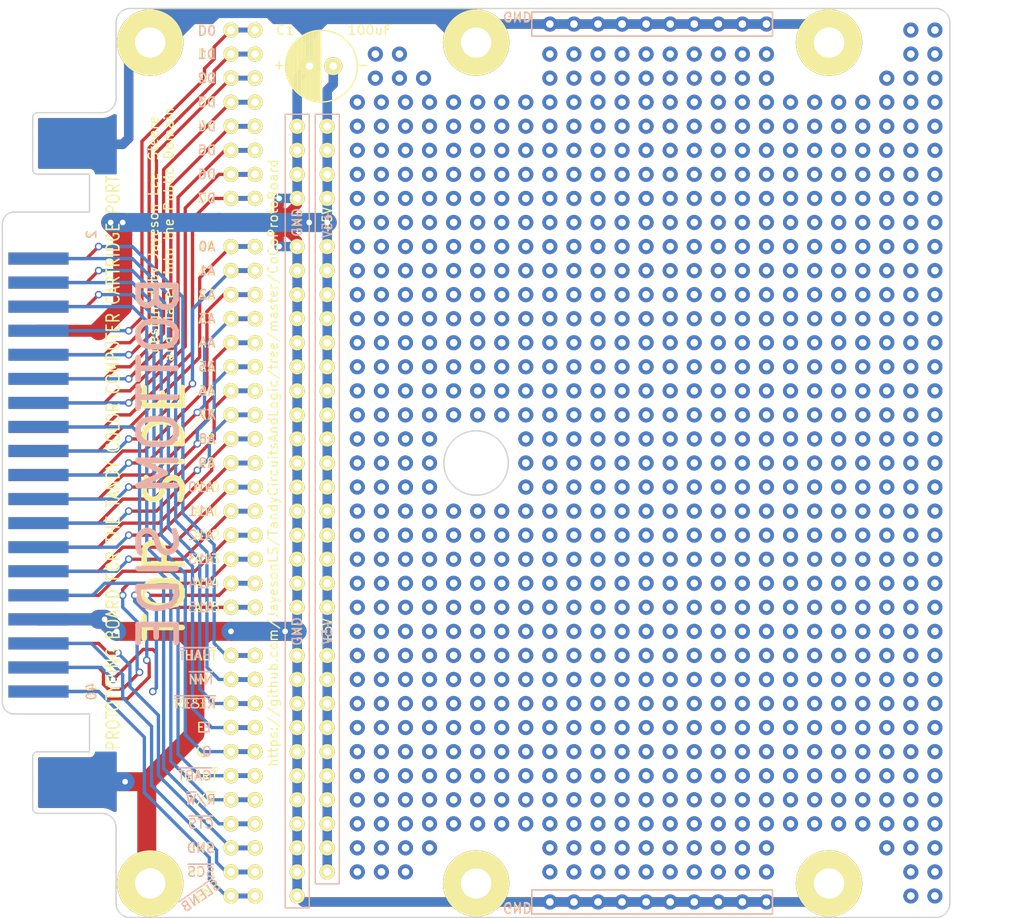
<source format=kicad_pcb>
(kicad_pcb (version 20171130) (host pcbnew "(5.1.9)-1")
  (layers (0 F.Cu signal) (31 B.Cu signal) (34 B.Paste user) (35 F.Paste user) (36 B.SilkS user) (37 F.SilkS user) (38 B.Mask user) (39 F.Mask user) (44 Edge.Cuts user))
  (net 0 "")
  (net 1 "Net-(P1-Pad11)")
  (net 2 "Net-(P1-Pad13)")
  (net 3 "Net-(P1-Pad15)")
  (net 4 "Net-(P1-Pad17)")
  (net 5 "Net-(P1-Pad19)")
  (net 6 "Net-(P1-Pad21)")
  (net 7 "Net-(P1-Pad23)")
  (net 8 "Net-(P1-Pad25)")
  (net 9 "Net-(P1-Pad27)")
  (net 10 "Net-(P1-Pad29)")
  (net 11 "Net-(P1-Pad31)")
  (net 12 GND)
  (net 13 "Net-(P1-Pad37)")
  (net 14 "Net-(P1-Pad39)")
  (net 15 "Net-(P1-Pad6)")
  (net 16 "Net-(P1-Pad8)")
  (net 17 "Net-(P1-Pad10)")
  (net 18 "Net-(P1-Pad12)")
  (net 19 "Net-(P1-Pad14)")
  (net 20 "Net-(P1-Pad16)")
  (net 21 "Net-(P1-Pad18)")
  (net 22 "Net-(P1-Pad20)")
  (net 23 "Net-(P1-Pad22)")
  (net 24 "Net-(P1-Pad24)")
  (net 25 "Net-(P1-Pad26)")
  (net 26 "Net-(P1-Pad28)")
  (net 27 "Net-(P1-Pad30)")
  (net 28 "Net-(P1-Pad38)")
  (net 29 "Net-(P1-Pad3)")
  (net 30 "Net-(P1-Pad5)")
  (net 31 "Net-(P1-Pad7)")
  (net 32 "Net-(P1-Pad35)")
  (net 33 "Net-(P1-Pad4)")
  (net 34 "Net-(P1-Pad32)")
  (net 35 "Net-(P1-Pad36)")
  (net 36 "Net-(P1-Pad40)")
  (net 37 "Net-(P1-Pad1)")
  (net 38 "Net-(P1-Pad2)")
  (net 39 +5V)
  (module Connect:1pin (layer F.Cu) (at 147.955 150.495)
    (fp_text reference REF** hide)
    (fp_text value 1pin hide)
    (pad 1 thru_hole circle (at 1.27 0) (size 1.6 1.6) (drill 0.8) (layers *.Cu *.Mask) (net 12 GND))
  )
  (module Connect:1pin (layer F.Cu) (at 150.495 150.495)
    (fp_text reference REF** hide)
    (fp_text value 1pin hide)
    (pad 1 thru_hole circle (at 1.27 0) (size 1.6 1.6) (drill 0.8) (layers *.Cu *.Mask) (net 12 GND))
  )
  (module Connect:1pin (layer F.Cu) (at 153.035 150.495)
    (fp_text reference REF** hide)
    (fp_text value 1pin hide)
    (pad 1 thru_hole circle (at 1.27 0) (size 1.6 1.6) (drill 0.8) (layers *.Cu *.Mask) (net 12 GND))
  )
  (module Connect:1pin (layer F.Cu) (at 155.575 150.495)
    (fp_text reference REF** hide)
    (fp_text value 1pin hide)
    (pad 1 thru_hole circle (at 1.27 0) (size 1.6 1.6) (drill 0.8) (layers *.Cu *.Mask) (net 12 GND))
  )
  (module Connect:1pin (layer F.Cu) (at 160.655 150.495)
    (fp_text reference REF** hide)
    (fp_text value 1pin hide)
    (pad 1 thru_hole circle (at 1.27 0) (size 1.6 1.6) (drill 0.8) (layers *.Cu *.Mask) (net 12 GND))
  )
  (module Connect:1pin (layer F.Cu) (at 158.115 150.495)
    (fp_text reference REF** hide)
    (fp_text value 1pin hide)
    (pad 1 thru_hole circle (at 1.27 0) (size 1.6 1.6) (drill 0.8) (layers *.Cu *.Mask) (net 12 GND))
  )
  (module Connect:1pin (layer F.Cu) (at 163.195 150.495)
    (fp_text reference REF** hide)
    (fp_text value 1pin hide)
    (pad 1 thru_hole circle (at 1.27 0) (size 1.6 1.6) (drill 0.8) (layers *.Cu *.Mask) (net 12 GND))
  )
  (module Connect:1pin (layer F.Cu) (at 165.735 150.495)
    (fp_text reference REF** hide)
    (fp_text value 1pin hide)
    (pad 1 thru_hole circle (at 1.27 0) (size 1.6 1.6) (drill 0.8) (layers *.Cu *.Mask) (net 12 GND))
  )
  (module Housings_DIP:DIP-16_W7.62mm (layer F.Cu) (at 122.555 58.42)
    (fp_text reference P10 hide)
    (fp_text value "Power Bus" hide)
    (pad 2 thru_hole oval (at 3.175 76.2) (size 1.6 1.6) (drill 0.8) (layers *.Cu *.Mask F.SilkS) (net 39 +5V))
    (pad 1 thru_hole oval (at 0 76.2) (size 1.6 1.6) (drill 0.8) (layers *.Cu *.Mask F.SilkS) (net 12 GND))
    (pad 1 thru_hole oval (at 0 78.74) (size 1.6 1.6) (drill 0.8) (layers *.Cu *.Mask F.SilkS) (net 12 GND))
    (pad 2 thru_hole oval (at 3.175 78.74) (size 1.6 1.6) (drill 0.8) (layers *.Cu *.Mask F.SilkS) (net 39 +5V))
    (pad 2 thru_hole oval (at 3.175 83.82) (size 1.6 1.6) (drill 0.8) (layers *.Cu *.Mask F.SilkS) (net 39 +5V))
    (pad 1 thru_hole oval (at 0 83.82) (size 1.6 1.6) (drill 0.8) (layers *.Cu *.Mask F.SilkS) (net 12 GND))
    (pad 1 thru_hole oval (at 0 81.28) (size 1.6 1.6) (drill 0.8) (layers *.Cu *.Mask F.SilkS) (net 12 GND))
    (pad 2 thru_hole oval (at 3.175 81.28) (size 1.6 1.6) (drill 0.8) (layers *.Cu *.Mask F.SilkS) (net 39 +5V))
    (pad 2 thru_hole oval (at 3.175 71.12) (size 1.6 1.6) (drill 0.8) (layers *.Cu *.Mask F.SilkS) (net 39 +5V))
    (pad 1 thru_hole oval (at 0 71.12) (size 1.6 1.6) (drill 0.8) (layers *.Cu *.Mask F.SilkS) (net 12 GND))
    (pad 1 thru_hole oval (at 0 73.66) (size 1.6 1.6) (drill 0.8) (layers *.Cu *.Mask F.SilkS) (net 12 GND))
    (pad 2 thru_hole oval (at 3.175 73.66) (size 1.6 1.6) (drill 0.8) (layers *.Cu *.Mask F.SilkS) (net 39 +5V))
    (pad 2 thru_hole oval (at 3.175 68.58) (size 1.6 1.6) (drill 0.8) (layers *.Cu *.Mask F.SilkS) (net 39 +5V))
    (pad 1 thru_hole oval (at 0 68.58) (size 1.6 1.6) (drill 0.8) (layers *.Cu *.Mask F.SilkS) (net 12 GND))
    (pad 1 thru_hole oval (at 0 66.04) (size 1.6 1.6) (drill 0.8) (layers *.Cu *.Mask F.SilkS) (net 12 GND))
    (pad 2 thru_hole oval (at 3.175 66.04) (size 1.6 1.6) (drill 0.8) (layers *.Cu *.Mask F.SilkS) (net 39 +5V))
    (pad 2 thru_hole oval (at 3.175 86.36) (size 1.6 1.6) (drill 0.8) (layers *.Cu *.Mask F.SilkS) (net 39 +5V))
    (pad 1 thru_hole oval (at 0 86.36) (size 1.6 1.6) (drill 0.8) (layers *.Cu *.Mask F.SilkS) (net 12 GND))
    (pad 1 thru_hole oval (at 0 88.9) (size 1.6 1.6) (drill 0.8) (layers *.Cu *.Mask F.SilkS) (net 12 GND))
    (pad 2 thru_hole oval (at 3.175 88.9) (size 1.6 1.6) (drill 0.8) (layers *.Cu *.Mask F.SilkS) (net 39 +5V))
    (pad 1 thru_hole oval (at 0 91.44) (size 1.6 1.6) (drill 0.8) (layers *.Cu *.Mask F.SilkS) (net 12 GND))
    (pad 2 thru_hole oval (at 3.175 53.34) (size 1.6 1.6) (drill 0.8) (layers *.Cu *.Mask F.SilkS) (net 39 +5V))
    (pad 1 thru_hole oval (at 0 53.34) (size 1.6 1.6) (drill 0.8) (layers *.Cu *.Mask F.SilkS) (net 12 GND))
    (pad 1 thru_hole oval (at 0 55.88) (size 1.6 1.6) (drill 0.8) (layers *.Cu *.Mask F.SilkS) (net 12 GND))
    (pad 2 thru_hole oval (at 3.175 55.88) (size 1.6 1.6) (drill 0.8) (layers *.Cu *.Mask F.SilkS) (net 39 +5V))
    (pad 2 thru_hole oval (at 3.175 60.96) (size 1.6 1.6) (drill 0.8) (layers *.Cu *.Mask F.SilkS) (net 39 +5V))
    (pad 1 thru_hole oval (at 0 60.96) (size 1.6 1.6) (drill 0.8) (layers *.Cu *.Mask F.SilkS) (net 12 GND))
    (pad 1 thru_hole oval (at 0 58.42) (size 1.6 1.6) (drill 0.8) (layers *.Cu *.Mask F.SilkS) (net 12 GND))
    (pad 2 thru_hole oval (at 3.175 58.42) (size 1.6 1.6) (drill 0.8) (layers *.Cu *.Mask F.SilkS) (net 39 +5V))
    (pad 2 thru_hole oval (at 3.175 48.26) (size 1.6 1.6) (drill 0.8) (layers *.Cu *.Mask F.SilkS) (net 39 +5V))
    (pad 1 thru_hole oval (at 0 48.26) (size 1.6 1.6) (drill 0.8) (layers *.Cu *.Mask F.SilkS) (net 12 GND))
    (pad 1 thru_hole oval (at 0 50.8) (size 1.6 1.6) (drill 0.8) (layers *.Cu *.Mask F.SilkS) (net 12 GND))
    (pad 2 thru_hole oval (at 3.175 50.8) (size 1.6 1.6) (drill 0.8) (layers *.Cu *.Mask F.SilkS) (net 39 +5V))
    (pad 2 thru_hole oval (at 3.175 45.72) (size 1.6 1.6) (drill 0.8) (layers *.Cu *.Mask F.SilkS) (net 39 +5V))
    (pad 1 thru_hole oval (at 0 45.72) (size 1.6 1.6) (drill 0.8) (layers *.Cu *.Mask F.SilkS) (net 12 GND))
    (pad 1 thru_hole oval (at 0 43.18) (size 1.6 1.6) (drill 0.8) (layers *.Cu *.Mask F.SilkS) (net 12 GND))
    (pad 2 thru_hole oval (at 3.175 43.18) (size 1.6 1.6) (drill 0.8) (layers *.Cu *.Mask F.SilkS) (net 39 +5V))
    (pad 2 thru_hole oval (at 3.175 22.86) (size 1.6 1.6) (drill 0.8) (layers *.Cu *.Mask F.SilkS) (net 39 +5V))
    (pad 1 thru_hole oval (at 0 22.86) (size 1.6 1.6) (drill 0.8) (layers *.Cu *.Mask F.SilkS) (net 12 GND))
    (pad 1 thru_hole oval (at 0 25.4) (size 1.6 1.6) (drill 0.8) (layers *.Cu *.Mask F.SilkS) (net 12 GND))
    (pad 2 thru_hole oval (at 3.175 25.4) (size 1.6 1.6) (drill 0.8) (layers *.Cu *.Mask F.SilkS) (net 39 +5V))
    (pad 2 thru_hole oval (at 3.175 30.48) (size 1.6 1.6) (drill 0.8) (layers *.Cu *.Mask F.SilkS) (net 39 +5V))
    (pad 1 thru_hole oval (at 0 30.48) (size 1.6 1.6) (drill 0.8) (layers *.Cu *.Mask F.SilkS) (net 12 GND))
    (pad 1 thru_hole oval (at 0 27.94) (size 1.6 1.6) (drill 0.8) (layers *.Cu *.Mask F.SilkS) (net 12 GND))
    (pad 2 thru_hole oval (at 3.175 27.94) (size 1.6 1.6) (drill 0.8) (layers *.Cu *.Mask F.SilkS) (net 39 +5V))
    (pad 2 thru_hole oval (at 3.175 38.1) (size 1.6 1.6) (drill 0.8) (layers *.Cu *.Mask F.SilkS) (net 39 +5V))
    (pad 1 thru_hole oval (at 0 38.1) (size 1.6 1.6) (drill 0.8) (layers *.Cu *.Mask F.SilkS) (net 12 GND))
    (pad 1 thru_hole oval (at 0 40.64) (size 1.6 1.6) (drill 0.8) (layers *.Cu *.Mask F.SilkS) (net 12 GND))
    (pad 2 thru_hole oval (at 3.175 40.64) (size 1.6 1.6) (drill 0.8) (layers *.Cu *.Mask F.SilkS) (net 39 +5V))
    (pad 2 thru_hole oval (at 3.175 35.56) (size 1.6 1.6) (drill 0.8) (layers *.Cu *.Mask F.SilkS) (net 39 +5V))
    (pad 1 thru_hole oval (at 0 35.56) (size 1.6 1.6) (drill 0.8) (layers *.Cu *.Mask F.SilkS) (net 12 GND))
    (pad 1 thru_hole oval (at 0 33.02) (size 1.6 1.6) (drill 0.8) (layers *.Cu *.Mask F.SilkS) (net 12 GND))
    (pad 2 thru_hole oval (at 3.175 33.02) (size 1.6 1.6) (drill 0.8) (layers *.Cu *.Mask F.SilkS) (net 39 +5V))
    (pad 1 thru_hole oval (at 0 17.78) (size 1.6 1.6) (drill 0.8) (layers *.Cu *.Mask F.SilkS) (net 12 GND))
    (pad 1 thru_hole oval (at 0 10.16) (size 1.6 1.6) (drill 0.8) (layers *.Cu *.Mask F.SilkS) (net 12 GND))
    (pad 1 thru_hole oval (at 0 15.24) (size 1.6 1.6) (drill 0.8) (layers *.Cu *.Mask F.SilkS) (net 12 GND))
    (pad 2 thru_hole oval (at 3.175 10.16) (size 1.6 1.6) (drill 0.8) (layers *.Cu *.Mask F.SilkS) (net 39 +5V))
    (pad 1 thru_hole oval (at 0 12.7) (size 1.6 1.6) (drill 0.8) (layers *.Cu *.Mask F.SilkS) (net 12 GND))
    (pad 2 thru_hole oval (at 3.175 17.78) (size 1.6 1.6) (drill 0.8) (layers *.Cu *.Mask F.SilkS) (net 39 +5V))
    (pad 2 thru_hole oval (at 3.175 15.24) (size 1.6 1.6) (drill 0.8) (layers *.Cu *.Mask F.SilkS) (net 39 +5V))
    (pad 2 thru_hole oval (at 3.175 12.7) (size 1.6 1.6) (drill 0.8) (layers *.Cu *.Mask F.SilkS) (net 39 +5V))
  )
  (module Connect:1pin (layer F.Cu) (at 128.905 78.74)
    (fp_text reference REF** hide)
    (fp_text value 1pin hide)
    (pad 1 thru_hole circle (at 0 0) (size 1.6 1.6) (drill 0.8) (layers *.Cu *.Mask))
  )
  (module Capacitors_ThroughHole:C_Radial_D7.5_L11.2_P2.5 (layer F.Cu) (at 126.365 62.23 180)
    (fp_text reference C1 (at 5.08 3.81) (layer F.SilkS))
    (fp_text value 100uF (at -3.81 3.81) (layer F.SilkS))
    (pad 2 thru_hole circle (at 2.5 0 180) (size 1.9 1.9) (drill 0.8) (layers *.Cu *.Mask F.SilkS) (net 12 GND))
    (pad 1 thru_hole circle (at 0 0 180) (size 1.9 1.9) (drill 0.8) (layers *.Cu *.Mask F.SilkS) (net 39 +5V))
  )
  (module Connect:1pin (layer F.Cu) (at 128.905 119.38)
    (fp_text reference REF** hide)
    (fp_text value 1pin hide)
    (pad 1 thru_hole circle (at 0 0) (size 1.6 1.6) (drill 0.8) (layers *.Cu *.Mask))
  )
  (module Connect:1pin (layer F.Cu) (at 128.905 116.84)
    (fp_text reference REF** hide)
    (fp_text value 1pin hide)
    (pad 1 thru_hole circle (at 0 0) (size 1.6 1.6) (drill 0.8) (layers *.Cu *.Mask))
  )
  (module Connect:1pin (layer F.Cu) (at 128.905 114.3)
    (fp_text reference REF** hide)
    (fp_text value 1pin hide)
    (pad 1 thru_hole circle (at 0 0) (size 1.6 1.6) (drill 0.8) (layers *.Cu *.Mask))
  )
  (module Connect:1pin (layer F.Cu) (at 128.905 121.92)
    (fp_text reference REF** hide)
    (fp_text value 1pin hide)
    (pad 1 thru_hole circle (at 0 0) (size 1.6 1.6) (drill 0.8) (layers *.Cu *.Mask))
  )
  (module Connect:1pin (layer F.Cu) (at 128.905 76.2)
    (fp_text reference REF** hide)
    (fp_text value 1pin hide)
    (pad 1 thru_hole circle (at 0 0) (size 1.6 1.6) (drill 0.8) (layers *.Cu *.Mask))
  )
  (module Connect:1pin (layer F.Cu) (at 128.905 91.44)
    (fp_text reference REF** hide)
    (fp_text value 1pin hide)
    (pad 1 thru_hole circle (at 0 0) (size 1.6 1.6) (drill 0.8) (layers *.Cu *.Mask))
  )
  (module Connect:1pin (layer F.Cu) (at 128.905 73.66)
    (fp_text reference REF** hide)
    (fp_text value 1pin hide)
    (pad 1 thru_hole circle (at 0 0) (size 1.6 1.6) (drill 0.8) (layers *.Cu *.Mask))
  )
  (module Connect:1pin (layer F.Cu) (at 128.905 83.82)
    (fp_text reference REF** hide)
    (fp_text value 1pin hide)
    (pad 1 thru_hole circle (at 0 0) (size 1.6 1.6) (drill 0.8) (layers *.Cu *.Mask))
  )
  (module Connect:1pin (layer F.Cu) (at 128.905 71.12)
    (fp_text reference REF** hide)
    (fp_text value 1pin hide)
    (pad 1 thru_hole circle (at 0 0) (size 1.6 1.6) (drill 0.8) (layers *.Cu *.Mask))
  )
  (module Connect:1pin (layer F.Cu) (at 128.905 96.52)
    (fp_text reference REF** hide)
    (fp_text value 1pin hide)
    (pad 1 thru_hole circle (at 0 0) (size 1.6 1.6) (drill 0.8) (layers *.Cu *.Mask))
  )
  (module Connect:1pin (layer F.Cu) (at 128.905 99.06)
    (fp_text reference REF** hide)
    (fp_text value 1pin hide)
    (pad 1 thru_hole circle (at 0 0) (size 1.6 1.6) (drill 0.8) (layers *.Cu *.Mask))
  )
  (module Connect:1pin (layer F.Cu) (at 128.905 93.98)
    (fp_text reference REF** hide)
    (fp_text value 1pin hide)
    (pad 1 thru_hole circle (at 0 0) (size 1.6 1.6) (drill 0.8) (layers *.Cu *.Mask))
  )
  (module Connect:1pin (layer F.Cu) (at 128.905 132.08)
    (fp_text reference REF** hide)
    (fp_text value 1pin hide)
    (pad 1 thru_hole circle (at 0 0) (size 1.6 1.6) (drill 0.8) (layers *.Cu *.Mask))
  )
  (module Connect:1pin (layer F.Cu) (at 128.905 129.54)
    (fp_text reference REF** hide)
    (fp_text value 1pin hide)
    (pad 1 thru_hole circle (at 0 0) (size 1.6 1.6) (drill 0.8) (layers *.Cu *.Mask))
  )
  (module Connect:1pin (layer F.Cu) (at 128.905 127)
    (fp_text reference REF** hide)
    (fp_text value 1pin hide)
    (pad 1 thru_hole circle (at 0 0) (size 1.6 1.6) (drill 0.8) (layers *.Cu *.Mask))
  )
  (module Connect:1pin (layer F.Cu) (at 128.905 124.46)
    (fp_text reference REF** hide)
    (fp_text value 1pin hide)
    (pad 1 thru_hole circle (at 0 0) (size 1.6 1.6) (drill 0.8) (layers *.Cu *.Mask))
  )
  (module Connect:1pin (layer F.Cu) (at 128.905 88.9)
    (fp_text reference REF** hide)
    (fp_text value 1pin hide)
    (pad 1 thru_hole circle (at 0 0) (size 1.6 1.6) (drill 0.8) (layers *.Cu *.Mask))
  )
  (module Connect:1pin (layer F.Cu) (at 128.905 86.36)
    (fp_text reference REF** hide)
    (fp_text value 1pin hide)
    (pad 1 thru_hole circle (at 0 0) (size 1.6 1.6) (drill 0.8) (layers *.Cu *.Mask))
  )
  (module Connect:1pin (layer F.Cu) (at 128.905 66.04)
    (fp_text reference REF** hide)
    (fp_text value 1pin hide)
    (pad 1 thru_hole circle (at 0 0) (size 1.6 1.6) (drill 0.8) (layers *.Cu *.Mask))
  )
  (module Connect:1pin (layer F.Cu) (at 128.905 134.62)
    (fp_text reference REF** hide)
    (fp_text value 1pin hide)
    (pad 1 thru_hole circle (at 0 0) (size 1.6 1.6) (drill 0.8) (layers *.Cu *.Mask))
  )
  (module Connect:1pin (layer F.Cu) (at 128.905 142.24)
    (fp_text reference REF** hide)
    (fp_text value 1pin hide)
    (pad 1 thru_hole circle (at 0 0) (size 1.6 1.6) (drill 0.8) (layers *.Cu *.Mask))
  )
  (module Connect:1pin (layer F.Cu) (at 128.905 147.32)
    (fp_text reference REF** hide)
    (fp_text value 1pin hide)
    (pad 1 thru_hole circle (at 0 0) (size 1.6 1.6) (drill 0.8) (layers *.Cu *.Mask))
  )
  (module Connect:1pin (layer F.Cu) (at 128.905 139.7)
    (fp_text reference REF** hide)
    (fp_text value 1pin hide)
    (pad 1 thru_hole circle (at 0 0) (size 1.6 1.6) (drill 0.8) (layers *.Cu *.Mask))
  )
  (module Connect:1pin (layer F.Cu) (at 128.905 137.16)
    (fp_text reference REF** hide)
    (fp_text value 1pin hide)
    (pad 1 thru_hole circle (at 0 0) (size 1.6 1.6) (drill 0.8) (layers *.Cu *.Mask))
  )
  (module Connect:1pin (layer F.Cu) (at 128.905 144.78)
    (fp_text reference REF** hide)
    (fp_text value 1pin hide)
    (pad 1 thru_hole circle (at 0 0) (size 1.6 1.6) (drill 0.8) (layers *.Cu *.Mask))
  )
  (module Connect:1pin (layer F.Cu) (at 128.905 68.58)
    (fp_text reference REF** hide)
    (fp_text value 1pin hide)
    (pad 1 thru_hole circle (at 0 0) (size 1.6 1.6) (drill 0.8) (layers *.Cu *.Mask))
  )
  (module Connect:1pin (layer F.Cu) (at 128.905 111.76)
    (fp_text reference REF** hide)
    (fp_text value 1pin hide)
    (pad 1 thru_hole circle (at 0 0) (size 1.6 1.6) (drill 0.8) (layers *.Cu *.Mask))
  )
  (module Connect:1pin (layer F.Cu) (at 128.905 109.22)
    (fp_text reference REF** hide)
    (fp_text value 1pin hide)
    (pad 1 thru_hole circle (at 0 0) (size 1.6 1.6) (drill 0.8) (layers *.Cu *.Mask))
  )
  (module Connect:1pin (layer F.Cu) (at 128.905 106.68)
    (fp_text reference REF** hide)
    (fp_text value 1pin hide)
    (pad 1 thru_hole circle (at 0 0) (size 1.6 1.6) (drill 0.8) (layers *.Cu *.Mask))
  )
  (module Connect:1pin (layer F.Cu) (at 128.905 101.6)
    (fp_text reference REF** hide)
    (fp_text value 1pin hide)
    (pad 1 thru_hole circle (at 0 0) (size 1.6 1.6) (drill 0.8) (layers *.Cu *.Mask))
  )
  (module Connect:1pin (layer F.Cu) (at 128.905 104.14)
    (fp_text reference REF** hide)
    (fp_text value 1pin hide)
    (pad 1 thru_hole circle (at 0 0) (size 1.6 1.6) (drill 0.8) (layers *.Cu *.Mask))
  )
  (module Connect:1pin (layer F.Cu) (at 128.905 81.28)
    (fp_text reference REF** hide)
    (fp_text value 1pin hide)
    (pad 1 thru_hole circle (at 0 0) (size 1.6 1.6) (drill 0.8) (layers *.Cu *.Mask))
  )
  (module 0Titanium:CocoCardEdgeCocoMIDI (layer F.Cu) (at 91.44 104.14)
    (fp_text reference P1 hide)
    (fp_text value CocoEdgeConnector hide)
    (fp_text user 2 (at 9.398 -24.13 90) (layer B.SilkS) (effects (justify mirror)))
    (fp_text user 40 (at 9.398 24.13 90) (layer B.SilkS) (effects (justify mirror)))
    (fp_text user 39 (at 9.398 24.13 90) (layer F.SilkS))
    (fp_text user 1 (at 9.398 -24.13 90) (layer F.SilkS))
    (pad 3 connect rect (at 3.81 -21.59) (size 6.35 1.27) (layers F.Cu F.Mask) (net 29 "Net-(P1-Pad3)"))
    (pad 5 connect rect (at 3.81 -19.05) (size 6.35 1.27) (layers F.Cu F.Mask) (net 30 "Net-(P1-Pad5)"))
    (pad 7 connect rect (at 3.81 -16.51) (size 6.35 1.27) (layers F.Cu F.Mask) (net 31 "Net-(P1-Pad7)"))
    (pad 9 connect rect (at 3.81 -13.97) (size 6.35 1.27) (layers F.Cu F.Mask) (net 39 +5V))
    (pad 11 connect rect (at 3.81 -11.43) (size 6.35 1.27) (layers F.Cu F.Mask) (net 1 "Net-(P1-Pad11)"))
    (pad 13 connect rect (at 3.81 -8.89) (size 6.35 1.27) (layers F.Cu F.Mask) (net 2 "Net-(P1-Pad13)"))
    (pad 15 connect rect (at 3.81 -6.35) (size 6.35 1.27) (layers F.Cu F.Mask) (net 3 "Net-(P1-Pad15)"))
    (pad 17 connect rect (at 3.81 -3.81) (size 6.35 1.27) (layers F.Cu F.Mask) (net 4 "Net-(P1-Pad17)"))
    (pad 19 connect rect (at 3.81 -1.27) (size 6.35 1.27) (layers F.Cu F.Mask) (net 5 "Net-(P1-Pad19)"))
    (pad 21 connect rect (at 3.81 1.27) (size 6.35 1.27) (layers F.Cu F.Mask) (net 6 "Net-(P1-Pad21)"))
    (pad 23 connect rect (at 3.81 3.81) (size 6.35 1.27) (layers F.Cu F.Mask) (net 7 "Net-(P1-Pad23)"))
    (pad 25 connect rect (at 3.81 6.35) (size 6.35 1.27) (layers F.Cu F.Mask) (net 8 "Net-(P1-Pad25)"))
    (pad 27 connect rect (at 3.81 8.89) (size 6.35 1.27) (layers F.Cu F.Mask) (net 9 "Net-(P1-Pad27)"))
    (pad 29 connect rect (at 3.81 11.43) (size 6.35 1.27) (layers F.Cu F.Mask) (net 10 "Net-(P1-Pad29)"))
    (pad 31 connect rect (at 3.81 13.97) (size 6.35 1.27) (layers F.Cu F.Mask) (net 11 "Net-(P1-Pad31)"))
    (pad 33 connect rect (at 3.81 16.51) (size 6.35 1.27) (layers F.Cu F.Mask) (net 12 GND))
    (pad 35 connect rect (at 3.81 19.05) (size 6.35 1.27) (layers F.Cu F.Mask) (net 32 "Net-(P1-Pad35)"))
    (pad 37 connect rect (at 3.81 21.59) (size 6.35 1.27) (layers F.Cu F.Mask) (net 13 "Net-(P1-Pad37)"))
    (pad 39 connect rect (at 3.81 24.13) (size 6.35 1.27) (layers F.Cu F.Mask) (net 14 "Net-(P1-Pad39)"))
    (pad 4 connect rect (at 3.81 -21.59) (size 6.35 1.27) (layers B.Cu B.Mask) (net 33 "Net-(P1-Pad4)"))
    (pad 6 connect rect (at 3.81 -19.05) (size 6.35 1.27) (layers B.Cu B.Mask) (net 15 "Net-(P1-Pad6)"))
    (pad 8 connect rect (at 3.81 -16.51) (size 6.35 1.27) (layers B.Cu B.Mask) (net 16 "Net-(P1-Pad8)"))
    (pad 10 connect rect (at 3.81 -13.97) (size 6.35 1.27) (layers B.Cu B.Mask) (net 17 "Net-(P1-Pad10)"))
    (pad 12 connect rect (at 3.81 -11.43) (size 6.35 1.27) (layers B.Cu B.Mask) (net 18 "Net-(P1-Pad12)"))
    (pad 14 connect rect (at 3.81 -8.89) (size 6.35 1.27) (layers B.Cu B.Mask) (net 19 "Net-(P1-Pad14)"))
    (pad 16 connect rect (at 3.81 -6.35) (size 6.35 1.27) (layers B.Cu B.Mask) (net 20 "Net-(P1-Pad16)"))
    (pad 18 connect rect (at 3.81 -3.81) (size 6.35 1.27) (layers B.Cu B.Mask) (net 21 "Net-(P1-Pad18)"))
    (pad 20 connect rect (at 3.81 -1.27) (size 6.35 1.27) (layers B.Cu B.Mask) (net 22 "Net-(P1-Pad20)"))
    (pad 22 connect rect (at 3.81 1.27) (size 6.35 1.27) (layers B.Cu B.Mask) (net 23 "Net-(P1-Pad22)"))
    (pad 24 connect rect (at 3.81 3.81) (size 6.35 1.27) (layers B.Cu B.Mask) (net 24 "Net-(P1-Pad24)"))
    (pad 26 connect rect (at 3.81 6.35) (size 6.35 1.27) (layers B.Cu B.Mask) (net 25 "Net-(P1-Pad26)"))
    (pad 28 connect rect (at 3.81 8.89) (size 6.35 1.27) (layers B.Cu B.Mask) (net 26 "Net-(P1-Pad28)"))
    (pad 30 connect rect (at 3.81 11.43) (size 6.35 1.27) (layers B.Cu B.Mask) (net 27 "Net-(P1-Pad30)"))
    (pad 32 connect rect (at 3.81 13.97) (size 6.35 1.27) (layers B.Cu B.Mask) (net 34 "Net-(P1-Pad32)"))
    (pad 34 connect rect (at 3.81 16.51) (size 6.35 1.27) (layers B.Cu B.Mask) (net 12 GND))
    (pad 36 connect rect (at 3.81 19.05) (size 6.35 1.27) (layers B.Cu B.Mask) (net 35 "Net-(P1-Pad36)"))
    (pad 38 connect rect (at 3.81 21.59) (size 6.35 1.27) (layers B.Cu B.Mask) (net 28 "Net-(P1-Pad38)"))
    (pad 40 connect rect (at 3.81 24.13) (size 6.35 1.27) (layers B.Cu B.Mask) (net 36 "Net-(P1-Pad40)"))
  )
  (module Connect:1pin (layer F.Cu) (at 168.275 150.495)
    (fp_text reference REF** hide)
    (fp_text value 1pin hide)
    (pad 1 thru_hole circle (at 1.27 0) (size 1.6 1.6) (drill 0.8) (layers *.Cu *.Mask) (net 12 GND))
  )
  (module Connect:1pin (layer F.Cu) (at 170.815 150.495)
    (fp_text reference REF** hide)
    (fp_text value 1pin hide)
    (pad 1 thru_hole circle (at 1.27 0) (size 1.6 1.6) (drill 0.8) (layers *.Cu *.Mask) (net 12 GND))
  )
  (module Connect:1pin (layer F.Cu) (at 187.325 149.86)
    (fp_text reference REF** hide)
    (fp_text value 1pin hide)
    (pad 1 thru_hole circle (at 0 0) (size 1.6 1.6) (drill 0.8) (layers *.Cu *.Mask))
  )
  (module Connect:1pin (layer F.Cu) (at 189.865 149.86)
    (fp_text reference REF** hide)
    (fp_text value 1pin hide)
    (pad 1 thru_hole circle (at 0 0) (size 1.6 1.6) (drill 0.8) (layers *.Cu *.Mask))
  )
  (module Connect:1pin (layer F.Cu) (at 187.325 58.42)
    (fp_text reference REF** hide)
    (fp_text value 1pin hide)
    (pad 1 thru_hole circle (at 0 0) (size 1.6 1.6) (drill 0.8) (layers *.Cu *.Mask))
  )
  (module Connect:1pin (layer F.Cu) (at 189.865 58.42)
    (fp_text reference REF** hide)
    (fp_text value 1pin hide)
    (pad 1 thru_hole circle (at 0 0) (size 1.6 1.6) (drill 0.8) (layers *.Cu *.Mask))
  )
  (module Connect:1pin (layer F.Cu) (at 165.735 57.785)
    (fp_text reference REF** hide)
    (fp_text value 1pin hide)
    (pad 1 thru_hole circle (at 1.27 0) (size 1.6 1.6) (drill 0.8) (layers *.Cu *.Mask) (net 12 GND))
  )
  (module Connect:1pin (layer F.Cu) (at 168.275 57.785)
    (fp_text reference REF** hide)
    (fp_text value 1pin hide)
    (pad 1 thru_hole circle (at 1.27 0) (size 1.6 1.6) (drill 0.8) (layers *.Cu *.Mask) (net 12 GND))
  )
  (module Connect:1pin (layer F.Cu) (at 170.815 57.785)
    (fp_text reference REF** hide)
    (fp_text value 1pin hide)
    (pad 1 thru_hole circle (at 1.27 0) (size 1.6 1.6) (drill 0.8) (layers *.Cu *.Mask) (net 12 GND))
  )
  (module Connect:1pin (layer F.Cu) (at 158.115 57.785)
    (fp_text reference REF** hide)
    (fp_text value 1pin hide)
    (pad 1 thru_hole circle (at 1.27 0) (size 1.6 1.6) (drill 0.8) (layers *.Cu *.Mask) (net 12 GND))
  )
  (module Connect:1pin (layer F.Cu) (at 163.195 57.785)
    (fp_text reference REF** hide)
    (fp_text value 1pin hide)
    (pad 1 thru_hole circle (at 1.27 0) (size 1.6 1.6) (drill 0.8) (layers *.Cu *.Mask) (net 12 GND))
  )
  (module Connect:1pin (layer F.Cu) (at 160.655 57.785)
    (fp_text reference REF** hide)
    (fp_text value 1pin hide)
    (pad 1 thru_hole circle (at 1.27 0) (size 1.6 1.6) (drill 0.8) (layers *.Cu *.Mask) (net 12 GND))
  )
  (module Connect:1pin (layer F.Cu) (at 155.575 57.785)
    (fp_text reference REF** hide)
    (fp_text value 1pin hide)
    (pad 1 thru_hole circle (at 1.27 0) (size 1.6 1.6) (drill 0.8) (layers *.Cu *.Mask) (net 12 GND))
  )
  (module Connect:1pin (layer F.Cu) (at 155.575 57.785)
    (fp_text reference REF** hide)
    (fp_text value 1pin hide)
    (pad 1 thru_hole circle (at 1.27 0) (size 1.6 1.6) (drill 0.8) (layers *.Cu *.Mask) (net 12 GND))
  )
  (module Connect:1pin (layer F.Cu) (at 153.035 57.785)
    (fp_text reference REF** hide)
    (fp_text value 1pin hide)
    (pad 1 thru_hole circle (at 1.27 0) (size 1.6 1.6) (drill 0.8) (layers *.Cu *.Mask) (net 12 GND))
  )
  (module Connect:1pin (layer F.Cu) (at 150.495 57.785)
    (fp_text reference REF** hide)
    (fp_text value 1pin hide)
    (pad 1 thru_hole circle (at 1.27 0) (size 1.6 1.6) (drill 0.8) (layers *.Cu *.Mask) (net 12 GND))
  )
  (module Connect:1pin (layer F.Cu) (at 147.955 57.785)
    (fp_text reference REF** hide)
    (fp_text value 1pin hide)
    (pad 1 thru_hole circle (at 1.27 0) (size 1.6 1.6) (drill 0.8) (layers *.Cu *.Mask) (net 12 GND))
  )
  (module Connect:1pin (layer F.Cu) (at 187.325 60.96)
    (fp_text reference REF** hide)
    (fp_text value 1pin hide)
    (pad 1 thru_hole circle (at 0 0) (size 1.6 1.6) (drill 0.8) (layers *.Cu *.Mask))
  )
  (module Connect:1pin (layer F.Cu) (at 189.865 63.5)
    (fp_text reference REF** hide)
    (fp_text value 1pin hide)
    (pad 1 thru_hole circle (at 0 0) (size 1.6 1.6) (drill 0.8) (layers *.Cu *.Mask))
  )
  (module Connect:1pin (layer F.Cu) (at 189.865 66.04)
    (fp_text reference REF** hide)
    (fp_text value 1pin hide)
    (pad 1 thru_hole circle (at 0 0) (size 1.6 1.6) (drill 0.8) (layers *.Cu *.Mask))
  )
  (module Connect:1pin (layer F.Cu) (at 189.865 60.96)
    (fp_text reference REF** hide)
    (fp_text value 1pin hide)
    (pad 1 thru_hole circle (at 0 0) (size 1.6 1.6) (drill 0.8) (layers *.Cu *.Mask))
  )
  (module Connect:1pin (layer F.Cu) (at 184.785 63.5)
    (fp_text reference REF** hide)
    (fp_text value 1pin hide)
    (pad 1 thru_hole circle (at 0 0) (size 1.6 1.6) (drill 0.8) (layers *.Cu *.Mask))
  )
  (module Connect:1pin (layer F.Cu) (at 187.325 63.5)
    (fp_text reference REF** hide)
    (fp_text value 1pin hide)
    (pad 1 thru_hole circle (at 0 0) (size 1.6 1.6) (drill 0.8) (layers *.Cu *.Mask))
  )
  (module Connect:1pin (layer F.Cu) (at 164.465 60.96)
    (fp_text reference REF** hide)
    (fp_text value 1pin hide)
    (pad 1 thru_hole circle (at 0 0) (size 1.6 1.6) (drill 0.8) (layers *.Cu *.Mask))
  )
  (module Connect:1pin (layer F.Cu) (at 161.925 63.5)
    (fp_text reference REF** hide)
    (fp_text value 1pin hide)
    (pad 1 thru_hole circle (at 0 0) (size 1.6 1.6) (drill 0.8) (layers *.Cu *.Mask))
  )
  (module Connect:1pin (layer F.Cu) (at 169.545 60.96)
    (fp_text reference REF** hide)
    (fp_text value 1pin hide)
    (pad 1 thru_hole circle (at 0 0) (size 1.6 1.6) (drill 0.8) (layers *.Cu *.Mask))
  )
  (module Connect:1pin (layer F.Cu) (at 167.005 60.96)
    (fp_text reference REF** hide)
    (fp_text value 1pin hide)
    (pad 1 thru_hole circle (at 0 0) (size 1.6 1.6) (drill 0.8) (layers *.Cu *.Mask))
  )
  (module Connect:1pin (layer F.Cu) (at 172.085 60.96)
    (fp_text reference REF** hide)
    (fp_text value 1pin hide)
    (pad 1 thru_hole circle (at 0 0) (size 1.6 1.6) (drill 0.8) (layers *.Cu *.Mask))
  )
  (module Connect:1pin (layer F.Cu) (at 169.545 63.5)
    (fp_text reference REF** hide)
    (fp_text value 1pin hide)
    (pad 1 thru_hole circle (at 0 0) (size 1.6 1.6) (drill 0.8) (layers *.Cu *.Mask))
  )
  (module Connect:1pin (layer F.Cu) (at 161.925 60.96)
    (fp_text reference REF** hide)
    (fp_text value 1pin hide)
    (pad 1 thru_hole circle (at 0 0) (size 1.6 1.6) (drill 0.8) (layers *.Cu *.Mask))
  )
  (module Connect:1pin (layer F.Cu) (at 164.465 63.5)
    (fp_text reference REF** hide)
    (fp_text value 1pin hide)
    (pad 1 thru_hole circle (at 0 0) (size 1.6 1.6) (drill 0.8) (layers *.Cu *.Mask))
  )
  (module Connect:1pin (layer F.Cu) (at 172.085 63.5)
    (fp_text reference REF** hide)
    (fp_text value 1pin hide)
    (pad 1 thru_hole circle (at 0 0) (size 1.6 1.6) (drill 0.8) (layers *.Cu *.Mask))
  )
  (module Connect:1pin (layer F.Cu) (at 167.005 63.5)
    (fp_text reference REF** hide)
    (fp_text value 1pin hide)
    (pad 1 thru_hole circle (at 0 0) (size 1.6 1.6) (drill 0.8) (layers *.Cu *.Mask))
  )
  (module Connect:1pin (layer F.Cu) (at 159.385 60.96)
    (fp_text reference REF** hide)
    (fp_text value 1pin hide)
    (pad 1 thru_hole circle (at 0 0) (size 1.6 1.6) (drill 0.8) (layers *.Cu *.Mask))
  )
  (module Connect:1pin (layer F.Cu) (at 154.305 60.96)
    (fp_text reference REF** hide)
    (fp_text value 1pin hide)
    (pad 1 thru_hole circle (at 0 0) (size 1.6 1.6) (drill 0.8) (layers *.Cu *.Mask))
  )
  (module Connect:1pin (layer F.Cu) (at 156.845 60.96)
    (fp_text reference REF** hide)
    (fp_text value 1pin hide)
    (pad 1 thru_hole circle (at 0 0) (size 1.6 1.6) (drill 0.8) (layers *.Cu *.Mask))
  )
  (module Connect:1pin (layer F.Cu) (at 159.385 63.5)
    (fp_text reference REF** hide)
    (fp_text value 1pin hide)
    (pad 1 thru_hole circle (at 0 0) (size 1.6 1.6) (drill 0.8) (layers *.Cu *.Mask))
  )
  (module Connect:1pin (layer F.Cu) (at 156.845 63.5)
    (fp_text reference REF** hide)
    (fp_text value 1pin hide)
    (pad 1 thru_hole circle (at 0 0) (size 1.6 1.6) (drill 0.8) (layers *.Cu *.Mask))
  )
  (module Connect:1pin (layer F.Cu) (at 154.305 63.5)
    (fp_text reference REF** hide)
    (fp_text value 1pin hide)
    (pad 1 thru_hole circle (at 0 0) (size 1.6 1.6) (drill 0.8) (layers *.Cu *.Mask))
  )
  (module Connect:1pin (layer F.Cu) (at 151.765 63.5)
    (fp_text reference REF** hide)
    (fp_text value 1pin hide)
    (pad 1 thru_hole circle (at 0 0) (size 1.6 1.6) (drill 0.8) (layers *.Cu *.Mask))
  )
  (module Connect:1pin (layer F.Cu) (at 151.765 60.96)
    (fp_text reference REF** hide)
    (fp_text value 1pin hide)
    (pad 1 thru_hole circle (at 0 0) (size 1.6 1.6) (drill 0.8) (layers *.Cu *.Mask))
  )
  (module Connect:1pin (layer F.Cu) (at 149.225 63.5)
    (fp_text reference REF** hide)
    (fp_text value 1pin hide)
    (pad 1 thru_hole circle (at 0 0) (size 1.6 1.6) (drill 0.8) (layers *.Cu *.Mask))
  )
  (module Connect:1pin (layer F.Cu) (at 149.225 60.96)
    (fp_text reference REF** hide)
    (fp_text value 1pin hide)
    (pad 1 thru_hole circle (at 0 0) (size 1.6 1.6) (drill 0.8) (layers *.Cu *.Mask))
  )
  (module Connect:1pin (layer F.Cu) (at 133.35 60.96)
    (fp_text reference REF** hide)
    (fp_text value 1pin hide)
    (pad 1 thru_hole circle (at 0 0) (size 1.6 1.6) (drill 0.8) (layers *.Cu *.Mask))
  )
  (module Connect:1pin (layer F.Cu) (at 130.81 60.96)
    (fp_text reference REF** hide)
    (fp_text value 1pin hide)
    (pad 1 thru_hole circle (at 0 0) (size 1.6 1.6) (drill 0.8) (layers *.Cu *.Mask))
  )
  (module Connect:1pin (layer F.Cu) (at 130.81 63.5)
    (fp_text reference REF** hide)
    (fp_text value 1pin hide)
    (pad 1 thru_hole circle (at 0 0) (size 1.6 1.6) (drill 0.8) (layers *.Cu *.Mask))
  )
  (module Connect:1pin (layer F.Cu) (at 135.89 63.5)
    (fp_text reference REF** hide)
    (fp_text value 1pin hide)
    (pad 1 thru_hole circle (at 0 0) (size 1.6 1.6) (drill 0.8) (layers *.Cu *.Mask))
  )
  (module Connect:1pin (layer F.Cu) (at 133.35 63.5)
    (fp_text reference REF** hide)
    (fp_text value 1pin hide)
    (pad 1 thru_hole circle (at 0 0) (size 1.6 1.6) (drill 0.8) (layers *.Cu *.Mask))
  )
  (module Connect:1pin (layer F.Cu) (at 184.785 66.04)
    (fp_text reference REF** hide)
    (fp_text value 1pin hide)
    (pad 1 thru_hole circle (at 0 0) (size 1.6 1.6) (drill 0.8) (layers *.Cu *.Mask))
  )
  (module Connect:1pin (layer F.Cu) (at 167.005 66.04)
    (fp_text reference REF** hide)
    (fp_text value 1pin hide)
    (pad 1 thru_hole circle (at 0 0) (size 1.6 1.6) (drill 0.8) (layers *.Cu *.Mask))
  )
  (module Connect:1pin (layer F.Cu) (at 172.085 66.04)
    (fp_text reference REF** hide)
    (fp_text value 1pin hide)
    (pad 1 thru_hole circle (at 0 0) (size 1.6 1.6) (drill 0.8) (layers *.Cu *.Mask))
  )
  (module Connect:1pin (layer F.Cu) (at 187.325 66.04)
    (fp_text reference REF** hide)
    (fp_text value 1pin hide)
    (pad 1 thru_hole circle (at 0 0) (size 1.6 1.6) (drill 0.8) (layers *.Cu *.Mask))
  )
  (module Connect:1pin (layer F.Cu) (at 139.065 66.04)
    (fp_text reference REF** hide)
    (fp_text value 1pin hide)
    (pad 1 thru_hole circle (at 0 0) (size 1.6 1.6) (drill 0.8) (layers *.Cu *.Mask))
  )
  (module Connect:1pin (layer F.Cu) (at 161.925 66.04)
    (fp_text reference REF** hide)
    (fp_text value 1pin hide)
    (pad 1 thru_hole circle (at 0 0) (size 1.6 1.6) (drill 0.8) (layers *.Cu *.Mask))
  )
  (module Connect:1pin (layer F.Cu) (at 169.545 66.04)
    (fp_text reference REF** hide)
    (fp_text value 1pin hide)
    (pad 1 thru_hole circle (at 0 0) (size 1.6 1.6) (drill 0.8) (layers *.Cu *.Mask))
  )
  (module Connect:1pin (layer F.Cu) (at 177.165 66.04)
    (fp_text reference REF** hide)
    (fp_text value 1pin hide)
    (pad 1 thru_hole circle (at 0 0) (size 1.6 1.6) (drill 0.8) (layers *.Cu *.Mask))
  )
  (module Connect:1pin (layer F.Cu) (at 136.525 66.04)
    (fp_text reference REF** hide)
    (fp_text value 1pin hide)
    (pad 1 thru_hole circle (at 0 0) (size 1.6 1.6) (drill 0.8) (layers *.Cu *.Mask))
  )
  (module Connect:1pin (layer F.Cu) (at 156.845 66.04)
    (fp_text reference REF** hide)
    (fp_text value 1pin hide)
    (pad 1 thru_hole circle (at 0 0) (size 1.6 1.6) (drill 0.8) (layers *.Cu *.Mask))
  )
  (module Connect:1pin (layer F.Cu) (at 131.445 66.04)
    (fp_text reference REF** hide)
    (fp_text value 1pin hide)
    (pad 1 thru_hole circle (at 0 0) (size 1.6 1.6) (drill 0.8) (layers *.Cu *.Mask))
  )
  (module Connect:1pin (layer F.Cu) (at 179.705 66.04)
    (fp_text reference REF** hide)
    (fp_text value 1pin hide)
    (pad 1 thru_hole circle (at 0 0) (size 1.6 1.6) (drill 0.8) (layers *.Cu *.Mask))
  )
  (module Connect:1pin (layer F.Cu) (at 182.245 66.04)
    (fp_text reference REF** hide)
    (fp_text value 1pin hide)
    (pad 1 thru_hole circle (at 0 0) (size 1.6 1.6) (drill 0.8) (layers *.Cu *.Mask))
  )
  (module Connect:1pin (layer F.Cu) (at 174.625 66.04)
    (fp_text reference REF** hide)
    (fp_text value 1pin hide)
    (pad 1 thru_hole circle (at 0 0) (size 1.6 1.6) (drill 0.8) (layers *.Cu *.Mask))
  )
  (module Connect:1pin (layer F.Cu) (at 133.985 66.04)
    (fp_text reference REF** hide)
    (fp_text value 1pin hide)
    (pad 1 thru_hole circle (at 0 0) (size 1.6 1.6) (drill 0.8) (layers *.Cu *.Mask))
  )
  (module Connect:1pin (layer F.Cu) (at 144.145 66.04)
    (fp_text reference REF** hide)
    (fp_text value 1pin hide)
    (pad 1 thru_hole circle (at 0 0) (size 1.6 1.6) (drill 0.8) (layers *.Cu *.Mask))
  )
  (module Connect:1pin (layer F.Cu) (at 141.605 66.04)
    (fp_text reference REF** hide)
    (fp_text value 1pin hide)
    (pad 1 thru_hole circle (at 0 0) (size 1.6 1.6) (drill 0.8) (layers *.Cu *.Mask))
  )
  (module Connect:1pin (layer F.Cu) (at 151.765 66.04)
    (fp_text reference REF** hide)
    (fp_text value 1pin hide)
    (pad 1 thru_hole circle (at 0 0) (size 1.6 1.6) (drill 0.8) (layers *.Cu *.Mask))
  )
  (module Connect:1pin (layer F.Cu) (at 146.685 66.04)
    (fp_text reference REF** hide)
    (fp_text value 1pin hide)
    (pad 1 thru_hole circle (at 0 0) (size 1.6 1.6) (drill 0.8) (layers *.Cu *.Mask))
  )
  (module Connect:1pin (layer F.Cu) (at 149.225 66.04)
    (fp_text reference REF** hide)
    (fp_text value 1pin hide)
    (pad 1 thru_hole circle (at 0 0) (size 1.6 1.6) (drill 0.8) (layers *.Cu *.Mask))
  )
  (module Connect:1pin (layer F.Cu) (at 164.465 66.04)
    (fp_text reference REF** hide)
    (fp_text value 1pin hide)
    (pad 1 thru_hole circle (at 0 0) (size 1.6 1.6) (drill 0.8) (layers *.Cu *.Mask))
  )
  (module Connect:1pin (layer F.Cu) (at 154.305 66.04)
    (fp_text reference REF** hide)
    (fp_text value 1pin hide)
    (pad 1 thru_hole circle (at 0 0) (size 1.6 1.6) (drill 0.8) (layers *.Cu *.Mask))
  )
  (module Connect:1pin (layer F.Cu) (at 159.385 66.04)
    (fp_text reference REF** hide)
    (fp_text value 1pin hide)
    (pad 1 thru_hole circle (at 0 0) (size 1.6 1.6) (drill 0.8) (layers *.Cu *.Mask))
  )
  (module Connect:1pin (layer F.Cu) (at 179.705 86.36)
    (fp_text reference REF** hide)
    (fp_text value 1pin hide)
    (pad 1 thru_hole circle (at 0 0) (size 1.6 1.6) (drill 0.8) (layers *.Cu *.Mask))
  )
  (module Connect:1pin (layer F.Cu) (at 144.145 86.36)
    (fp_text reference REF** hide)
    (fp_text value 1pin hide)
    (pad 1 thru_hole circle (at 0 0) (size 1.6 1.6) (drill 0.8) (layers *.Cu *.Mask))
  )
  (module Connect:1pin (layer F.Cu) (at 131.445 86.36)
    (fp_text reference REF** hide)
    (fp_text value 1pin hide)
    (pad 1 thru_hole circle (at 0 0) (size 1.6 1.6) (drill 0.8) (layers *.Cu *.Mask))
  )
  (module Connect:1pin (layer F.Cu) (at 182.245 86.36)
    (fp_text reference REF** hide)
    (fp_text value 1pin hide)
    (pad 1 thru_hole circle (at 0 0) (size 1.6 1.6) (drill 0.8) (layers *.Cu *.Mask))
  )
  (module Connect:1pin (layer F.Cu) (at 156.845 86.36)
    (fp_text reference REF** hide)
    (fp_text value 1pin hide)
    (pad 1 thru_hole circle (at 0 0) (size 1.6 1.6) (drill 0.8) (layers *.Cu *.Mask))
  )
  (module Connect:1pin (layer F.Cu) (at 141.605 86.36)
    (fp_text reference REF** hide)
    (fp_text value 1pin hide)
    (pad 1 thru_hole circle (at 0 0) (size 1.6 1.6) (drill 0.8) (layers *.Cu *.Mask))
  )
  (module Connect:1pin (layer F.Cu) (at 177.165 86.36)
    (fp_text reference REF** hide)
    (fp_text value 1pin hide)
    (pad 1 thru_hole circle (at 0 0) (size 1.6 1.6) (drill 0.8) (layers *.Cu *.Mask))
  )
  (module Connect:1pin (layer F.Cu) (at 174.625 86.36)
    (fp_text reference REF** hide)
    (fp_text value 1pin hide)
    (pad 1 thru_hole circle (at 0 0) (size 1.6 1.6) (drill 0.8) (layers *.Cu *.Mask))
  )
  (module Connect:1pin (layer F.Cu) (at 189.865 86.36)
    (fp_text reference REF** hide)
    (fp_text value 1pin hide)
    (pad 1 thru_hole circle (at 0 0) (size 1.6 1.6) (drill 0.8) (layers *.Cu *.Mask))
  )
  (module Connect:1pin (layer F.Cu) (at 159.385 86.36)
    (fp_text reference REF** hide)
    (fp_text value 1pin hide)
    (pad 1 thru_hole circle (at 0 0) (size 1.6 1.6) (drill 0.8) (layers *.Cu *.Mask))
  )
  (module Connect:1pin (layer F.Cu) (at 164.465 86.36)
    (fp_text reference REF** hide)
    (fp_text value 1pin hide)
    (pad 1 thru_hole circle (at 0 0) (size 1.6 1.6) (drill 0.8) (layers *.Cu *.Mask))
  )
  (module Connect:1pin (layer F.Cu) (at 161.925 86.36)
    (fp_text reference REF** hide)
    (fp_text value 1pin hide)
    (pad 1 thru_hole circle (at 0 0) (size 1.6 1.6) (drill 0.8) (layers *.Cu *.Mask))
  )
  (module Connect:1pin (layer F.Cu) (at 146.685 86.36)
    (fp_text reference REF** hide)
    (fp_text value 1pin hide)
    (pad 1 thru_hole circle (at 0 0) (size 1.6 1.6) (drill 0.8) (layers *.Cu *.Mask))
  )
  (module Connect:1pin (layer F.Cu) (at 133.985 86.36)
    (fp_text reference REF** hide)
    (fp_text value 1pin hide)
    (pad 1 thru_hole circle (at 0 0) (size 1.6 1.6) (drill 0.8) (layers *.Cu *.Mask))
  )
  (module Connect:1pin (layer F.Cu) (at 167.005 86.36)
    (fp_text reference REF** hide)
    (fp_text value 1pin hide)
    (pad 1 thru_hole circle (at 0 0) (size 1.6 1.6) (drill 0.8) (layers *.Cu *.Mask))
  )
  (module Connect:1pin (layer F.Cu) (at 184.785 86.36)
    (fp_text reference REF** hide)
    (fp_text value 1pin hide)
    (pad 1 thru_hole circle (at 0 0) (size 1.6 1.6) (drill 0.8) (layers *.Cu *.Mask))
  )
  (module Connect:1pin (layer F.Cu) (at 177.165 88.9)
    (fp_text reference REF** hide)
    (fp_text value 1pin hide)
    (pad 1 thru_hole circle (at 0 0) (size 1.6 1.6) (drill 0.8) (layers *.Cu *.Mask))
  )
  (module Connect:1pin (layer F.Cu) (at 164.465 88.9)
    (fp_text reference REF** hide)
    (fp_text value 1pin hide)
    (pad 1 thru_hole circle (at 0 0) (size 1.6 1.6) (drill 0.8) (layers *.Cu *.Mask))
  )
  (module Connect:1pin (layer F.Cu) (at 172.085 88.9)
    (fp_text reference REF** hide)
    (fp_text value 1pin hide)
    (pad 1 thru_hole circle (at 0 0) (size 1.6 1.6) (drill 0.8) (layers *.Cu *.Mask))
  )
  (module Connect:1pin (layer F.Cu) (at 144.145 88.9)
    (fp_text reference REF** hide)
    (fp_text value 1pin hide)
    (pad 1 thru_hole circle (at 0 0) (size 1.6 1.6) (drill 0.8) (layers *.Cu *.Mask))
  )
  (module Connect:1pin (layer F.Cu) (at 161.925 88.9)
    (fp_text reference REF** hide)
    (fp_text value 1pin hide)
    (pad 1 thru_hole circle (at 0 0) (size 1.6 1.6) (drill 0.8) (layers *.Cu *.Mask))
  )
  (module Connect:1pin (layer F.Cu) (at 174.625 88.9)
    (fp_text reference REF** hide)
    (fp_text value 1pin hide)
    (pad 1 thru_hole circle (at 0 0) (size 1.6 1.6) (drill 0.8) (layers *.Cu *.Mask))
  )
  (module Connect:1pin (layer F.Cu) (at 133.985 96.52)
    (fp_text reference REF** hide)
    (fp_text value 1pin hide)
    (pad 1 thru_hole circle (at 0 0) (size 1.6 1.6) (drill 0.8) (layers *.Cu *.Mask))
  )
  (module Connect:1pin (layer F.Cu) (at 172.085 86.36)
    (fp_text reference REF** hide)
    (fp_text value 1pin hide)
    (pad 1 thru_hole circle (at 0 0) (size 1.6 1.6) (drill 0.8) (layers *.Cu *.Mask))
  )
  (module Connect:1pin (layer F.Cu) (at 154.305 86.36)
    (fp_text reference REF** hide)
    (fp_text value 1pin hide)
    (pad 1 thru_hole circle (at 0 0) (size 1.6 1.6) (drill 0.8) (layers *.Cu *.Mask))
  )
  (module Connect:1pin (layer F.Cu) (at 182.245 88.9)
    (fp_text reference REF** hide)
    (fp_text value 1pin hide)
    (pad 1 thru_hole circle (at 0 0) (size 1.6 1.6) (drill 0.8) (layers *.Cu *.Mask))
  )
  (module Connect:1pin (layer F.Cu) (at 149.225 86.36)
    (fp_text reference REF** hide)
    (fp_text value 1pin hide)
    (pad 1 thru_hole circle (at 0 0) (size 1.6 1.6) (drill 0.8) (layers *.Cu *.Mask))
  )
  (module Connect:1pin (layer F.Cu) (at 156.845 88.9)
    (fp_text reference REF** hide)
    (fp_text value 1pin hide)
    (pad 1 thru_hole circle (at 0 0) (size 1.6 1.6) (drill 0.8) (layers *.Cu *.Mask))
  )
  (module Connect:1pin (layer F.Cu) (at 169.545 86.36)
    (fp_text reference REF** hide)
    (fp_text value 1pin hide)
    (pad 1 thru_hole circle (at 0 0) (size 1.6 1.6) (drill 0.8) (layers *.Cu *.Mask))
  )
  (module Connect:1pin (layer F.Cu) (at 136.525 86.36)
    (fp_text reference REF** hide)
    (fp_text value 1pin hide)
    (pad 1 thru_hole circle (at 0 0) (size 1.6 1.6) (drill 0.8) (layers *.Cu *.Mask))
  )
  (module Connect:1pin (layer F.Cu) (at 139.065 86.36)
    (fp_text reference REF** hide)
    (fp_text value 1pin hide)
    (pad 1 thru_hole circle (at 0 0) (size 1.6 1.6) (drill 0.8) (layers *.Cu *.Mask))
  )
  (module Connect:1pin (layer F.Cu) (at 141.605 88.9)
    (fp_text reference REF** hide)
    (fp_text value 1pin hide)
    (pad 1 thru_hole circle (at 0 0) (size 1.6 1.6) (drill 0.8) (layers *.Cu *.Mask))
  )
  (module Connect:1pin (layer F.Cu) (at 189.865 88.9)
    (fp_text reference REF** hide)
    (fp_text value 1pin hide)
    (pad 1 thru_hole circle (at 0 0) (size 1.6 1.6) (drill 0.8) (layers *.Cu *.Mask))
  )
  (module Connect:1pin (layer F.Cu) (at 146.685 88.9)
    (fp_text reference REF** hide)
    (fp_text value 1pin hide)
    (pad 1 thru_hole circle (at 0 0) (size 1.6 1.6) (drill 0.8) (layers *.Cu *.Mask))
  )
  (module Connect:1pin (layer F.Cu) (at 159.385 88.9)
    (fp_text reference REF** hide)
    (fp_text value 1pin hide)
    (pad 1 thru_hole circle (at 0 0) (size 1.6 1.6) (drill 0.8) (layers *.Cu *.Mask))
  )
  (module Connect:1pin (layer F.Cu) (at 133.985 88.9)
    (fp_text reference REF** hide)
    (fp_text value 1pin hide)
    (pad 1 thru_hole circle (at 0 0) (size 1.6 1.6) (drill 0.8) (layers *.Cu *.Mask))
  )
  (module Connect:1pin (layer F.Cu) (at 179.705 88.9)
    (fp_text reference REF** hide)
    (fp_text value 1pin hide)
    (pad 1 thru_hole circle (at 0 0) (size 1.6 1.6) (drill 0.8) (layers *.Cu *.Mask))
  )
  (module Connect:1pin (layer F.Cu) (at 167.005 88.9)
    (fp_text reference REF** hide)
    (fp_text value 1pin hide)
    (pad 1 thru_hole circle (at 0 0) (size 1.6 1.6) (drill 0.8) (layers *.Cu *.Mask))
  )
  (module Connect:1pin (layer F.Cu) (at 154.305 88.9)
    (fp_text reference REF** hide)
    (fp_text value 1pin hide)
    (pad 1 thru_hole circle (at 0 0) (size 1.6 1.6) (drill 0.8) (layers *.Cu *.Mask))
  )
  (module Connect:1pin (layer F.Cu) (at 131.445 88.9)
    (fp_text reference REF** hide)
    (fp_text value 1pin hide)
    (pad 1 thru_hole circle (at 0 0) (size 1.6 1.6) (drill 0.8) (layers *.Cu *.Mask))
  )
  (module Connect:1pin (layer F.Cu) (at 133.985 93.98)
    (fp_text reference REF** hide)
    (fp_text value 1pin hide)
    (pad 1 thru_hole circle (at 0 0) (size 1.6 1.6) (drill 0.8) (layers *.Cu *.Mask))
  )
  (module Connect:1pin (layer F.Cu) (at 187.325 88.9)
    (fp_text reference REF** hide)
    (fp_text value 1pin hide)
    (pad 1 thru_hole circle (at 0 0) (size 1.6 1.6) (drill 0.8) (layers *.Cu *.Mask))
  )
  (module Connect:1pin (layer F.Cu) (at 184.785 88.9)
    (fp_text reference REF** hide)
    (fp_text value 1pin hide)
    (pad 1 thru_hole circle (at 0 0) (size 1.6 1.6) (drill 0.8) (layers *.Cu *.Mask))
  )
  (module Connect:1pin (layer F.Cu) (at 169.545 88.9)
    (fp_text reference REF** hide)
    (fp_text value 1pin hide)
    (pad 1 thru_hole circle (at 0 0) (size 1.6 1.6) (drill 0.8) (layers *.Cu *.Mask))
  )
  (module Connect:1pin (layer F.Cu) (at 149.225 88.9)
    (fp_text reference REF** hide)
    (fp_text value 1pin hide)
    (pad 1 thru_hole circle (at 0 0) (size 1.6 1.6) (drill 0.8) (layers *.Cu *.Mask))
  )
  (module Connect:1pin (layer F.Cu) (at 136.525 88.9)
    (fp_text reference REF** hide)
    (fp_text value 1pin hide)
    (pad 1 thru_hole circle (at 0 0) (size 1.6 1.6) (drill 0.8) (layers *.Cu *.Mask))
  )
  (module Connect:1pin (layer F.Cu) (at 133.985 99.06)
    (fp_text reference REF** hide)
    (fp_text value 1pin hide)
    (pad 1 thru_hole circle (at 0 0) (size 1.6 1.6) (drill 0.8) (layers *.Cu *.Mask))
  )
  (module Connect:1pin (layer F.Cu) (at 151.765 88.9)
    (fp_text reference REF** hide)
    (fp_text value 1pin hide)
    (pad 1 thru_hole circle (at 0 0) (size 1.6 1.6) (drill 0.8) (layers *.Cu *.Mask))
  )
  (module Connect:1pin (layer F.Cu) (at 187.325 86.36)
    (fp_text reference REF** hide)
    (fp_text value 1pin hide)
    (pad 1 thru_hole circle (at 0 0) (size 1.6 1.6) (drill 0.8) (layers *.Cu *.Mask))
  )
  (module Connect:1pin (layer F.Cu) (at 151.765 86.36)
    (fp_text reference REF** hide)
    (fp_text value 1pin hide)
    (pad 1 thru_hole circle (at 0 0) (size 1.6 1.6) (drill 0.8) (layers *.Cu *.Mask))
  )
  (module Connect:1pin (layer F.Cu) (at 139.065 88.9)
    (fp_text reference REF** hide)
    (fp_text value 1pin hide)
    (pad 1 thru_hole circle (at 0 0) (size 1.6 1.6) (drill 0.8) (layers *.Cu *.Mask))
  )
  (module Connect:1pin (layer F.Cu) (at 172.085 68.58)
    (fp_text reference REF** hide)
    (fp_text value 1pin hide)
    (pad 1 thru_hole circle (at 0 0) (size 1.6 1.6) (drill 0.8) (layers *.Cu *.Mask))
  )
  (module Connect:1pin (layer F.Cu) (at 184.785 68.58)
    (fp_text reference REF** hide)
    (fp_text value 1pin hide)
    (pad 1 thru_hole circle (at 0 0) (size 1.6 1.6) (drill 0.8) (layers *.Cu *.Mask))
  )
  (module Connect:1pin (layer F.Cu) (at 167.005 68.58)
    (fp_text reference REF** hide)
    (fp_text value 1pin hide)
    (pad 1 thru_hole circle (at 0 0) (size 1.6 1.6) (drill 0.8) (layers *.Cu *.Mask))
  )
  (module Connect:1pin (layer F.Cu) (at 187.325 68.58)
    (fp_text reference REF** hide)
    (fp_text value 1pin hide)
    (pad 1 thru_hole circle (at 0 0) (size 1.6 1.6) (drill 0.8) (layers *.Cu *.Mask))
  )
  (module Connect:1pin (layer F.Cu) (at 139.065 68.58)
    (fp_text reference REF** hide)
    (fp_text value 1pin hide)
    (pad 1 thru_hole circle (at 0 0) (size 1.6 1.6) (drill 0.8) (layers *.Cu *.Mask))
  )
  (module Connect:1pin (layer F.Cu) (at 161.925 68.58)
    (fp_text reference REF** hide)
    (fp_text value 1pin hide)
    (pad 1 thru_hole circle (at 0 0) (size 1.6 1.6) (drill 0.8) (layers *.Cu *.Mask))
  )
  (module Connect:1pin (layer F.Cu) (at 169.545 68.58)
    (fp_text reference REF** hide)
    (fp_text value 1pin hide)
    (pad 1 thru_hole circle (at 0 0) (size 1.6 1.6) (drill 0.8) (layers *.Cu *.Mask))
  )
  (module Connect:1pin (layer F.Cu) (at 189.865 68.58)
    (fp_text reference REF** hide)
    (fp_text value 1pin hide)
    (pad 1 thru_hole circle (at 0 0) (size 1.6 1.6) (drill 0.8) (layers *.Cu *.Mask))
  )
  (module Connect:1pin (layer F.Cu) (at 177.165 68.58)
    (fp_text reference REF** hide)
    (fp_text value 1pin hide)
    (pad 1 thru_hole circle (at 0 0) (size 1.6 1.6) (drill 0.8) (layers *.Cu *.Mask))
  )
  (module Connect:1pin (layer F.Cu) (at 136.525 68.58)
    (fp_text reference REF** hide)
    (fp_text value 1pin hide)
    (pad 1 thru_hole circle (at 0 0) (size 1.6 1.6) (drill 0.8) (layers *.Cu *.Mask))
  )
  (module Connect:1pin (layer F.Cu) (at 156.845 68.58)
    (fp_text reference REF** hide)
    (fp_text value 1pin hide)
    (pad 1 thru_hole circle (at 0 0) (size 1.6 1.6) (drill 0.8) (layers *.Cu *.Mask))
  )
  (module Connect:1pin (layer F.Cu) (at 184.785 96.52)
    (fp_text reference REF** hide)
    (fp_text value 1pin hide)
    (pad 1 thru_hole circle (at 0 0) (size 1.6 1.6) (drill 0.8) (layers *.Cu *.Mask))
  )
  (module Connect:1pin (layer F.Cu) (at 131.445 68.58)
    (fp_text reference REF** hide)
    (fp_text value 1pin hide)
    (pad 1 thru_hole circle (at 0 0) (size 1.6 1.6) (drill 0.8) (layers *.Cu *.Mask))
  )
  (module Connect:1pin (layer F.Cu) (at 179.705 93.98)
    (fp_text reference REF** hide)
    (fp_text value 1pin hide)
    (pad 1 thru_hole circle (at 0 0) (size 1.6 1.6) (drill 0.8) (layers *.Cu *.Mask))
  )
  (module Connect:1pin (layer F.Cu) (at 174.625 93.98)
    (fp_text reference REF** hide)
    (fp_text value 1pin hide)
    (pad 1 thru_hole circle (at 0 0) (size 1.6 1.6) (drill 0.8) (layers *.Cu *.Mask))
  )
  (module Connect:1pin (layer F.Cu) (at 182.245 96.52)
    (fp_text reference REF** hide)
    (fp_text value 1pin hide)
    (pad 1 thru_hole circle (at 0 0) (size 1.6 1.6) (drill 0.8) (layers *.Cu *.Mask))
  )
  (module Connect:1pin (layer F.Cu) (at 164.465 68.58)
    (fp_text reference REF** hide)
    (fp_text value 1pin hide)
    (pad 1 thru_hole circle (at 0 0) (size 1.6 1.6) (drill 0.8) (layers *.Cu *.Mask))
  )
  (module Connect:1pin (layer F.Cu) (at 179.705 68.58)
    (fp_text reference REF** hide)
    (fp_text value 1pin hide)
    (pad 1 thru_hole circle (at 0 0) (size 1.6 1.6) (drill 0.8) (layers *.Cu *.Mask))
  )
  (module Connect:1pin (layer F.Cu) (at 154.305 68.58)
    (fp_text reference REF** hide)
    (fp_text value 1pin hide)
    (pad 1 thru_hole circle (at 0 0) (size 1.6 1.6) (drill 0.8) (layers *.Cu *.Mask))
  )
  (module Connect:1pin (layer F.Cu) (at 184.785 99.06)
    (fp_text reference REF** hide)
    (fp_text value 1pin hide)
    (pad 1 thru_hole circle (at 0 0) (size 1.6 1.6) (drill 0.8) (layers *.Cu *.Mask))
  )
  (module Connect:1pin (layer F.Cu) (at 182.245 68.58)
    (fp_text reference REF** hide)
    (fp_text value 1pin hide)
    (pad 1 thru_hole circle (at 0 0) (size 1.6 1.6) (drill 0.8) (layers *.Cu *.Mask))
  )
  (module Connect:1pin (layer F.Cu) (at 177.165 99.06)
    (fp_text reference REF** hide)
    (fp_text value 1pin hide)
    (pad 1 thru_hole circle (at 0 0) (size 1.6 1.6) (drill 0.8) (layers *.Cu *.Mask))
  )
  (module Connect:1pin (layer F.Cu) (at 179.705 96.52)
    (fp_text reference REF** hide)
    (fp_text value 1pin hide)
    (pad 1 thru_hole circle (at 0 0) (size 1.6 1.6) (drill 0.8) (layers *.Cu *.Mask))
  )
  (module Connect:1pin (layer F.Cu) (at 174.625 68.58)
    (fp_text reference REF** hide)
    (fp_text value 1pin hide)
    (pad 1 thru_hole circle (at 0 0) (size 1.6 1.6) (drill 0.8) (layers *.Cu *.Mask))
  )
  (module Connect:1pin (layer F.Cu) (at 159.385 68.58)
    (fp_text reference REF** hide)
    (fp_text value 1pin hide)
    (pad 1 thru_hole circle (at 0 0) (size 1.6 1.6) (drill 0.8) (layers *.Cu *.Mask))
  )
  (module Connect:1pin (layer F.Cu) (at 133.985 68.58)
    (fp_text reference REF** hide)
    (fp_text value 1pin hide)
    (pad 1 thru_hole circle (at 0 0) (size 1.6 1.6) (drill 0.8) (layers *.Cu *.Mask))
  )
  (module Connect:1pin (layer F.Cu) (at 179.705 99.06)
    (fp_text reference REF** hide)
    (fp_text value 1pin hide)
    (pad 1 thru_hole circle (at 0 0) (size 1.6 1.6) (drill 0.8) (layers *.Cu *.Mask))
  )
  (module Connect:1pin (layer F.Cu) (at 177.165 93.98)
    (fp_text reference REF** hide)
    (fp_text value 1pin hide)
    (pad 1 thru_hole circle (at 0 0) (size 1.6 1.6) (drill 0.8) (layers *.Cu *.Mask))
  )
  (module Connect:1pin (layer F.Cu) (at 144.145 68.58)
    (fp_text reference REF** hide)
    (fp_text value 1pin hide)
    (pad 1 thru_hole circle (at 0 0) (size 1.6 1.6) (drill 0.8) (layers *.Cu *.Mask))
  )
  (module Connect:1pin (layer F.Cu) (at 141.605 68.58)
    (fp_text reference REF** hide)
    (fp_text value 1pin hide)
    (pad 1 thru_hole circle (at 0 0) (size 1.6 1.6) (drill 0.8) (layers *.Cu *.Mask))
  )
  (module Connect:1pin (layer F.Cu) (at 174.625 99.06)
    (fp_text reference REF** hide)
    (fp_text value 1pin hide)
    (pad 1 thru_hole circle (at 0 0) (size 1.6 1.6) (drill 0.8) (layers *.Cu *.Mask))
  )
  (module Connect:1pin (layer F.Cu) (at 146.685 68.58)
    (fp_text reference REF** hide)
    (fp_text value 1pin hide)
    (pad 1 thru_hole circle (at 0 0) (size 1.6 1.6) (drill 0.8) (layers *.Cu *.Mask))
  )
  (module Connect:1pin (layer F.Cu) (at 151.765 68.58)
    (fp_text reference REF** hide)
    (fp_text value 1pin hide)
    (pad 1 thru_hole circle (at 0 0) (size 1.6 1.6) (drill 0.8) (layers *.Cu *.Mask))
  )
  (module Connect:1pin (layer F.Cu) (at 149.225 68.58)
    (fp_text reference REF** hide)
    (fp_text value 1pin hide)
    (pad 1 thru_hole circle (at 0 0) (size 1.6 1.6) (drill 0.8) (layers *.Cu *.Mask))
  )
  (module Connect:1pin (layer F.Cu) (at 182.245 93.98)
    (fp_text reference REF** hide)
    (fp_text value 1pin hide)
    (pad 1 thru_hole circle (at 0 0) (size 1.6 1.6) (drill 0.8) (layers *.Cu *.Mask))
  )
  (module Connect:1pin (layer F.Cu) (at 167.005 93.98)
    (fp_text reference REF** hide)
    (fp_text value 1pin hide)
    (pad 1 thru_hole circle (at 0 0) (size 1.6 1.6) (drill 0.8) (layers *.Cu *.Mask))
  )
  (module Connect:1pin (layer F.Cu) (at 164.465 99.06)
    (fp_text reference REF** hide)
    (fp_text value 1pin hide)
    (pad 1 thru_hole circle (at 0 0) (size 1.6 1.6) (drill 0.8) (layers *.Cu *.Mask))
  )
  (module Connect:1pin (layer F.Cu) (at 177.165 96.52)
    (fp_text reference REF** hide)
    (fp_text value 1pin hide)
    (pad 1 thru_hole circle (at 0 0) (size 1.6 1.6) (drill 0.8) (layers *.Cu *.Mask))
  )
  (module Connect:1pin (layer F.Cu) (at 164.465 93.98)
    (fp_text reference REF** hide)
    (fp_text value 1pin hide)
    (pad 1 thru_hole circle (at 0 0) (size 1.6 1.6) (drill 0.8) (layers *.Cu *.Mask))
  )
  (module Connect:1pin (layer F.Cu) (at 182.245 99.06)
    (fp_text reference REF** hide)
    (fp_text value 1pin hide)
    (pad 1 thru_hole circle (at 0 0) (size 1.6 1.6) (drill 0.8) (layers *.Cu *.Mask))
  )
  (module Connect:1pin (layer F.Cu) (at 169.545 99.06)
    (fp_text reference REF** hide)
    (fp_text value 1pin hide)
    (pad 1 thru_hole circle (at 0 0) (size 1.6 1.6) (drill 0.8) (layers *.Cu *.Mask))
  )
  (module Connect:1pin (layer F.Cu) (at 167.005 99.06)
    (fp_text reference REF** hide)
    (fp_text value 1pin hide)
    (pad 1 thru_hole circle (at 0 0) (size 1.6 1.6) (drill 0.8) (layers *.Cu *.Mask))
  )
  (module Connect:1pin (layer F.Cu) (at 184.785 93.98)
    (fp_text reference REF** hide)
    (fp_text value 1pin hide)
    (pad 1 thru_hole circle (at 0 0) (size 1.6 1.6) (drill 0.8) (layers *.Cu *.Mask))
  )
  (module Connect:1pin (layer F.Cu) (at 172.085 99.06)
    (fp_text reference REF** hide)
    (fp_text value 1pin hide)
    (pad 1 thru_hole circle (at 0 0) (size 1.6 1.6) (drill 0.8) (layers *.Cu *.Mask))
  )
  (module Connect:1pin (layer F.Cu) (at 172.085 96.52)
    (fp_text reference REF** hide)
    (fp_text value 1pin hide)
    (pad 1 thru_hole circle (at 0 0) (size 1.6 1.6) (drill 0.8) (layers *.Cu *.Mask))
  )
  (module Connect:1pin (layer F.Cu) (at 167.005 96.52)
    (fp_text reference REF** hide)
    (fp_text value 1pin hide)
    (pad 1 thru_hole circle (at 0 0) (size 1.6 1.6) (drill 0.8) (layers *.Cu *.Mask))
  )
  (module Connect:1pin (layer F.Cu) (at 164.465 96.52)
    (fp_text reference REF** hide)
    (fp_text value 1pin hide)
    (pad 1 thru_hole circle (at 0 0) (size 1.6 1.6) (drill 0.8) (layers *.Cu *.Mask))
  )
  (module Connect:1pin (layer F.Cu) (at 161.925 93.98)
    (fp_text reference REF** hide)
    (fp_text value 1pin hide)
    (pad 1 thru_hole circle (at 0 0) (size 1.6 1.6) (drill 0.8) (layers *.Cu *.Mask))
  )
  (module Connect:1pin (layer F.Cu) (at 169.545 96.52)
    (fp_text reference REF** hide)
    (fp_text value 1pin hide)
    (pad 1 thru_hole circle (at 0 0) (size 1.6 1.6) (drill 0.8) (layers *.Cu *.Mask))
  )
  (module Connect:1pin (layer F.Cu) (at 161.925 99.06)
    (fp_text reference REF** hide)
    (fp_text value 1pin hide)
    (pad 1 thru_hole circle (at 0 0) (size 1.6 1.6) (drill 0.8) (layers *.Cu *.Mask))
  )
  (module Connect:1pin (layer F.Cu) (at 169.545 93.98)
    (fp_text reference REF** hide)
    (fp_text value 1pin hide)
    (pad 1 thru_hole circle (at 0 0) (size 1.6 1.6) (drill 0.8) (layers *.Cu *.Mask))
  )
  (module Connect:1pin (layer F.Cu) (at 161.925 96.52)
    (fp_text reference REF** hide)
    (fp_text value 1pin hide)
    (pad 1 thru_hole circle (at 0 0) (size 1.6 1.6) (drill 0.8) (layers *.Cu *.Mask))
  )
  (module Connect:1pin (layer F.Cu) (at 174.625 96.52)
    (fp_text reference REF** hide)
    (fp_text value 1pin hide)
    (pad 1 thru_hole circle (at 0 0) (size 1.6 1.6) (drill 0.8) (layers *.Cu *.Mask))
  )
  (module Connect:1pin (layer F.Cu) (at 172.085 93.98)
    (fp_text reference REF** hide)
    (fp_text value 1pin hide)
    (pad 1 thru_hole circle (at 0 0) (size 1.6 1.6) (drill 0.8) (layers *.Cu *.Mask))
  )
  (module Connect:1pin (layer F.Cu) (at 151.765 93.98)
    (fp_text reference REF** hide)
    (fp_text value 1pin hide)
    (pad 1 thru_hole circle (at 0 0) (size 1.6 1.6) (drill 0.8) (layers *.Cu *.Mask))
  )
  (module Connect:1pin (layer F.Cu) (at 159.385 99.06)
    (fp_text reference REF** hide)
    (fp_text value 1pin hide)
    (pad 1 thru_hole circle (at 0 0) (size 1.6 1.6) (drill 0.8) (layers *.Cu *.Mask))
  )
  (module Connect:1pin (layer F.Cu) (at 159.385 93.98)
    (fp_text reference REF** hide)
    (fp_text value 1pin hide)
    (pad 1 thru_hole circle (at 0 0) (size 1.6 1.6) (drill 0.8) (layers *.Cu *.Mask))
  )
  (module Connect:1pin (layer F.Cu) (at 159.385 96.52)
    (fp_text reference REF** hide)
    (fp_text value 1pin hide)
    (pad 1 thru_hole circle (at 0 0) (size 1.6 1.6) (drill 0.8) (layers *.Cu *.Mask))
  )
  (module Connect:1pin (layer F.Cu) (at 154.305 99.06)
    (fp_text reference REF** hide)
    (fp_text value 1pin hide)
    (pad 1 thru_hole circle (at 0 0) (size 1.6 1.6) (drill 0.8) (layers *.Cu *.Mask))
  )
  (module Connect:1pin (layer F.Cu) (at 151.765 96.52)
    (fp_text reference REF** hide)
    (fp_text value 1pin hide)
    (pad 1 thru_hole circle (at 0 0) (size 1.6 1.6) (drill 0.8) (layers *.Cu *.Mask))
  )
  (module Connect:1pin (layer F.Cu) (at 156.845 99.06)
    (fp_text reference REF** hide)
    (fp_text value 1pin hide)
    (pad 1 thru_hole circle (at 0 0) (size 1.6 1.6) (drill 0.8) (layers *.Cu *.Mask))
  )
  (module Connect:1pin (layer F.Cu) (at 156.845 93.98)
    (fp_text reference REF** hide)
    (fp_text value 1pin hide)
    (pad 1 thru_hole circle (at 0 0) (size 1.6 1.6) (drill 0.8) (layers *.Cu *.Mask))
  )
  (module Connect:1pin (layer F.Cu) (at 156.845 96.52)
    (fp_text reference REF** hide)
    (fp_text value 1pin hide)
    (pad 1 thru_hole circle (at 0 0) (size 1.6 1.6) (drill 0.8) (layers *.Cu *.Mask))
  )
  (module Connect:1pin (layer F.Cu) (at 154.305 96.52)
    (fp_text reference REF** hide)
    (fp_text value 1pin hide)
    (pad 1 thru_hole circle (at 0 0) (size 1.6 1.6) (drill 0.8) (layers *.Cu *.Mask))
  )
  (module Connect:1pin (layer F.Cu) (at 154.305 93.98)
    (fp_text reference REF** hide)
    (fp_text value 1pin hide)
    (pad 1 thru_hole circle (at 0 0) (size 1.6 1.6) (drill 0.8) (layers *.Cu *.Mask))
  )
  (module Connect:1pin (layer F.Cu) (at 151.765 99.06)
    (fp_text reference REF** hide)
    (fp_text value 1pin hide)
    (pad 1 thru_hole circle (at 0 0) (size 1.6 1.6) (drill 0.8) (layers *.Cu *.Mask))
  )
  (module Connect:1pin (layer F.Cu) (at 149.225 96.52)
    (fp_text reference REF** hide)
    (fp_text value 1pin hide)
    (pad 1 thru_hole circle (at 0 0) (size 1.6 1.6) (drill 0.8) (layers *.Cu *.Mask))
  )
  (module Connect:1pin (layer F.Cu) (at 144.145 99.06)
    (fp_text reference REF** hide)
    (fp_text value 1pin hide)
    (pad 1 thru_hole circle (at 0 0) (size 1.6 1.6) (drill 0.8) (layers *.Cu *.Mask))
  )
  (module Connect:1pin (layer F.Cu) (at 139.065 96.52)
    (fp_text reference REF** hide)
    (fp_text value 1pin hide)
    (pad 1 thru_hole circle (at 0 0) (size 1.6 1.6) (drill 0.8) (layers *.Cu *.Mask))
  )
  (module Connect:1pin (layer F.Cu) (at 141.605 96.52)
    (fp_text reference REF** hide)
    (fp_text value 1pin hide)
    (pad 1 thru_hole circle (at 0 0) (size 1.6 1.6) (drill 0.8) (layers *.Cu *.Mask))
  )
  (module Connect:1pin (layer F.Cu) (at 139.065 93.98)
    (fp_text reference REF** hide)
    (fp_text value 1pin hide)
    (pad 1 thru_hole circle (at 0 0) (size 1.6 1.6) (drill 0.8) (layers *.Cu *.Mask))
  )
  (module Connect:1pin (layer F.Cu) (at 136.525 93.98)
    (fp_text reference REF** hide)
    (fp_text value 1pin hide)
    (pad 1 thru_hole circle (at 0 0) (size 1.6 1.6) (drill 0.8) (layers *.Cu *.Mask))
  )
  (module Connect:1pin (layer F.Cu) (at 146.685 99.06)
    (fp_text reference REF** hide)
    (fp_text value 1pin hide)
    (pad 1 thru_hole circle (at 0 0) (size 1.6 1.6) (drill 0.8) (layers *.Cu *.Mask))
  )
  (module Connect:1pin (layer F.Cu) (at 144.145 96.52)
    (fp_text reference REF** hide)
    (fp_text value 1pin hide)
    (pad 1 thru_hole circle (at 0 0) (size 1.6 1.6) (drill 0.8) (layers *.Cu *.Mask))
  )
  (module Connect:1pin (layer F.Cu) (at 149.225 99.06)
    (fp_text reference REF** hide)
    (fp_text value 1pin hide)
    (pad 1 thru_hole circle (at 0 0) (size 1.6 1.6) (drill 0.8) (layers *.Cu *.Mask))
  )
  (module Connect:1pin (layer F.Cu) (at 149.225 93.98)
    (fp_text reference REF** hide)
    (fp_text value 1pin hide)
    (pad 1 thru_hole circle (at 0 0) (size 1.6 1.6) (drill 0.8) (layers *.Cu *.Mask))
  )
  (module Connect:1pin (layer F.Cu) (at 141.605 99.06)
    (fp_text reference REF** hide)
    (fp_text value 1pin hide)
    (pad 1 thru_hole circle (at 0 0) (size 1.6 1.6) (drill 0.8) (layers *.Cu *.Mask))
  )
  (module Connect:1pin (layer F.Cu) (at 141.605 93.98)
    (fp_text reference REF** hide)
    (fp_text value 1pin hide)
    (pad 1 thru_hole circle (at 0 0) (size 1.6 1.6) (drill 0.8) (layers *.Cu *.Mask))
  )
  (module Connect:1pin (layer F.Cu) (at 136.525 96.52)
    (fp_text reference REF** hide)
    (fp_text value 1pin hide)
    (pad 1 thru_hole circle (at 0 0) (size 1.6 1.6) (drill 0.8) (layers *.Cu *.Mask))
  )
  (module Connect:1pin (layer F.Cu) (at 146.685 96.52)
    (fp_text reference REF** hide)
    (fp_text value 1pin hide)
    (pad 1 thru_hole circle (at 0 0) (size 1.6 1.6) (drill 0.8) (layers *.Cu *.Mask))
  )
  (module Connect:1pin (layer F.Cu) (at 144.145 93.98)
    (fp_text reference REF** hide)
    (fp_text value 1pin hide)
    (pad 1 thru_hole circle (at 0 0) (size 1.6 1.6) (drill 0.8) (layers *.Cu *.Mask))
  )
  (module Connect:1pin (layer F.Cu) (at 146.685 93.98)
    (fp_text reference REF** hide)
    (fp_text value 1pin hide)
    (pad 1 thru_hole circle (at 0 0) (size 1.6 1.6) (drill 0.8) (layers *.Cu *.Mask))
  )
  (module Connect:1pin (layer F.Cu) (at 136.525 99.06)
    (fp_text reference REF** hide)
    (fp_text value 1pin hide)
    (pad 1 thru_hole circle (at 0 0) (size 1.6 1.6) (drill 0.8) (layers *.Cu *.Mask))
  )
  (module Connect:1pin (layer F.Cu) (at 139.065 99.06)
    (fp_text reference REF** hide)
    (fp_text value 1pin hide)
    (pad 1 thru_hole circle (at 0 0) (size 1.6 1.6) (drill 0.8) (layers *.Cu *.Mask))
  )
  (module Connect:1pin (layer F.Cu) (at 169.545 76.2)
    (fp_text reference REF** hide)
    (fp_text value 1pin hide)
    (pad 1 thru_hole circle (at 0 0) (size 1.6 1.6) (drill 0.8) (layers *.Cu *.Mask))
  )
  (module Connect:1pin (layer F.Cu) (at 151.765 76.2)
    (fp_text reference REF** hide)
    (fp_text value 1pin hide)
    (pad 1 thru_hole circle (at 0 0) (size 1.6 1.6) (drill 0.8) (layers *.Cu *.Mask))
  )
  (module Connect:1pin (layer F.Cu) (at 136.525 76.2)
    (fp_text reference REF** hide)
    (fp_text value 1pin hide)
    (pad 1 thru_hole circle (at 0 0) (size 1.6 1.6) (drill 0.8) (layers *.Cu *.Mask))
  )
  (module Connect:1pin (layer F.Cu) (at 139.065 76.2)
    (fp_text reference REF** hide)
    (fp_text value 1pin hide)
    (pad 1 thru_hole circle (at 0 0) (size 1.6 1.6) (drill 0.8) (layers *.Cu *.Mask))
  )
  (module Connect:1pin (layer F.Cu) (at 159.385 76.2)
    (fp_text reference REF** hide)
    (fp_text value 1pin hide)
    (pad 1 thru_hole circle (at 0 0) (size 1.6 1.6) (drill 0.8) (layers *.Cu *.Mask))
  )
  (module Connect:1pin (layer F.Cu) (at 177.165 76.2)
    (fp_text reference REF** hide)
    (fp_text value 1pin hide)
    (pad 1 thru_hole circle (at 0 0) (size 1.6 1.6) (drill 0.8) (layers *.Cu *.Mask))
  )
  (module Connect:1pin (layer F.Cu) (at 161.925 76.2)
    (fp_text reference REF** hide)
    (fp_text value 1pin hide)
    (pad 1 thru_hole circle (at 0 0) (size 1.6 1.6) (drill 0.8) (layers *.Cu *.Mask))
  )
  (module Connect:1pin (layer F.Cu) (at 144.145 76.2)
    (fp_text reference REF** hide)
    (fp_text value 1pin hide)
    (pad 1 thru_hole circle (at 0 0) (size 1.6 1.6) (drill 0.8) (layers *.Cu *.Mask))
  )
  (module Connect:1pin (layer F.Cu) (at 182.245 76.2)
    (fp_text reference REF** hide)
    (fp_text value 1pin hide)
    (pad 1 thru_hole circle (at 0 0) (size 1.6 1.6) (drill 0.8) (layers *.Cu *.Mask))
  )
  (module Connect:1pin (layer F.Cu) (at 189.865 76.2)
    (fp_text reference REF** hide)
    (fp_text value 1pin hide)
    (pad 1 thru_hole circle (at 0 0) (size 1.6 1.6) (drill 0.8) (layers *.Cu *.Mask))
  )
  (module Connect:1pin (layer F.Cu) (at 184.785 76.2)
    (fp_text reference REF** hide)
    (fp_text value 1pin hide)
    (pad 1 thru_hole circle (at 0 0) (size 1.6 1.6) (drill 0.8) (layers *.Cu *.Mask))
  )
  (module Connect:1pin (layer F.Cu) (at 172.085 73.66)
    (fp_text reference REF** hide)
    (fp_text value 1pin hide)
    (pad 1 thru_hole circle (at 0 0) (size 1.6 1.6) (drill 0.8) (layers *.Cu *.Mask))
  )
  (module Connect:1pin (layer F.Cu) (at 187.325 76.2)
    (fp_text reference REF** hide)
    (fp_text value 1pin hide)
    (pad 1 thru_hole circle (at 0 0) (size 1.6 1.6) (drill 0.8) (layers *.Cu *.Mask))
  )
  (module Connect:1pin (layer F.Cu) (at 164.465 76.2)
    (fp_text reference REF** hide)
    (fp_text value 1pin hide)
    (pad 1 thru_hole circle (at 0 0) (size 1.6 1.6) (drill 0.8) (layers *.Cu *.Mask))
  )
  (module Connect:1pin (layer F.Cu) (at 179.705 76.2)
    (fp_text reference REF** hide)
    (fp_text value 1pin hide)
    (pad 1 thru_hole circle (at 0 0) (size 1.6 1.6) (drill 0.8) (layers *.Cu *.Mask))
  )
  (module Connect:1pin (layer F.Cu) (at 149.225 76.2)
    (fp_text reference REF** hide)
    (fp_text value 1pin hide)
    (pad 1 thru_hole circle (at 0 0) (size 1.6 1.6) (drill 0.8) (layers *.Cu *.Mask))
  )
  (module Connect:1pin (layer F.Cu) (at 141.605 76.2)
    (fp_text reference REF** hide)
    (fp_text value 1pin hide)
    (pad 1 thru_hole circle (at 0 0) (size 1.6 1.6) (drill 0.8) (layers *.Cu *.Mask))
  )
  (module Connect:1pin (layer F.Cu) (at 146.685 76.2)
    (fp_text reference REF** hide)
    (fp_text value 1pin hide)
    (pad 1 thru_hole circle (at 0 0) (size 1.6 1.6) (drill 0.8) (layers *.Cu *.Mask))
  )
  (module Connect:1pin (layer F.Cu) (at 167.005 76.2)
    (fp_text reference REF** hide)
    (fp_text value 1pin hide)
    (pad 1 thru_hole circle (at 0 0) (size 1.6 1.6) (drill 0.8) (layers *.Cu *.Mask))
  )
  (module Connect:1pin (layer F.Cu) (at 131.445 76.2)
    (fp_text reference REF** hide)
    (fp_text value 1pin hide)
    (pad 1 thru_hole circle (at 0 0) (size 1.6 1.6) (drill 0.8) (layers *.Cu *.Mask))
  )
  (module Connect:1pin (layer F.Cu) (at 174.625 76.2)
    (fp_text reference REF** hide)
    (fp_text value 1pin hide)
    (pad 1 thru_hole circle (at 0 0) (size 1.6 1.6) (drill 0.8) (layers *.Cu *.Mask))
  )
  (module Connect:1pin (layer F.Cu) (at 154.305 76.2)
    (fp_text reference REF** hide)
    (fp_text value 1pin hide)
    (pad 1 thru_hole circle (at 0 0) (size 1.6 1.6) (drill 0.8) (layers *.Cu *.Mask))
  )
  (module Connect:1pin (layer F.Cu) (at 179.705 78.74)
    (fp_text reference REF** hide)
    (fp_text value 1pin hide)
    (pad 1 thru_hole circle (at 0 0) (size 1.6 1.6) (drill 0.8) (layers *.Cu *.Mask))
  )
  (module Connect:1pin (layer F.Cu) (at 149.225 78.74)
    (fp_text reference REF** hide)
    (fp_text value 1pin hide)
    (pad 1 thru_hole circle (at 0 0) (size 1.6 1.6) (drill 0.8) (layers *.Cu *.Mask))
  )
  (module Connect:1pin (layer F.Cu) (at 141.605 78.74)
    (fp_text reference REF** hide)
    (fp_text value 1pin hide)
    (pad 1 thru_hole circle (at 0 0) (size 1.6 1.6) (drill 0.8) (layers *.Cu *.Mask))
  )
  (module Connect:1pin (layer F.Cu) (at 146.685 78.74)
    (fp_text reference REF** hide)
    (fp_text value 1pin hide)
    (pad 1 thru_hole circle (at 0 0) (size 1.6 1.6) (drill 0.8) (layers *.Cu *.Mask))
  )
  (module Connect:1pin (layer F.Cu) (at 131.445 78.74)
    (fp_text reference REF** hide)
    (fp_text value 1pin hide)
    (pad 1 thru_hole circle (at 0 0) (size 1.6 1.6) (drill 0.8) (layers *.Cu *.Mask))
  )
  (module Connect:1pin (layer F.Cu) (at 164.465 78.74)
    (fp_text reference REF** hide)
    (fp_text value 1pin hide)
    (pad 1 thru_hole circle (at 0 0) (size 1.6 1.6) (drill 0.8) (layers *.Cu *.Mask))
  )
  (module Connect:1pin (layer F.Cu) (at 187.325 78.74)
    (fp_text reference REF** hide)
    (fp_text value 1pin hide)
    (pad 1 thru_hole circle (at 0 0) (size 1.6 1.6) (drill 0.8) (layers *.Cu *.Mask))
  )
  (module Connect:1pin (layer F.Cu) (at 177.165 78.74)
    (fp_text reference REF** hide)
    (fp_text value 1pin hide)
    (pad 1 thru_hole circle (at 0 0) (size 1.6 1.6) (drill 0.8) (layers *.Cu *.Mask))
  )
  (module Connect:1pin (layer F.Cu) (at 169.545 78.74)
    (fp_text reference REF** hide)
    (fp_text value 1pin hide)
    (pad 1 thru_hole circle (at 0 0) (size 1.6 1.6) (drill 0.8) (layers *.Cu *.Mask))
  )
  (module Connect:1pin (layer F.Cu) (at 144.145 78.74)
    (fp_text reference REF** hide)
    (fp_text value 1pin hide)
    (pad 1 thru_hole circle (at 0 0) (size 1.6 1.6) (drill 0.8) (layers *.Cu *.Mask))
  )
  (module Connect:1pin (layer F.Cu) (at 182.245 78.74)
    (fp_text reference REF** hide)
    (fp_text value 1pin hide)
    (pad 1 thru_hole circle (at 0 0) (size 1.6 1.6) (drill 0.8) (layers *.Cu *.Mask))
  )
  (module Connect:1pin (layer F.Cu) (at 174.625 78.74)
    (fp_text reference REF** hide)
    (fp_text value 1pin hide)
    (pad 1 thru_hole circle (at 0 0) (size 1.6 1.6) (drill 0.8) (layers *.Cu *.Mask))
  )
  (module Connect:1pin (layer F.Cu) (at 184.785 78.74)
    (fp_text reference REF** hide)
    (fp_text value 1pin hide)
    (pad 1 thru_hole circle (at 0 0) (size 1.6 1.6) (drill 0.8) (layers *.Cu *.Mask))
  )
  (module Connect:1pin (layer F.Cu) (at 156.845 76.2)
    (fp_text reference REF** hide)
    (fp_text value 1pin hide)
    (pad 1 thru_hole circle (at 0 0) (size 1.6 1.6) (drill 0.8) (layers *.Cu *.Mask))
  )
  (module Connect:1pin (layer F.Cu) (at 133.985 76.2)
    (fp_text reference REF** hide)
    (fp_text value 1pin hide)
    (pad 1 thru_hole circle (at 0 0) (size 1.6 1.6) (drill 0.8) (layers *.Cu *.Mask))
  )
  (module Connect:1pin (layer F.Cu) (at 172.085 76.2)
    (fp_text reference REF** hide)
    (fp_text value 1pin hide)
    (pad 1 thru_hole circle (at 0 0) (size 1.6 1.6) (drill 0.8) (layers *.Cu *.Mask))
  )
  (module Connect:1pin (layer F.Cu) (at 167.005 78.74)
    (fp_text reference REF** hide)
    (fp_text value 1pin hide)
    (pad 1 thru_hole circle (at 0 0) (size 1.6 1.6) (drill 0.8) (layers *.Cu *.Mask))
  )
  (module Connect:1pin (layer F.Cu) (at 189.865 78.74)
    (fp_text reference REF** hide)
    (fp_text value 1pin hide)
    (pad 1 thru_hole circle (at 0 0) (size 1.6 1.6) (drill 0.8) (layers *.Cu *.Mask))
  )
  (module Connect:1pin (layer F.Cu) (at 159.385 78.74)
    (fp_text reference REF** hide)
    (fp_text value 1pin hide)
    (pad 1 thru_hole circle (at 0 0) (size 1.6 1.6) (drill 0.8) (layers *.Cu *.Mask))
  )
  (module Connect:1pin (layer F.Cu) (at 136.525 78.74)
    (fp_text reference REF** hide)
    (fp_text value 1pin hide)
    (pad 1 thru_hole circle (at 0 0) (size 1.6 1.6) (drill 0.8) (layers *.Cu *.Mask))
  )
  (module Connect:1pin (layer F.Cu) (at 151.765 78.74)
    (fp_text reference REF** hide)
    (fp_text value 1pin hide)
    (pad 1 thru_hole circle (at 0 0) (size 1.6 1.6) (drill 0.8) (layers *.Cu *.Mask))
  )
  (module Connect:1pin (layer F.Cu) (at 139.065 78.74)
    (fp_text reference REF** hide)
    (fp_text value 1pin hide)
    (pad 1 thru_hole circle (at 0 0) (size 1.6 1.6) (drill 0.8) (layers *.Cu *.Mask))
  )
  (module Connect:1pin (layer F.Cu) (at 154.305 78.74)
    (fp_text reference REF** hide)
    (fp_text value 1pin hide)
    (pad 1 thru_hole circle (at 0 0) (size 1.6 1.6) (drill 0.8) (layers *.Cu *.Mask))
  )
  (module Connect:1pin (layer F.Cu) (at 161.925 78.74)
    (fp_text reference REF** hide)
    (fp_text value 1pin hide)
    (pad 1 thru_hole circle (at 0 0) (size 1.6 1.6) (drill 0.8) (layers *.Cu *.Mask))
  )
  (module Connect:1pin (layer F.Cu) (at 156.845 78.74)
    (fp_text reference REF** hide)
    (fp_text value 1pin hide)
    (pad 1 thru_hole circle (at 0 0) (size 1.6 1.6) (drill 0.8) (layers *.Cu *.Mask))
  )
  (module Connect:1pin (layer F.Cu) (at 149.225 81.28)
    (fp_text reference REF** hide)
    (fp_text value 1pin hide)
    (pad 1 thru_hole circle (at 0 0) (size 1.6 1.6) (drill 0.8) (layers *.Cu *.Mask))
  )
  (module Connect:1pin (layer F.Cu) (at 133.985 78.74)
    (fp_text reference REF** hide)
    (fp_text value 1pin hide)
    (pad 1 thru_hole circle (at 0 0) (size 1.6 1.6) (drill 0.8) (layers *.Cu *.Mask))
  )
  (module Connect:1pin (layer F.Cu) (at 164.465 81.28)
    (fp_text reference REF** hide)
    (fp_text value 1pin hide)
    (pad 1 thru_hole circle (at 0 0) (size 1.6 1.6) (drill 0.8) (layers *.Cu *.Mask))
  )
  (module Connect:1pin (layer F.Cu) (at 182.245 81.28)
    (fp_text reference REF** hide)
    (fp_text value 1pin hide)
    (pad 1 thru_hole circle (at 0 0) (size 1.6 1.6) (drill 0.8) (layers *.Cu *.Mask))
  )
  (module Connect:1pin (layer F.Cu) (at 159.385 81.28)
    (fp_text reference REF** hide)
    (fp_text value 1pin hide)
    (pad 1 thru_hole circle (at 0 0) (size 1.6 1.6) (drill 0.8) (layers *.Cu *.Mask))
  )
  (module Connect:1pin (layer F.Cu) (at 154.305 81.28)
    (fp_text reference REF** hide)
    (fp_text value 1pin hide)
    (pad 1 thru_hole circle (at 0 0) (size 1.6 1.6) (drill 0.8) (layers *.Cu *.Mask))
  )
  (module Connect:1pin (layer F.Cu) (at 164.465 83.82)
    (fp_text reference REF** hide)
    (fp_text value 1pin hide)
    (pad 1 thru_hole circle (at 0 0) (size 1.6 1.6) (drill 0.8) (layers *.Cu *.Mask))
  )
  (module Connect:1pin (layer F.Cu) (at 177.165 83.82)
    (fp_text reference REF** hide)
    (fp_text value 1pin hide)
    (pad 1 thru_hole circle (at 0 0) (size 1.6 1.6) (drill 0.8) (layers *.Cu *.Mask))
  )
  (module Connect:1pin (layer F.Cu) (at 187.325 81.28)
    (fp_text reference REF** hide)
    (fp_text value 1pin hide)
    (pad 1 thru_hole circle (at 0 0) (size 1.6 1.6) (drill 0.8) (layers *.Cu *.Mask))
  )
  (module Connect:1pin (layer F.Cu) (at 144.145 83.82)
    (fp_text reference REF** hide)
    (fp_text value 1pin hide)
    (pad 1 thru_hole circle (at 0 0) (size 1.6 1.6) (drill 0.8) (layers *.Cu *.Mask))
  )
  (module Connect:1pin (layer F.Cu) (at 156.845 83.82)
    (fp_text reference REF** hide)
    (fp_text value 1pin hide)
    (pad 1 thru_hole circle (at 0 0) (size 1.6 1.6) (drill 0.8) (layers *.Cu *.Mask))
  )
  (module Connect:1pin (layer F.Cu) (at 189.865 81.28)
    (fp_text reference REF** hide)
    (fp_text value 1pin hide)
    (pad 1 thru_hole circle (at 0 0) (size 1.6 1.6) (drill 0.8) (layers *.Cu *.Mask))
  )
  (module Connect:1pin (layer F.Cu) (at 177.165 81.28)
    (fp_text reference REF** hide)
    (fp_text value 1pin hide)
    (pad 1 thru_hole circle (at 0 0) (size 1.6 1.6) (drill 0.8) (layers *.Cu *.Mask))
  )
  (module Connect:1pin (layer F.Cu) (at 136.525 81.28)
    (fp_text reference REF** hide)
    (fp_text value 1pin hide)
    (pad 1 thru_hole circle (at 0 0) (size 1.6 1.6) (drill 0.8) (layers *.Cu *.Mask))
  )
  (module Connect:1pin (layer F.Cu) (at 156.845 81.28)
    (fp_text reference REF** hide)
    (fp_text value 1pin hide)
    (pad 1 thru_hole circle (at 0 0) (size 1.6 1.6) (drill 0.8) (layers *.Cu *.Mask))
  )
  (module Connect:1pin (layer F.Cu) (at 144.145 81.28)
    (fp_text reference REF** hide)
    (fp_text value 1pin hide)
    (pad 1 thru_hole circle (at 0 0) (size 1.6 1.6) (drill 0.8) (layers *.Cu *.Mask))
  )
  (module Connect:1pin (layer F.Cu) (at 146.685 81.28)
    (fp_text reference REF** hide)
    (fp_text value 1pin hide)
    (pad 1 thru_hole circle (at 0 0) (size 1.6 1.6) (drill 0.8) (layers *.Cu *.Mask))
  )
  (module Connect:1pin (layer F.Cu) (at 161.925 81.28)
    (fp_text reference REF** hide)
    (fp_text value 1pin hide)
    (pad 1 thru_hole circle (at 0 0) (size 1.6 1.6) (drill 0.8) (layers *.Cu *.Mask))
  )
  (module Connect:1pin (layer F.Cu) (at 131.445 81.28)
    (fp_text reference REF** hide)
    (fp_text value 1pin hide)
    (pad 1 thru_hole circle (at 0 0) (size 1.6 1.6) (drill 0.8) (layers *.Cu *.Mask))
  )
  (module Connect:1pin (layer F.Cu) (at 174.625 81.28)
    (fp_text reference REF** hide)
    (fp_text value 1pin hide)
    (pad 1 thru_hole circle (at 0 0) (size 1.6 1.6) (drill 0.8) (layers *.Cu *.Mask))
  )
  (module Connect:1pin (layer F.Cu) (at 141.605 81.28)
    (fp_text reference REF** hide)
    (fp_text value 1pin hide)
    (pad 1 thru_hole circle (at 0 0) (size 1.6 1.6) (drill 0.8) (layers *.Cu *.Mask))
  )
  (module Connect:1pin (layer F.Cu) (at 169.545 81.28)
    (fp_text reference REF** hide)
    (fp_text value 1pin hide)
    (pad 1 thru_hole circle (at 0 0) (size 1.6 1.6) (drill 0.8) (layers *.Cu *.Mask))
  )
  (module Connect:1pin (layer F.Cu) (at 133.985 81.28)
    (fp_text reference REF** hide)
    (fp_text value 1pin hide)
    (pad 1 thru_hole circle (at 0 0) (size 1.6 1.6) (drill 0.8) (layers *.Cu *.Mask))
  )
  (module Connect:1pin (layer F.Cu) (at 184.785 81.28)
    (fp_text reference REF** hide)
    (fp_text value 1pin hide)
    (pad 1 thru_hole circle (at 0 0) (size 1.6 1.6) (drill 0.8) (layers *.Cu *.Mask))
  )
  (module Connect:1pin (layer F.Cu) (at 146.685 83.82)
    (fp_text reference REF** hide)
    (fp_text value 1pin hide)
    (pad 1 thru_hole circle (at 0 0) (size 1.6 1.6) (drill 0.8) (layers *.Cu *.Mask))
  )
  (module Connect:1pin (layer F.Cu) (at 161.925 83.82)
    (fp_text reference REF** hide)
    (fp_text value 1pin hide)
    (pad 1 thru_hole circle (at 0 0) (size 1.6 1.6) (drill 0.8) (layers *.Cu *.Mask))
  )
  (module Connect:1pin (layer F.Cu) (at 179.705 81.28)
    (fp_text reference REF** hide)
    (fp_text value 1pin hide)
    (pad 1 thru_hole circle (at 0 0) (size 1.6 1.6) (drill 0.8) (layers *.Cu *.Mask))
  )
  (module Connect:1pin (layer F.Cu) (at 151.765 81.28)
    (fp_text reference REF** hide)
    (fp_text value 1pin hide)
    (pad 1 thru_hole circle (at 0 0) (size 1.6 1.6) (drill 0.8) (layers *.Cu *.Mask))
  )
  (module Connect:1pin (layer F.Cu) (at 139.065 81.28)
    (fp_text reference REF** hide)
    (fp_text value 1pin hide)
    (pad 1 thru_hole circle (at 0 0) (size 1.6 1.6) (drill 0.8) (layers *.Cu *.Mask))
  )
  (module Connect:1pin (layer F.Cu) (at 167.005 81.28)
    (fp_text reference REF** hide)
    (fp_text value 1pin hide)
    (pad 1 thru_hole circle (at 0 0) (size 1.6 1.6) (drill 0.8) (layers *.Cu *.Mask))
  )
  (module Connect:1pin (layer F.Cu) (at 172.085 81.28)
    (fp_text reference REF** hide)
    (fp_text value 1pin hide)
    (pad 1 thru_hole circle (at 0 0) (size 1.6 1.6) (drill 0.8) (layers *.Cu *.Mask))
  )
  (module Connect:1pin (layer F.Cu) (at 182.245 83.82)
    (fp_text reference REF** hide)
    (fp_text value 1pin hide)
    (pad 1 thru_hole circle (at 0 0) (size 1.6 1.6) (drill 0.8) (layers *.Cu *.Mask))
  )
  (module Connect:1pin (layer F.Cu) (at 159.385 83.82)
    (fp_text reference REF** hide)
    (fp_text value 1pin hide)
    (pad 1 thru_hole circle (at 0 0) (size 1.6 1.6) (drill 0.8) (layers *.Cu *.Mask))
  )
  (module Connect:1pin (layer F.Cu) (at 131.445 83.82)
    (fp_text reference REF** hide)
    (fp_text value 1pin hide)
    (pad 1 thru_hole circle (at 0 0) (size 1.6 1.6) (drill 0.8) (layers *.Cu *.Mask))
  )
  (module Connect:1pin (layer F.Cu) (at 189.865 83.82)
    (fp_text reference REF** hide)
    (fp_text value 1pin hide)
    (pad 1 thru_hole circle (at 0 0) (size 1.6 1.6) (drill 0.8) (layers *.Cu *.Mask))
  )
  (module Connect:1pin (layer F.Cu) (at 172.085 78.74)
    (fp_text reference REF** hide)
    (fp_text value 1pin hide)
    (pad 1 thru_hole circle (at 0 0) (size 1.6 1.6) (drill 0.8) (layers *.Cu *.Mask))
  )
  (module Connect:1pin (layer F.Cu) (at 179.705 83.82)
    (fp_text reference REF** hide)
    (fp_text value 1pin hide)
    (pad 1 thru_hole circle (at 0 0) (size 1.6 1.6) (drill 0.8) (layers *.Cu *.Mask))
  )
  (module Connect:1pin (layer F.Cu) (at 174.625 83.82)
    (fp_text reference REF** hide)
    (fp_text value 1pin hide)
    (pad 1 thru_hole circle (at 0 0) (size 1.6 1.6) (drill 0.8) (layers *.Cu *.Mask))
  )
  (module Connect:1pin (layer F.Cu) (at 141.605 83.82)
    (fp_text reference REF** hide)
    (fp_text value 1pin hide)
    (pad 1 thru_hole circle (at 0 0) (size 1.6 1.6) (drill 0.8) (layers *.Cu *.Mask))
  )
  (module Connect:1pin (layer F.Cu) (at 172.085 71.12)
    (fp_text reference REF** hide)
    (fp_text value 1pin hide)
    (pad 1 thru_hole circle (at 0 0) (size 1.6 1.6) (drill 0.8) (layers *.Cu *.Mask))
  )
  (module Connect:1pin (layer F.Cu) (at 161.925 71.12)
    (fp_text reference REF** hide)
    (fp_text value 1pin hide)
    (pad 1 thru_hole circle (at 0 0) (size 1.6 1.6) (drill 0.8) (layers *.Cu *.Mask))
  )
  (module Connect:1pin (layer F.Cu) (at 139.065 71.12)
    (fp_text reference REF** hide)
    (fp_text value 1pin hide)
    (pad 1 thru_hole circle (at 0 0) (size 1.6 1.6) (drill 0.8) (layers *.Cu *.Mask))
  )
  (module Connect:1pin (layer F.Cu) (at 169.545 71.12)
    (fp_text reference REF** hide)
    (fp_text value 1pin hide)
    (pad 1 thru_hole circle (at 0 0) (size 1.6 1.6) (drill 0.8) (layers *.Cu *.Mask))
  )
  (module Connect:1pin (layer F.Cu) (at 167.005 71.12)
    (fp_text reference REF** hide)
    (fp_text value 1pin hide)
    (pad 1 thru_hole circle (at 0 0) (size 1.6 1.6) (drill 0.8) (layers *.Cu *.Mask))
  )
  (module Connect:1pin (layer F.Cu) (at 187.325 71.12)
    (fp_text reference REF** hide)
    (fp_text value 1pin hide)
    (pad 1 thru_hole circle (at 0 0) (size 1.6 1.6) (drill 0.8) (layers *.Cu *.Mask))
  )
  (module Connect:1pin (layer F.Cu) (at 189.865 71.12)
    (fp_text reference REF** hide)
    (fp_text value 1pin hide)
    (pad 1 thru_hole circle (at 0 0) (size 1.6 1.6) (drill 0.8) (layers *.Cu *.Mask))
  )
  (module Connect:1pin (layer F.Cu) (at 184.785 71.12)
    (fp_text reference REF** hide)
    (fp_text value 1pin hide)
    (pad 1 thru_hole circle (at 0 0) (size 1.6 1.6) (drill 0.8) (layers *.Cu *.Mask))
  )
  (module Connect:1pin (layer F.Cu) (at 136.525 71.12)
    (fp_text reference REF** hide)
    (fp_text value 1pin hide)
    (pad 1 thru_hole circle (at 0 0) (size 1.6 1.6) (drill 0.8) (layers *.Cu *.Mask))
  )
  (module Connect:1pin (layer F.Cu) (at 177.165 71.12)
    (fp_text reference REF** hide)
    (fp_text value 1pin hide)
    (pad 1 thru_hole circle (at 0 0) (size 1.6 1.6) (drill 0.8) (layers *.Cu *.Mask))
  )
  (module Connect:1pin (layer F.Cu) (at 169.545 73.66)
    (fp_text reference REF** hide)
    (fp_text value 1pin hide)
    (pad 1 thru_hole circle (at 0 0) (size 1.6 1.6) (drill 0.8) (layers *.Cu *.Mask))
  )
  (module Connect:1pin (layer F.Cu) (at 139.065 73.66)
    (fp_text reference REF** hide)
    (fp_text value 1pin hide)
    (pad 1 thru_hole circle (at 0 0) (size 1.6 1.6) (drill 0.8) (layers *.Cu *.Mask))
  )
  (module Connect:1pin (layer F.Cu) (at 161.925 73.66)
    (fp_text reference REF** hide)
    (fp_text value 1pin hide)
    (pad 1 thru_hole circle (at 0 0) (size 1.6 1.6) (drill 0.8) (layers *.Cu *.Mask))
  )
  (module Connect:1pin (layer F.Cu) (at 146.685 73.66)
    (fp_text reference REF** hide)
    (fp_text value 1pin hide)
    (pad 1 thru_hole circle (at 0 0) (size 1.6 1.6) (drill 0.8) (layers *.Cu *.Mask))
  )
  (module Connect:1pin (layer F.Cu) (at 167.005 73.66)
    (fp_text reference REF** hide)
    (fp_text value 1pin hide)
    (pad 1 thru_hole circle (at 0 0) (size 1.6 1.6) (drill 0.8) (layers *.Cu *.Mask))
  )
  (module Connect:1pin (layer F.Cu) (at 187.325 73.66)
    (fp_text reference REF** hide)
    (fp_text value 1pin hide)
    (pad 1 thru_hole circle (at 0 0) (size 1.6 1.6) (drill 0.8) (layers *.Cu *.Mask))
  )
  (module Connect:1pin (layer F.Cu) (at 156.845 71.12)
    (fp_text reference REF** hide)
    (fp_text value 1pin hide)
    (pad 1 thru_hole circle (at 0 0) (size 1.6 1.6) (drill 0.8) (layers *.Cu *.Mask))
  )
  (module Connect:1pin (layer F.Cu) (at 151.765 73.66)
    (fp_text reference REF** hide)
    (fp_text value 1pin hide)
    (pad 1 thru_hole circle (at 0 0) (size 1.6 1.6) (drill 0.8) (layers *.Cu *.Mask))
  )
  (module Connect:1pin (layer F.Cu) (at 189.865 73.66)
    (fp_text reference REF** hide)
    (fp_text value 1pin hide)
    (pad 1 thru_hole circle (at 0 0) (size 1.6 1.6) (drill 0.8) (layers *.Cu *.Mask))
  )
  (module Connect:1pin (layer F.Cu) (at 149.225 73.66)
    (fp_text reference REF** hide)
    (fp_text value 1pin hide)
    (pad 1 thru_hole circle (at 0 0) (size 1.6 1.6) (drill 0.8) (layers *.Cu *.Mask))
  )
  (module Connect:1pin (layer F.Cu) (at 184.785 73.66)
    (fp_text reference REF** hide)
    (fp_text value 1pin hide)
    (pad 1 thru_hole circle (at 0 0) (size 1.6 1.6) (drill 0.8) (layers *.Cu *.Mask))
  )
  (module Connect:1pin (layer F.Cu) (at 133.985 73.66)
    (fp_text reference REF** hide)
    (fp_text value 1pin hide)
    (pad 1 thru_hole circle (at 0 0) (size 1.6 1.6) (drill 0.8) (layers *.Cu *.Mask))
  )
  (module Connect:1pin (layer F.Cu) (at 131.445 71.12)
    (fp_text reference REF** hide)
    (fp_text value 1pin hide)
    (pad 1 thru_hole circle (at 0 0) (size 1.6 1.6) (drill 0.8) (layers *.Cu *.Mask))
  )
  (module Connect:1pin (layer F.Cu) (at 164.465 71.12)
    (fp_text reference REF** hide)
    (fp_text value 1pin hide)
    (pad 1 thru_hole circle (at 0 0) (size 1.6 1.6) (drill 0.8) (layers *.Cu *.Mask))
  )
  (module Connect:1pin (layer F.Cu) (at 182.245 71.12)
    (fp_text reference REF** hide)
    (fp_text value 1pin hide)
    (pad 1 thru_hole circle (at 0 0) (size 1.6 1.6) (drill 0.8) (layers *.Cu *.Mask))
  )
  (module Connect:1pin (layer F.Cu) (at 136.525 73.66)
    (fp_text reference REF** hide)
    (fp_text value 1pin hide)
    (pad 1 thru_hole circle (at 0 0) (size 1.6 1.6) (drill 0.8) (layers *.Cu *.Mask))
  )
  (module Connect:1pin (layer F.Cu) (at 144.145 73.66)
    (fp_text reference REF** hide)
    (fp_text value 1pin hide)
    (pad 1 thru_hole circle (at 0 0) (size 1.6 1.6) (drill 0.8) (layers *.Cu *.Mask))
  )
  (module Connect:1pin (layer F.Cu) (at 174.625 71.12)
    (fp_text reference REF** hide)
    (fp_text value 1pin hide)
    (pad 1 thru_hole circle (at 0 0) (size 1.6 1.6) (drill 0.8) (layers *.Cu *.Mask))
  )
  (module Connect:1pin (layer F.Cu) (at 177.165 73.66)
    (fp_text reference REF** hide)
    (fp_text value 1pin hide)
    (pad 1 thru_hole circle (at 0 0) (size 1.6 1.6) (drill 0.8) (layers *.Cu *.Mask))
  )
  (module Connect:1pin (layer F.Cu) (at 141.605 73.66)
    (fp_text reference REF** hide)
    (fp_text value 1pin hide)
    (pad 1 thru_hole circle (at 0 0) (size 1.6 1.6) (drill 0.8) (layers *.Cu *.Mask))
  )
  (module Connect:1pin (layer F.Cu) (at 154.305 73.66)
    (fp_text reference REF** hide)
    (fp_text value 1pin hide)
    (pad 1 thru_hole circle (at 0 0) (size 1.6 1.6) (drill 0.8) (layers *.Cu *.Mask))
  )
  (module Connect:1pin (layer F.Cu) (at 131.445 73.66)
    (fp_text reference REF** hide)
    (fp_text value 1pin hide)
    (pad 1 thru_hole circle (at 0 0) (size 1.6 1.6) (drill 0.8) (layers *.Cu *.Mask))
  )
  (module Connect:1pin (layer F.Cu) (at 164.465 73.66)
    (fp_text reference REF** hide)
    (fp_text value 1pin hide)
    (pad 1 thru_hole circle (at 0 0) (size 1.6 1.6) (drill 0.8) (layers *.Cu *.Mask))
  )
  (module Connect:1pin (layer F.Cu) (at 156.845 73.66)
    (fp_text reference REF** hide)
    (fp_text value 1pin hide)
    (pad 1 thru_hole circle (at 0 0) (size 1.6 1.6) (drill 0.8) (layers *.Cu *.Mask))
  )
  (module Connect:1pin (layer F.Cu) (at 144.145 71.12)
    (fp_text reference REF** hide)
    (fp_text value 1pin hide)
    (pad 1 thru_hole circle (at 0 0) (size 1.6 1.6) (drill 0.8) (layers *.Cu *.Mask))
  )
  (module Connect:1pin (layer F.Cu) (at 141.605 71.12)
    (fp_text reference REF** hide)
    (fp_text value 1pin hide)
    (pad 1 thru_hole circle (at 0 0) (size 1.6 1.6) (drill 0.8) (layers *.Cu *.Mask))
  )
  (module Connect:1pin (layer F.Cu) (at 179.705 71.12)
    (fp_text reference REF** hide)
    (fp_text value 1pin hide)
    (pad 1 thru_hole circle (at 0 0) (size 1.6 1.6) (drill 0.8) (layers *.Cu *.Mask))
  )
  (module Connect:1pin (layer F.Cu) (at 159.385 71.12)
    (fp_text reference REF** hide)
    (fp_text value 1pin hide)
    (pad 1 thru_hole circle (at 0 0) (size 1.6 1.6) (drill 0.8) (layers *.Cu *.Mask))
  )
  (module Connect:1pin (layer F.Cu) (at 179.705 73.66)
    (fp_text reference REF** hide)
    (fp_text value 1pin hide)
    (pad 1 thru_hole circle (at 0 0) (size 1.6 1.6) (drill 0.8) (layers *.Cu *.Mask))
  )
  (module Connect:1pin (layer F.Cu) (at 146.685 71.12)
    (fp_text reference REF** hide)
    (fp_text value 1pin hide)
    (pad 1 thru_hole circle (at 0 0) (size 1.6 1.6) (drill 0.8) (layers *.Cu *.Mask))
  )
  (module Connect:1pin (layer F.Cu) (at 159.385 73.66)
    (fp_text reference REF** hide)
    (fp_text value 1pin hide)
    (pad 1 thru_hole circle (at 0 0) (size 1.6 1.6) (drill 0.8) (layers *.Cu *.Mask))
  )
  (module Connect:1pin (layer F.Cu) (at 151.765 71.12)
    (fp_text reference REF** hide)
    (fp_text value 1pin hide)
    (pad 1 thru_hole circle (at 0 0) (size 1.6 1.6) (drill 0.8) (layers *.Cu *.Mask))
  )
  (module Connect:1pin (layer F.Cu) (at 149.225 71.12)
    (fp_text reference REF** hide)
    (fp_text value 1pin hide)
    (pad 1 thru_hole circle (at 0 0) (size 1.6 1.6) (drill 0.8) (layers *.Cu *.Mask))
  )
  (module Connect:1pin (layer F.Cu) (at 133.985 71.12)
    (fp_text reference REF** hide)
    (fp_text value 1pin hide)
    (pad 1 thru_hole circle (at 0 0) (size 1.6 1.6) (drill 0.8) (layers *.Cu *.Mask))
  )
  (module Connect:1pin (layer F.Cu) (at 182.245 73.66)
    (fp_text reference REF** hide)
    (fp_text value 1pin hide)
    (pad 1 thru_hole circle (at 0 0) (size 1.6 1.6) (drill 0.8) (layers *.Cu *.Mask))
  )
  (module Connect:1pin (layer F.Cu) (at 154.305 71.12)
    (fp_text reference REF** hide)
    (fp_text value 1pin hide)
    (pad 1 thru_hole circle (at 0 0) (size 1.6 1.6) (drill 0.8) (layers *.Cu *.Mask))
  )
  (module Connect:1pin (layer F.Cu) (at 174.625 73.66)
    (fp_text reference REF** hide)
    (fp_text value 1pin hide)
    (pad 1 thru_hole circle (at 0 0) (size 1.6 1.6) (drill 0.8) (layers *.Cu *.Mask))
  )
  (module Connect:1pin (layer F.Cu) (at 133.985 91.44)
    (fp_text reference REF** hide)
    (fp_text value 1pin hide)
    (pad 1 thru_hole circle (at 0 0) (size 1.6 1.6) (drill 0.8) (layers *.Cu *.Mask))
  )
  (module Connect:1pin (layer F.Cu) (at 179.705 91.44)
    (fp_text reference REF** hide)
    (fp_text value 1pin hide)
    (pad 1 thru_hole circle (at 0 0) (size 1.6 1.6) (drill 0.8) (layers *.Cu *.Mask))
  )
  (module Connect:1pin (layer F.Cu) (at 174.625 91.44)
    (fp_text reference REF** hide)
    (fp_text value 1pin hide)
    (pad 1 thru_hole circle (at 0 0) (size 1.6 1.6) (drill 0.8) (layers *.Cu *.Mask))
  )
  (module Connect:1pin (layer F.Cu) (at 177.165 91.44)
    (fp_text reference REF** hide)
    (fp_text value 1pin hide)
    (pad 1 thru_hole circle (at 0 0) (size 1.6 1.6) (drill 0.8) (layers *.Cu *.Mask))
  )
  (module Connect:1pin (layer F.Cu) (at 167.005 91.44)
    (fp_text reference REF** hide)
    (fp_text value 1pin hide)
    (pad 1 thru_hole circle (at 0 0) (size 1.6 1.6) (drill 0.8) (layers *.Cu *.Mask))
  )
  (module Connect:1pin (layer F.Cu) (at 169.545 91.44)
    (fp_text reference REF** hide)
    (fp_text value 1pin hide)
    (pad 1 thru_hole circle (at 0 0) (size 1.6 1.6) (drill 0.8) (layers *.Cu *.Mask))
  )
  (module Connect:1pin (layer F.Cu) (at 159.385 91.44)
    (fp_text reference REF** hide)
    (fp_text value 1pin hide)
    (pad 1 thru_hole circle (at 0 0) (size 1.6 1.6) (drill 0.8) (layers *.Cu *.Mask))
  )
  (module Connect:1pin (layer F.Cu) (at 154.305 91.44)
    (fp_text reference REF** hide)
    (fp_text value 1pin hide)
    (pad 1 thru_hole circle (at 0 0) (size 1.6 1.6) (drill 0.8) (layers *.Cu *.Mask))
  )
  (module Connect:1pin (layer F.Cu) (at 139.065 91.44)
    (fp_text reference REF** hide)
    (fp_text value 1pin hide)
    (pad 1 thru_hole circle (at 0 0) (size 1.6 1.6) (drill 0.8) (layers *.Cu *.Mask))
  )
  (module Connect:1pin (layer F.Cu) (at 187.325 93.98)
    (fp_text reference REF** hide)
    (fp_text value 1pin hide)
    (pad 1 thru_hole circle (at 0 0) (size 1.6 1.6) (drill 0.8) (layers *.Cu *.Mask))
  )
  (module Connect:1pin (layer F.Cu) (at 189.865 93.98)
    (fp_text reference REF** hide)
    (fp_text value 1pin hide)
    (pad 1 thru_hole circle (at 0 0) (size 1.6 1.6) (drill 0.8) (layers *.Cu *.Mask))
  )
  (module Connect:1pin (layer F.Cu) (at 144.145 91.44)
    (fp_text reference REF** hide)
    (fp_text value 1pin hide)
    (pad 1 thru_hole circle (at 0 0) (size 1.6 1.6) (drill 0.8) (layers *.Cu *.Mask))
  )
  (module Connect:1pin (layer F.Cu) (at 189.865 91.44)
    (fp_text reference REF** hide)
    (fp_text value 1pin hide)
    (pad 1 thru_hole circle (at 0 0) (size 1.6 1.6) (drill 0.8) (layers *.Cu *.Mask))
  )
  (module Connect:1pin (layer F.Cu) (at 131.445 91.44)
    (fp_text reference REF** hide)
    (fp_text value 1pin hide)
    (pad 1 thru_hole circle (at 0 0) (size 1.6 1.6) (drill 0.8) (layers *.Cu *.Mask))
  )
  (module Connect:1pin (layer F.Cu) (at 141.605 91.44)
    (fp_text reference REF** hide)
    (fp_text value 1pin hide)
    (pad 1 thru_hole circle (at 0 0) (size 1.6 1.6) (drill 0.8) (layers *.Cu *.Mask))
  )
  (module Connect:1pin (layer F.Cu) (at 164.465 91.44)
    (fp_text reference REF** hide)
    (fp_text value 1pin hide)
    (pad 1 thru_hole circle (at 0 0) (size 1.6 1.6) (drill 0.8) (layers *.Cu *.Mask))
  )
  (module Connect:1pin (layer F.Cu) (at 172.085 91.44)
    (fp_text reference REF** hide)
    (fp_text value 1pin hide)
    (pad 1 thru_hole circle (at 0 0) (size 1.6 1.6) (drill 0.8) (layers *.Cu *.Mask))
  )
  (module Connect:1pin (layer F.Cu) (at 149.225 91.44)
    (fp_text reference REF** hide)
    (fp_text value 1pin hide)
    (pad 1 thru_hole circle (at 0 0) (size 1.6 1.6) (drill 0.8) (layers *.Cu *.Mask))
  )
  (module Connect:1pin (layer F.Cu) (at 146.685 91.44)
    (fp_text reference REF** hide)
    (fp_text value 1pin hide)
    (pad 1 thru_hole circle (at 0 0) (size 1.6 1.6) (drill 0.8) (layers *.Cu *.Mask))
  )
  (module Connect:1pin (layer F.Cu) (at 187.325 91.44)
    (fp_text reference REF** hide)
    (fp_text value 1pin hide)
    (pad 1 thru_hole circle (at 0 0) (size 1.6 1.6) (drill 0.8) (layers *.Cu *.Mask))
  )
  (module Connect:1pin (layer F.Cu) (at 161.925 91.44)
    (fp_text reference REF** hide)
    (fp_text value 1pin hide)
    (pad 1 thru_hole circle (at 0 0) (size 1.6 1.6) (drill 0.8) (layers *.Cu *.Mask))
  )
  (module Connect:1pin (layer F.Cu) (at 136.525 91.44)
    (fp_text reference REF** hide)
    (fp_text value 1pin hide)
    (pad 1 thru_hole circle (at 0 0) (size 1.6 1.6) (drill 0.8) (layers *.Cu *.Mask))
  )
  (module Connect:1pin (layer F.Cu) (at 187.325 96.52)
    (fp_text reference REF** hide)
    (fp_text value 1pin hide)
    (pad 1 thru_hole circle (at 0 0) (size 1.6 1.6) (drill 0.8) (layers *.Cu *.Mask))
  )
  (module Connect:1pin (layer F.Cu) (at 182.245 91.44)
    (fp_text reference REF** hide)
    (fp_text value 1pin hide)
    (pad 1 thru_hole circle (at 0 0) (size 1.6 1.6) (drill 0.8) (layers *.Cu *.Mask))
  )
  (module Connect:1pin (layer F.Cu) (at 184.785 91.44)
    (fp_text reference REF** hide)
    (fp_text value 1pin hide)
    (pad 1 thru_hole circle (at 0 0) (size 1.6 1.6) (drill 0.8) (layers *.Cu *.Mask))
  )
  (module Connect:1pin (layer F.Cu) (at 151.765 91.44)
    (fp_text reference REF** hide)
    (fp_text value 1pin hide)
    (pad 1 thru_hole circle (at 0 0) (size 1.6 1.6) (drill 0.8) (layers *.Cu *.Mask))
  )
  (module Connect:1pin (layer F.Cu) (at 156.845 91.44)
    (fp_text reference REF** hide)
    (fp_text value 1pin hide)
    (pad 1 thru_hole circle (at 0 0) (size 1.6 1.6) (drill 0.8) (layers *.Cu *.Mask))
  )
  (module Connect:1pin (layer F.Cu) (at 187.325 99.06)
    (fp_text reference REF** hide)
    (fp_text value 1pin hide)
    (pad 1 thru_hole circle (at 0 0) (size 1.6 1.6) (drill 0.8) (layers *.Cu *.Mask))
  )
  (module Connect:1pin (layer F.Cu) (at 189.865 96.52)
    (fp_text reference REF** hide)
    (fp_text value 1pin hide)
    (pad 1 thru_hole circle (at 0 0) (size 1.6 1.6) (drill 0.8) (layers *.Cu *.Mask))
  )
  (module Connect:1pin (layer F.Cu) (at 189.865 99.06)
    (fp_text reference REF** hide)
    (fp_text value 1pin hide)
    (pad 1 thru_hole circle (at 0 0) (size 1.6 1.6) (drill 0.8) (layers *.Cu *.Mask))
  )
  (module Connect:1pin (layer F.Cu) (at 131.445 96.52)
    (fp_text reference REF** hide)
    (fp_text value 1pin hide)
    (pad 1 thru_hole circle (at 0 0) (size 1.6 1.6) (drill 0.8) (layers *.Cu *.Mask))
  )
  (module Connect:1pin (layer F.Cu) (at 131.445 93.98)
    (fp_text reference REF** hide)
    (fp_text value 1pin hide)
    (pad 1 thru_hole circle (at 0 0) (size 1.6 1.6) (drill 0.8) (layers *.Cu *.Mask))
  )
  (module Connect:1pin (layer F.Cu) (at 131.445 99.06)
    (fp_text reference REF** hide)
    (fp_text value 1pin hide)
    (pad 1 thru_hole circle (at 0 0) (size 1.6 1.6) (drill 0.8) (layers *.Cu *.Mask))
  )
  (module Connect:1pin (layer F.Cu) (at 154.305 83.82)
    (fp_text reference REF** hide)
    (fp_text value 1pin hide)
    (pad 1 thru_hole circle (at 0 0) (size 1.6 1.6) (drill 0.8) (layers *.Cu *.Mask))
  )
  (module Connect:1pin (layer F.Cu) (at 151.765 83.82)
    (fp_text reference REF** hide)
    (fp_text value 1pin hide)
    (pad 1 thru_hole circle (at 0 0) (size 1.6 1.6) (drill 0.8) (layers *.Cu *.Mask))
  )
  (module Connect:1pin (layer F.Cu) (at 149.225 83.82)
    (fp_text reference REF** hide)
    (fp_text value 1pin hide)
    (pad 1 thru_hole circle (at 0 0) (size 1.6 1.6) (drill 0.8) (layers *.Cu *.Mask))
  )
  (module Connect:1pin (layer F.Cu) (at 169.545 83.82)
    (fp_text reference REF** hide)
    (fp_text value 1pin hide)
    (pad 1 thru_hole circle (at 0 0) (size 1.6 1.6) (drill 0.8) (layers *.Cu *.Mask))
  )
  (module Connect:1pin (layer F.Cu) (at 139.065 83.82)
    (fp_text reference REF** hide)
    (fp_text value 1pin hide)
    (pad 1 thru_hole circle (at 0 0) (size 1.6 1.6) (drill 0.8) (layers *.Cu *.Mask))
  )
  (module Connect:1pin (layer F.Cu) (at 136.525 83.82)
    (fp_text reference REF** hide)
    (fp_text value 1pin hide)
    (pad 1 thru_hole circle (at 0 0) (size 1.6 1.6) (drill 0.8) (layers *.Cu *.Mask))
  )
  (module Connect:1pin (layer F.Cu) (at 133.985 83.82)
    (fp_text reference REF** hide)
    (fp_text value 1pin hide)
    (pad 1 thru_hole circle (at 0 0) (size 1.6 1.6) (drill 0.8) (layers *.Cu *.Mask))
  )
  (module Connect:1pin (layer F.Cu) (at 167.005 83.82)
    (fp_text reference REF** hide)
    (fp_text value 1pin hide)
    (pad 1 thru_hole circle (at 0 0) (size 1.6 1.6) (drill 0.8) (layers *.Cu *.Mask))
  )
  (module Connect:1pin (layer F.Cu) (at 172.085 83.82)
    (fp_text reference REF** hide)
    (fp_text value 1pin hide)
    (pad 1 thru_hole circle (at 0 0) (size 1.6 1.6) (drill 0.8) (layers *.Cu *.Mask))
  )
  (module Connect:1pin (layer F.Cu) (at 184.785 83.82)
    (fp_text reference REF** hide)
    (fp_text value 1pin hide)
    (pad 1 thru_hole circle (at 0 0) (size 1.6 1.6) (drill 0.8) (layers *.Cu *.Mask))
  )
  (module Connect:1pin (layer F.Cu) (at 187.325 83.82)
    (fp_text reference REF** hide)
    (fp_text value 1pin hide)
    (pad 1 thru_hole circle (at 0 0) (size 1.6 1.6) (drill 0.8) (layers *.Cu *.Mask))
  )
  (module Connect:1pin (layer F.Cu) (at 172.085 101.6)
    (fp_text reference REF** hide)
    (fp_text value 1pin hide)
    (pad 1 thru_hole circle (at 0 0) (size 1.6 1.6) (drill 0.8) (layers *.Cu *.Mask))
  )
  (module Connect:1pin (layer F.Cu) (at 184.785 101.6)
    (fp_text reference REF** hide)
    (fp_text value 1pin hide)
    (pad 1 thru_hole circle (at 0 0) (size 1.6 1.6) (drill 0.8) (layers *.Cu *.Mask))
  )
  (module Connect:1pin (layer F.Cu) (at 167.005 101.6)
    (fp_text reference REF** hide)
    (fp_text value 1pin hide)
    (pad 1 thru_hole circle (at 0 0) (size 1.6 1.6) (drill 0.8) (layers *.Cu *.Mask))
  )
  (module Connect:1pin (layer F.Cu) (at 187.325 101.6)
    (fp_text reference REF** hide)
    (fp_text value 1pin hide)
    (pad 1 thru_hole circle (at 0 0) (size 1.6 1.6) (drill 0.8) (layers *.Cu *.Mask))
  )
  (module Connect:1pin (layer F.Cu) (at 161.925 101.6)
    (fp_text reference REF** hide)
    (fp_text value 1pin hide)
    (pad 1 thru_hole circle (at 0 0) (size 1.6 1.6) (drill 0.8) (layers *.Cu *.Mask))
  )
  (module Connect:1pin (layer F.Cu) (at 169.545 101.6)
    (fp_text reference REF** hide)
    (fp_text value 1pin hide)
    (pad 1 thru_hole circle (at 0 0) (size 1.6 1.6) (drill 0.8) (layers *.Cu *.Mask))
  )
  (module Connect:1pin (layer F.Cu) (at 189.865 101.6)
    (fp_text reference REF** hide)
    (fp_text value 1pin hide)
    (pad 1 thru_hole circle (at 0 0) (size 1.6 1.6) (drill 0.8) (layers *.Cu *.Mask))
  )
  (module Connect:1pin (layer F.Cu) (at 177.165 101.6)
    (fp_text reference REF** hide)
    (fp_text value 1pin hide)
    (pad 1 thru_hole circle (at 0 0) (size 1.6 1.6) (drill 0.8) (layers *.Cu *.Mask))
  )
  (module Connect:1pin (layer F.Cu) (at 156.845 101.6)
    (fp_text reference REF** hide)
    (fp_text value 1pin hide)
    (pad 1 thru_hole circle (at 0 0) (size 1.6 1.6) (drill 0.8) (layers *.Cu *.Mask))
  )
  (module Connect:1pin (layer F.Cu) (at 164.465 101.6)
    (fp_text reference REF** hide)
    (fp_text value 1pin hide)
    (pad 1 thru_hole circle (at 0 0) (size 1.6 1.6) (drill 0.8) (layers *.Cu *.Mask))
  )
  (module Connect:1pin (layer F.Cu) (at 179.705 101.6)
    (fp_text reference REF** hide)
    (fp_text value 1pin hide)
    (pad 1 thru_hole circle (at 0 0) (size 1.6 1.6) (drill 0.8) (layers *.Cu *.Mask))
  )
  (module Connect:1pin (layer F.Cu) (at 154.305 101.6)
    (fp_text reference REF** hide)
    (fp_text value 1pin hide)
    (pad 1 thru_hole circle (at 0 0) (size 1.6 1.6) (drill 0.8) (layers *.Cu *.Mask))
  )
  (module Connect:1pin (layer F.Cu) (at 182.245 101.6)
    (fp_text reference REF** hide)
    (fp_text value 1pin hide)
    (pad 1 thru_hole circle (at 0 0) (size 1.6 1.6) (drill 0.8) (layers *.Cu *.Mask))
  )
  (module Connect:1pin (layer F.Cu) (at 174.625 101.6)
    (fp_text reference REF** hide)
    (fp_text value 1pin hide)
    (pad 1 thru_hole circle (at 0 0) (size 1.6 1.6) (drill 0.8) (layers *.Cu *.Mask))
  )
  (module Connect:1pin (layer F.Cu) (at 159.385 101.6)
    (fp_text reference REF** hide)
    (fp_text value 1pin hide)
    (pad 1 thru_hole circle (at 0 0) (size 1.6 1.6) (drill 0.8) (layers *.Cu *.Mask))
  )
  (module Connect:1pin (layer F.Cu) (at 146.685 101.6)
    (fp_text reference REF** hide)
    (fp_text value 1pin hide)
    (pad 1 thru_hole circle (at 0 0) (size 1.6 1.6) (drill 0.8) (layers *.Cu *.Mask))
  )
  (module Connect:1pin (layer F.Cu) (at 151.765 101.6)
    (fp_text reference REF** hide)
    (fp_text value 1pin hide)
    (pad 1 thru_hole circle (at 0 0) (size 1.6 1.6) (drill 0.8) (layers *.Cu *.Mask))
  )
  (module Connect:1pin (layer F.Cu) (at 149.225 101.6)
    (fp_text reference REF** hide)
    (fp_text value 1pin hide)
    (pad 1 thru_hole circle (at 0 0) (size 1.6 1.6) (drill 0.8) (layers *.Cu *.Mask))
  )
  (module Connect:1pin (layer F.Cu) (at 172.085 106.68)
    (fp_text reference REF** hide)
    (fp_text value 1pin hide)
    (pad 1 thru_hole circle (at 0 0) (size 1.6 1.6) (drill 0.8) (layers *.Cu *.Mask))
  )
  (module Connect:1pin (layer F.Cu) (at 172.085 104.14)
    (fp_text reference REF** hide)
    (fp_text value 1pin hide)
    (pad 1 thru_hole circle (at 0 0) (size 1.6 1.6) (drill 0.8) (layers *.Cu *.Mask))
  )
  (module Connect:1pin (layer F.Cu) (at 161.925 104.14)
    (fp_text reference REF** hide)
    (fp_text value 1pin hide)
    (pad 1 thru_hole circle (at 0 0) (size 1.6 1.6) (drill 0.8) (layers *.Cu *.Mask))
  )
  (module Connect:1pin (layer F.Cu) (at 169.545 104.14)
    (fp_text reference REF** hide)
    (fp_text value 1pin hide)
    (pad 1 thru_hole circle (at 0 0) (size 1.6 1.6) (drill 0.8) (layers *.Cu *.Mask))
  )
  (module Connect:1pin (layer F.Cu) (at 167.005 104.14)
    (fp_text reference REF** hide)
    (fp_text value 1pin hide)
    (pad 1 thru_hole circle (at 0 0) (size 1.6 1.6) (drill 0.8) (layers *.Cu *.Mask))
  )
  (module Connect:1pin (layer F.Cu) (at 187.325 104.14)
    (fp_text reference REF** hide)
    (fp_text value 1pin hide)
    (pad 1 thru_hole circle (at 0 0) (size 1.6 1.6) (drill 0.8) (layers *.Cu *.Mask))
  )
  (module Connect:1pin (layer F.Cu) (at 189.865 104.14)
    (fp_text reference REF** hide)
    (fp_text value 1pin hide)
    (pad 1 thru_hole circle (at 0 0) (size 1.6 1.6) (drill 0.8) (layers *.Cu *.Mask))
  )
  (module Connect:1pin (layer F.Cu) (at 184.785 104.14)
    (fp_text reference REF** hide)
    (fp_text value 1pin hide)
    (pad 1 thru_hole circle (at 0 0) (size 1.6 1.6) (drill 0.8) (layers *.Cu *.Mask))
  )
  (module Connect:1pin (layer F.Cu) (at 177.165 104.14)
    (fp_text reference REF** hide)
    (fp_text value 1pin hide)
    (pad 1 thru_hole circle (at 0 0) (size 1.6 1.6) (drill 0.8) (layers *.Cu *.Mask))
  )
  (module Connect:1pin (layer F.Cu) (at 169.545 106.68)
    (fp_text reference REF** hide)
    (fp_text value 1pin hide)
    (pad 1 thru_hole circle (at 0 0) (size 1.6 1.6) (drill 0.8) (layers *.Cu *.Mask))
  )
  (module Connect:1pin (layer F.Cu) (at 161.925 106.68)
    (fp_text reference REF** hide)
    (fp_text value 1pin hide)
    (pad 1 thru_hole circle (at 0 0) (size 1.6 1.6) (drill 0.8) (layers *.Cu *.Mask))
  )
  (module Connect:1pin (layer F.Cu) (at 146.685 106.68)
    (fp_text reference REF** hide)
    (fp_text value 1pin hide)
    (pad 1 thru_hole circle (at 0 0) (size 1.6 1.6) (drill 0.8) (layers *.Cu *.Mask))
  )
  (module Connect:1pin (layer F.Cu) (at 167.005 106.68)
    (fp_text reference REF** hide)
    (fp_text value 1pin hide)
    (pad 1 thru_hole circle (at 0 0) (size 1.6 1.6) (drill 0.8) (layers *.Cu *.Mask))
  )
  (module Connect:1pin (layer F.Cu) (at 187.325 106.68)
    (fp_text reference REF** hide)
    (fp_text value 1pin hide)
    (pad 1 thru_hole circle (at 0 0) (size 1.6 1.6) (drill 0.8) (layers *.Cu *.Mask))
  )
  (module Connect:1pin (layer F.Cu) (at 156.845 104.14)
    (fp_text reference REF** hide)
    (fp_text value 1pin hide)
    (pad 1 thru_hole circle (at 0 0) (size 1.6 1.6) (drill 0.8) (layers *.Cu *.Mask))
  )
  (module Connect:1pin (layer F.Cu) (at 151.765 106.68)
    (fp_text reference REF** hide)
    (fp_text value 1pin hide)
    (pad 1 thru_hole circle (at 0 0) (size 1.6 1.6) (drill 0.8) (layers *.Cu *.Mask))
  )
  (module Connect:1pin (layer F.Cu) (at 189.865 106.68)
    (fp_text reference REF** hide)
    (fp_text value 1pin hide)
    (pad 1 thru_hole circle (at 0 0) (size 1.6 1.6) (drill 0.8) (layers *.Cu *.Mask))
  )
  (module Connect:1pin (layer F.Cu) (at 149.225 106.68)
    (fp_text reference REF** hide)
    (fp_text value 1pin hide)
    (pad 1 thru_hole circle (at 0 0) (size 1.6 1.6) (drill 0.8) (layers *.Cu *.Mask))
  )
  (module Connect:1pin (layer F.Cu) (at 184.785 106.68)
    (fp_text reference REF** hide)
    (fp_text value 1pin hide)
    (pad 1 thru_hole circle (at 0 0) (size 1.6 1.6) (drill 0.8) (layers *.Cu *.Mask))
  )
  (module Connect:1pin (layer F.Cu) (at 164.465 104.14)
    (fp_text reference REF** hide)
    (fp_text value 1pin hide)
    (pad 1 thru_hole circle (at 0 0) (size 1.6 1.6) (drill 0.8) (layers *.Cu *.Mask))
  )
  (module Connect:1pin (layer F.Cu) (at 182.245 104.14)
    (fp_text reference REF** hide)
    (fp_text value 1pin hide)
    (pad 1 thru_hole circle (at 0 0) (size 1.6 1.6) (drill 0.8) (layers *.Cu *.Mask))
  )
  (module Connect:1pin (layer F.Cu) (at 174.625 104.14)
    (fp_text reference REF** hide)
    (fp_text value 1pin hide)
    (pad 1 thru_hole circle (at 0 0) (size 1.6 1.6) (drill 0.8) (layers *.Cu *.Mask))
  )
  (module Connect:1pin (layer F.Cu) (at 177.165 106.68)
    (fp_text reference REF** hide)
    (fp_text value 1pin hide)
    (pad 1 thru_hole circle (at 0 0) (size 1.6 1.6) (drill 0.8) (layers *.Cu *.Mask))
  )
  (module Connect:1pin (layer F.Cu) (at 154.305 106.68)
    (fp_text reference REF** hide)
    (fp_text value 1pin hide)
    (pad 1 thru_hole circle (at 0 0) (size 1.6 1.6) (drill 0.8) (layers *.Cu *.Mask))
  )
  (module Connect:1pin (layer F.Cu) (at 164.465 106.68)
    (fp_text reference REF** hide)
    (fp_text value 1pin hide)
    (pad 1 thru_hole circle (at 0 0) (size 1.6 1.6) (drill 0.8) (layers *.Cu *.Mask))
  )
  (module Connect:1pin (layer F.Cu) (at 156.845 106.68)
    (fp_text reference REF** hide)
    (fp_text value 1pin hide)
    (pad 1 thru_hole circle (at 0 0) (size 1.6 1.6) (drill 0.8) (layers *.Cu *.Mask))
  )
  (module Connect:1pin (layer F.Cu) (at 179.705 104.14)
    (fp_text reference REF** hide)
    (fp_text value 1pin hide)
    (pad 1 thru_hole circle (at 0 0) (size 1.6 1.6) (drill 0.8) (layers *.Cu *.Mask))
  )
  (module Connect:1pin (layer F.Cu) (at 159.385 104.14)
    (fp_text reference REF** hide)
    (fp_text value 1pin hide)
    (pad 1 thru_hole circle (at 0 0) (size 1.6 1.6) (drill 0.8) (layers *.Cu *.Mask))
  )
  (module Connect:1pin (layer F.Cu) (at 179.705 106.68)
    (fp_text reference REF** hide)
    (fp_text value 1pin hide)
    (pad 1 thru_hole circle (at 0 0) (size 1.6 1.6) (drill 0.8) (layers *.Cu *.Mask))
  )
  (module Connect:1pin (layer F.Cu) (at 146.685 104.14)
    (fp_text reference REF** hide)
    (fp_text value 1pin hide)
    (pad 1 thru_hole circle (at 0 0) (size 1.6 1.6) (drill 0.8) (layers *.Cu *.Mask))
  )
  (module Connect:1pin (layer F.Cu) (at 159.385 106.68)
    (fp_text reference REF** hide)
    (fp_text value 1pin hide)
    (pad 1 thru_hole circle (at 0 0) (size 1.6 1.6) (drill 0.8) (layers *.Cu *.Mask))
  )
  (module Connect:1pin (layer F.Cu) (at 151.765 104.14)
    (fp_text reference REF** hide)
    (fp_text value 1pin hide)
    (pad 1 thru_hole circle (at 0 0) (size 1.6 1.6) (drill 0.8) (layers *.Cu *.Mask))
  )
  (module Connect:1pin (layer F.Cu) (at 149.225 104.14)
    (fp_text reference REF** hide)
    (fp_text value 1pin hide)
    (pad 1 thru_hole circle (at 0 0) (size 1.6 1.6) (drill 0.8) (layers *.Cu *.Mask))
  )
  (module Connect:1pin (layer F.Cu) (at 182.245 106.68)
    (fp_text reference REF** hide)
    (fp_text value 1pin hide)
    (pad 1 thru_hole circle (at 0 0) (size 1.6 1.6) (drill 0.8) (layers *.Cu *.Mask))
  )
  (module Connect:1pin (layer F.Cu) (at 154.305 104.14)
    (fp_text reference REF** hide)
    (fp_text value 1pin hide)
    (pad 1 thru_hole circle (at 0 0) (size 1.6 1.6) (drill 0.8) (layers *.Cu *.Mask))
  )
  (module Connect:1pin (layer F.Cu) (at 174.625 106.68)
    (fp_text reference REF** hide)
    (fp_text value 1pin hide)
    (pad 1 thru_hole circle (at 0 0) (size 1.6 1.6) (drill 0.8) (layers *.Cu *.Mask))
  )
  (module Connect:1pin (layer F.Cu) (at 136.525 101.6)
    (fp_text reference REF** hide)
    (fp_text value 1pin hide)
    (pad 1 thru_hole circle (at 0 0) (size 1.6 1.6) (drill 0.8) (layers *.Cu *.Mask))
  )
  (module Connect:1pin (layer F.Cu) (at 131.445 101.6)
    (fp_text reference REF** hide)
    (fp_text value 1pin hide)
    (pad 1 thru_hole circle (at 0 0) (size 1.6 1.6) (drill 0.8) (layers *.Cu *.Mask))
  )
  (module Connect:1pin (layer F.Cu) (at 133.985 101.6)
    (fp_text reference REF** hide)
    (fp_text value 1pin hide)
    (pad 1 thru_hole circle (at 0 0) (size 1.6 1.6) (drill 0.8) (layers *.Cu *.Mask))
  )
  (module Connect:1pin (layer F.Cu) (at 136.525 104.14)
    (fp_text reference REF** hide)
    (fp_text value 1pin hide)
    (pad 1 thru_hole circle (at 0 0) (size 1.6 1.6) (drill 0.8) (layers *.Cu *.Mask))
  )
  (module Connect:1pin (layer F.Cu) (at 133.985 106.68)
    (fp_text reference REF** hide)
    (fp_text value 1pin hide)
    (pad 1 thru_hole circle (at 0 0) (size 1.6 1.6) (drill 0.8) (layers *.Cu *.Mask))
  )
  (module Connect:1pin (layer F.Cu) (at 131.445 104.14)
    (fp_text reference REF** hide)
    (fp_text value 1pin hide)
    (pad 1 thru_hole circle (at 0 0) (size 1.6 1.6) (drill 0.8) (layers *.Cu *.Mask))
  )
  (module Connect:1pin (layer F.Cu) (at 136.525 106.68)
    (fp_text reference REF** hide)
    (fp_text value 1pin hide)
    (pad 1 thru_hole circle (at 0 0) (size 1.6 1.6) (drill 0.8) (layers *.Cu *.Mask))
  )
  (module Connect:1pin (layer F.Cu) (at 131.445 106.68)
    (fp_text reference REF** hide)
    (fp_text value 1pin hide)
    (pad 1 thru_hole circle (at 0 0) (size 1.6 1.6) (drill 0.8) (layers *.Cu *.Mask))
  )
  (module Connect:1pin (layer F.Cu) (at 133.985 104.14)
    (fp_text reference REF** hide)
    (fp_text value 1pin hide)
    (pad 1 thru_hole circle (at 0 0) (size 1.6 1.6) (drill 0.8) (layers *.Cu *.Mask))
  )
  (module Connect:1pin (layer F.Cu) (at 172.085 109.22)
    (fp_text reference REF** hide)
    (fp_text value 1pin hide)
    (pad 1 thru_hole circle (at 0 0) (size 1.6 1.6) (drill 0.8) (layers *.Cu *.Mask))
  )
  (module Connect:1pin (layer F.Cu) (at 161.925 109.22)
    (fp_text reference REF** hide)
    (fp_text value 1pin hide)
    (pad 1 thru_hole circle (at 0 0) (size 1.6 1.6) (drill 0.8) (layers *.Cu *.Mask))
  )
  (module Connect:1pin (layer F.Cu) (at 139.065 109.22)
    (fp_text reference REF** hide)
    (fp_text value 1pin hide)
    (pad 1 thru_hole circle (at 0 0) (size 1.6 1.6) (drill 0.8) (layers *.Cu *.Mask))
  )
  (module Connect:1pin (layer F.Cu) (at 169.545 109.22)
    (fp_text reference REF** hide)
    (fp_text value 1pin hide)
    (pad 1 thru_hole circle (at 0 0) (size 1.6 1.6) (drill 0.8) (layers *.Cu *.Mask))
  )
  (module Connect:1pin (layer F.Cu) (at 167.005 109.22)
    (fp_text reference REF** hide)
    (fp_text value 1pin hide)
    (pad 1 thru_hole circle (at 0 0) (size 1.6 1.6) (drill 0.8) (layers *.Cu *.Mask))
  )
  (module Connect:1pin (layer F.Cu) (at 187.325 109.22)
    (fp_text reference REF** hide)
    (fp_text value 1pin hide)
    (pad 1 thru_hole circle (at 0 0) (size 1.6 1.6) (drill 0.8) (layers *.Cu *.Mask))
  )
  (module Connect:1pin (layer F.Cu) (at 189.865 109.22)
    (fp_text reference REF** hide)
    (fp_text value 1pin hide)
    (pad 1 thru_hole circle (at 0 0) (size 1.6 1.6) (drill 0.8) (layers *.Cu *.Mask))
  )
  (module Connect:1pin (layer F.Cu) (at 184.785 109.22)
    (fp_text reference REF** hide)
    (fp_text value 1pin hide)
    (pad 1 thru_hole circle (at 0 0) (size 1.6 1.6) (drill 0.8) (layers *.Cu *.Mask))
  )
  (module Connect:1pin (layer F.Cu) (at 136.525 109.22)
    (fp_text reference REF** hide)
    (fp_text value 1pin hide)
    (pad 1 thru_hole circle (at 0 0) (size 1.6 1.6) (drill 0.8) (layers *.Cu *.Mask))
  )
  (module Connect:1pin (layer F.Cu) (at 177.165 109.22)
    (fp_text reference REF** hide)
    (fp_text value 1pin hide)
    (pad 1 thru_hole circle (at 0 0) (size 1.6 1.6) (drill 0.8) (layers *.Cu *.Mask))
  )
  (module Connect:1pin (layer F.Cu) (at 156.845 109.22)
    (fp_text reference REF** hide)
    (fp_text value 1pin hide)
    (pad 1 thru_hole circle (at 0 0) (size 1.6 1.6) (drill 0.8) (layers *.Cu *.Mask))
  )
  (module Connect:1pin (layer F.Cu) (at 131.445 109.22)
    (fp_text reference REF** hide)
    (fp_text value 1pin hide)
    (pad 1 thru_hole circle (at 0 0) (size 1.6 1.6) (drill 0.8) (layers *.Cu *.Mask))
  )
  (module Connect:1pin (layer F.Cu) (at 164.465 109.22)
    (fp_text reference REF** hide)
    (fp_text value 1pin hide)
    (pad 1 thru_hole circle (at 0 0) (size 1.6 1.6) (drill 0.8) (layers *.Cu *.Mask))
  )
  (module Connect:1pin (layer F.Cu) (at 182.245 109.22)
    (fp_text reference REF** hide)
    (fp_text value 1pin hide)
    (pad 1 thru_hole circle (at 0 0) (size 1.6 1.6) (drill 0.8) (layers *.Cu *.Mask))
  )
  (module Connect:1pin (layer F.Cu) (at 174.625 109.22)
    (fp_text reference REF** hide)
    (fp_text value 1pin hide)
    (pad 1 thru_hole circle (at 0 0) (size 1.6 1.6) (drill 0.8) (layers *.Cu *.Mask))
  )
  (module Connect:1pin (layer F.Cu) (at 144.145 109.22)
    (fp_text reference REF** hide)
    (fp_text value 1pin hide)
    (pad 1 thru_hole circle (at 0 0) (size 1.6 1.6) (drill 0.8) (layers *.Cu *.Mask))
  )
  (module Connect:1pin (layer F.Cu) (at 141.605 109.22)
    (fp_text reference REF** hide)
    (fp_text value 1pin hide)
    (pad 1 thru_hole circle (at 0 0) (size 1.6 1.6) (drill 0.8) (layers *.Cu *.Mask))
  )
  (module Connect:1pin (layer F.Cu) (at 179.705 109.22)
    (fp_text reference REF** hide)
    (fp_text value 1pin hide)
    (pad 1 thru_hole circle (at 0 0) (size 1.6 1.6) (drill 0.8) (layers *.Cu *.Mask))
  )
  (module Connect:1pin (layer F.Cu) (at 159.385 109.22)
    (fp_text reference REF** hide)
    (fp_text value 1pin hide)
    (pad 1 thru_hole circle (at 0 0) (size 1.6 1.6) (drill 0.8) (layers *.Cu *.Mask))
  )
  (module Connect:1pin (layer F.Cu) (at 146.685 109.22)
    (fp_text reference REF** hide)
    (fp_text value 1pin hide)
    (pad 1 thru_hole circle (at 0 0) (size 1.6 1.6) (drill 0.8) (layers *.Cu *.Mask))
  )
  (module Connect:1pin (layer F.Cu) (at 151.765 109.22)
    (fp_text reference REF** hide)
    (fp_text value 1pin hide)
    (pad 1 thru_hole circle (at 0 0) (size 1.6 1.6) (drill 0.8) (layers *.Cu *.Mask))
  )
  (module Connect:1pin (layer F.Cu) (at 149.225 109.22)
    (fp_text reference REF** hide)
    (fp_text value 1pin hide)
    (pad 1 thru_hole circle (at 0 0) (size 1.6 1.6) (drill 0.8) (layers *.Cu *.Mask))
  )
  (module Connect:1pin (layer F.Cu) (at 133.985 109.22)
    (fp_text reference REF** hide)
    (fp_text value 1pin hide)
    (pad 1 thru_hole circle (at 0 0) (size 1.6 1.6) (drill 0.8) (layers *.Cu *.Mask))
  )
  (module Connect:1pin (layer F.Cu) (at 154.305 109.22)
    (fp_text reference REF** hide)
    (fp_text value 1pin hide)
    (pad 1 thru_hole circle (at 0 0) (size 1.6 1.6) (drill 0.8) (layers *.Cu *.Mask))
  )
  (module Connect:1pin (layer F.Cu) (at 172.085 111.76)
    (fp_text reference REF** hide)
    (fp_text value 1pin hide)
    (pad 1 thru_hole circle (at 0 0) (size 1.6 1.6) (drill 0.8) (layers *.Cu *.Mask))
  )
  (module Connect:1pin (layer F.Cu) (at 169.545 111.76)
    (fp_text reference REF** hide)
    (fp_text value 1pin hide)
    (pad 1 thru_hole circle (at 0 0) (size 1.6 1.6) (drill 0.8) (layers *.Cu *.Mask))
  )
  (module Connect:1pin (layer F.Cu) (at 139.065 111.76)
    (fp_text reference REF** hide)
    (fp_text value 1pin hide)
    (pad 1 thru_hole circle (at 0 0) (size 1.6 1.6) (drill 0.8) (layers *.Cu *.Mask))
  )
  (module Connect:1pin (layer F.Cu) (at 161.925 111.76)
    (fp_text reference REF** hide)
    (fp_text value 1pin hide)
    (pad 1 thru_hole circle (at 0 0) (size 1.6 1.6) (drill 0.8) (layers *.Cu *.Mask))
  )
  (module Connect:1pin (layer F.Cu) (at 146.685 111.76)
    (fp_text reference REF** hide)
    (fp_text value 1pin hide)
    (pad 1 thru_hole circle (at 0 0) (size 1.6 1.6) (drill 0.8) (layers *.Cu *.Mask))
  )
  (module Connect:1pin (layer F.Cu) (at 167.005 111.76)
    (fp_text reference REF** hide)
    (fp_text value 1pin hide)
    (pad 1 thru_hole circle (at 0 0) (size 1.6 1.6) (drill 0.8) (layers *.Cu *.Mask))
  )
  (module Connect:1pin (layer F.Cu) (at 187.325 111.76)
    (fp_text reference REF** hide)
    (fp_text value 1pin hide)
    (pad 1 thru_hole circle (at 0 0) (size 1.6 1.6) (drill 0.8) (layers *.Cu *.Mask))
  )
  (module Connect:1pin (layer F.Cu) (at 151.765 111.76)
    (fp_text reference REF** hide)
    (fp_text value 1pin hide)
    (pad 1 thru_hole circle (at 0 0) (size 1.6 1.6) (drill 0.8) (layers *.Cu *.Mask))
  )
  (module Connect:1pin (layer F.Cu) (at 189.865 111.76)
    (fp_text reference REF** hide)
    (fp_text value 1pin hide)
    (pad 1 thru_hole circle (at 0 0) (size 1.6 1.6) (drill 0.8) (layers *.Cu *.Mask))
  )
  (module Connect:1pin (layer F.Cu) (at 149.225 111.76)
    (fp_text reference REF** hide)
    (fp_text value 1pin hide)
    (pad 1 thru_hole circle (at 0 0) (size 1.6 1.6) (drill 0.8) (layers *.Cu *.Mask))
  )
  (module Connect:1pin (layer F.Cu) (at 184.785 111.76)
    (fp_text reference REF** hide)
    (fp_text value 1pin hide)
    (pad 1 thru_hole circle (at 0 0) (size 1.6 1.6) (drill 0.8) (layers *.Cu *.Mask))
  )
  (module Connect:1pin (layer F.Cu) (at 133.985 111.76)
    (fp_text reference REF** hide)
    (fp_text value 1pin hide)
    (pad 1 thru_hole circle (at 0 0) (size 1.6 1.6) (drill 0.8) (layers *.Cu *.Mask))
  )
  (module Connect:1pin (layer F.Cu) (at 136.525 111.76)
    (fp_text reference REF** hide)
    (fp_text value 1pin hide)
    (pad 1 thru_hole circle (at 0 0) (size 1.6 1.6) (drill 0.8) (layers *.Cu *.Mask))
  )
  (module Connect:1pin (layer F.Cu) (at 144.145 111.76)
    (fp_text reference REF** hide)
    (fp_text value 1pin hide)
    (pad 1 thru_hole circle (at 0 0) (size 1.6 1.6) (drill 0.8) (layers *.Cu *.Mask))
  )
  (module Connect:1pin (layer F.Cu) (at 177.165 111.76)
    (fp_text reference REF** hide)
    (fp_text value 1pin hide)
    (pad 1 thru_hole circle (at 0 0) (size 1.6 1.6) (drill 0.8) (layers *.Cu *.Mask))
  )
  (module Connect:1pin (layer F.Cu) (at 141.605 111.76)
    (fp_text reference REF** hide)
    (fp_text value 1pin hide)
    (pad 1 thru_hole circle (at 0 0) (size 1.6 1.6) (drill 0.8) (layers *.Cu *.Mask))
  )
  (module Connect:1pin (layer F.Cu) (at 154.305 111.76)
    (fp_text reference REF** hide)
    (fp_text value 1pin hide)
    (pad 1 thru_hole circle (at 0 0) (size 1.6 1.6) (drill 0.8) (layers *.Cu *.Mask))
  )
  (module Connect:1pin (layer F.Cu) (at 131.445 111.76)
    (fp_text reference REF** hide)
    (fp_text value 1pin hide)
    (pad 1 thru_hole circle (at 0 0) (size 1.6 1.6) (drill 0.8) (layers *.Cu *.Mask))
  )
  (module Connect:1pin (layer F.Cu) (at 164.465 111.76)
    (fp_text reference REF** hide)
    (fp_text value 1pin hide)
    (pad 1 thru_hole circle (at 0 0) (size 1.6 1.6) (drill 0.8) (layers *.Cu *.Mask))
  )
  (module Connect:1pin (layer F.Cu) (at 156.845 111.76)
    (fp_text reference REF** hide)
    (fp_text value 1pin hide)
    (pad 1 thru_hole circle (at 0 0) (size 1.6 1.6) (drill 0.8) (layers *.Cu *.Mask))
  )
  (module Connect:1pin (layer F.Cu) (at 179.705 111.76)
    (fp_text reference REF** hide)
    (fp_text value 1pin hide)
    (pad 1 thru_hole circle (at 0 0) (size 1.6 1.6) (drill 0.8) (layers *.Cu *.Mask))
  )
  (module Connect:1pin (layer F.Cu) (at 159.385 111.76)
    (fp_text reference REF** hide)
    (fp_text value 1pin hide)
    (pad 1 thru_hole circle (at 0 0) (size 1.6 1.6) (drill 0.8) (layers *.Cu *.Mask))
  )
  (module Connect:1pin (layer F.Cu) (at 182.245 111.76)
    (fp_text reference REF** hide)
    (fp_text value 1pin hide)
    (pad 1 thru_hole circle (at 0 0) (size 1.6 1.6) (drill 0.8) (layers *.Cu *.Mask))
  )
  (module Connect:1pin (layer F.Cu) (at 174.625 111.76)
    (fp_text reference REF** hide)
    (fp_text value 1pin hide)
    (pad 1 thru_hole circle (at 0 0) (size 1.6 1.6) (drill 0.8) (layers *.Cu *.Mask))
  )
  (module Connect:1pin (layer F.Cu) (at 169.545 114.3)
    (fp_text reference REF** hide)
    (fp_text value 1pin hide)
    (pad 1 thru_hole circle (at 0 0) (size 1.6 1.6) (drill 0.8) (layers *.Cu *.Mask))
  )
  (module Connect:1pin (layer F.Cu) (at 151.765 114.3)
    (fp_text reference REF** hide)
    (fp_text value 1pin hide)
    (pad 1 thru_hole circle (at 0 0) (size 1.6 1.6) (drill 0.8) (layers *.Cu *.Mask))
  )
  (module Connect:1pin (layer F.Cu) (at 136.525 114.3)
    (fp_text reference REF** hide)
    (fp_text value 1pin hide)
    (pad 1 thru_hole circle (at 0 0) (size 1.6 1.6) (drill 0.8) (layers *.Cu *.Mask))
  )
  (module Connect:1pin (layer F.Cu) (at 139.065 114.3)
    (fp_text reference REF** hide)
    (fp_text value 1pin hide)
    (pad 1 thru_hole circle (at 0 0) (size 1.6 1.6) (drill 0.8) (layers *.Cu *.Mask))
  )
  (module Connect:1pin (layer F.Cu) (at 159.385 114.3)
    (fp_text reference REF** hide)
    (fp_text value 1pin hide)
    (pad 1 thru_hole circle (at 0 0) (size 1.6 1.6) (drill 0.8) (layers *.Cu *.Mask))
  )
  (module Connect:1pin (layer F.Cu) (at 177.165 114.3)
    (fp_text reference REF** hide)
    (fp_text value 1pin hide)
    (pad 1 thru_hole circle (at 0 0) (size 1.6 1.6) (drill 0.8) (layers *.Cu *.Mask))
  )
  (module Connect:1pin (layer F.Cu) (at 161.925 114.3)
    (fp_text reference REF** hide)
    (fp_text value 1pin hide)
    (pad 1 thru_hole circle (at 0 0) (size 1.6 1.6) (drill 0.8) (layers *.Cu *.Mask))
  )
  (module Connect:1pin (layer F.Cu) (at 144.145 114.3)
    (fp_text reference REF** hide)
    (fp_text value 1pin hide)
    (pad 1 thru_hole circle (at 0 0) (size 1.6 1.6) (drill 0.8) (layers *.Cu *.Mask))
  )
  (module Connect:1pin (layer F.Cu) (at 182.245 114.3)
    (fp_text reference REF** hide)
    (fp_text value 1pin hide)
    (pad 1 thru_hole circle (at 0 0) (size 1.6 1.6) (drill 0.8) (layers *.Cu *.Mask))
  )
  (module Connect:1pin (layer F.Cu) (at 189.865 114.3)
    (fp_text reference REF** hide)
    (fp_text value 1pin hide)
    (pad 1 thru_hole circle (at 0 0) (size 1.6 1.6) (drill 0.8) (layers *.Cu *.Mask))
  )
  (module Connect:1pin (layer F.Cu) (at 184.785 114.3)
    (fp_text reference REF** hide)
    (fp_text value 1pin hide)
    (pad 1 thru_hole circle (at 0 0) (size 1.6 1.6) (drill 0.8) (layers *.Cu *.Mask))
  )
  (module Connect:1pin (layer F.Cu) (at 187.325 114.3)
    (fp_text reference REF** hide)
    (fp_text value 1pin hide)
    (pad 1 thru_hole circle (at 0 0) (size 1.6 1.6) (drill 0.8) (layers *.Cu *.Mask))
  )
  (module Connect:1pin (layer F.Cu) (at 164.465 114.3)
    (fp_text reference REF** hide)
    (fp_text value 1pin hide)
    (pad 1 thru_hole circle (at 0 0) (size 1.6 1.6) (drill 0.8) (layers *.Cu *.Mask))
  )
  (module Connect:1pin (layer F.Cu) (at 179.705 114.3)
    (fp_text reference REF** hide)
    (fp_text value 1pin hide)
    (pad 1 thru_hole circle (at 0 0) (size 1.6 1.6) (drill 0.8) (layers *.Cu *.Mask))
  )
  (module Connect:1pin (layer F.Cu) (at 149.225 114.3)
    (fp_text reference REF** hide)
    (fp_text value 1pin hide)
    (pad 1 thru_hole circle (at 0 0) (size 1.6 1.6) (drill 0.8) (layers *.Cu *.Mask))
  )
  (module Connect:1pin (layer F.Cu) (at 141.605 114.3)
    (fp_text reference REF** hide)
    (fp_text value 1pin hide)
    (pad 1 thru_hole circle (at 0 0) (size 1.6 1.6) (drill 0.8) (layers *.Cu *.Mask))
  )
  (module Connect:1pin (layer F.Cu) (at 146.685 114.3)
    (fp_text reference REF** hide)
    (fp_text value 1pin hide)
    (pad 1 thru_hole circle (at 0 0) (size 1.6 1.6) (drill 0.8) (layers *.Cu *.Mask))
  )
  (module Connect:1pin (layer F.Cu) (at 167.005 114.3)
    (fp_text reference REF** hide)
    (fp_text value 1pin hide)
    (pad 1 thru_hole circle (at 0 0) (size 1.6 1.6) (drill 0.8) (layers *.Cu *.Mask))
  )
  (module Connect:1pin (layer F.Cu) (at 131.445 114.3)
    (fp_text reference REF** hide)
    (fp_text value 1pin hide)
    (pad 1 thru_hole circle (at 0 0) (size 1.6 1.6) (drill 0.8) (layers *.Cu *.Mask))
  )
  (module Connect:1pin (layer F.Cu) (at 174.625 114.3)
    (fp_text reference REF** hide)
    (fp_text value 1pin hide)
    (pad 1 thru_hole circle (at 0 0) (size 1.6 1.6) (drill 0.8) (layers *.Cu *.Mask))
  )
  (module Connect:1pin (layer F.Cu) (at 154.305 114.3)
    (fp_text reference REF** hide)
    (fp_text value 1pin hide)
    (pad 1 thru_hole circle (at 0 0) (size 1.6 1.6) (drill 0.8) (layers *.Cu *.Mask))
  )
  (module Connect:1pin (layer F.Cu) (at 156.845 114.3)
    (fp_text reference REF** hide)
    (fp_text value 1pin hide)
    (pad 1 thru_hole circle (at 0 0) (size 1.6 1.6) (drill 0.8) (layers *.Cu *.Mask))
  )
  (module Connect:1pin (layer F.Cu) (at 133.985 114.3)
    (fp_text reference REF** hide)
    (fp_text value 1pin hide)
    (pad 1 thru_hole circle (at 0 0) (size 1.6 1.6) (drill 0.8) (layers *.Cu *.Mask))
  )
  (module Connect:1pin (layer F.Cu) (at 172.085 114.3)
    (fp_text reference REF** hide)
    (fp_text value 1pin hide)
    (pad 1 thru_hole circle (at 0 0) (size 1.6 1.6) (drill 0.8) (layers *.Cu *.Mask))
  )
  (module Connect:1pin (layer F.Cu) (at 179.705 116.84)
    (fp_text reference REF** hide)
    (fp_text value 1pin hide)
    (pad 1 thru_hole circle (at 0 0) (size 1.6 1.6) (drill 0.8) (layers *.Cu *.Mask))
  )
  (module Connect:1pin (layer F.Cu) (at 149.225 116.84)
    (fp_text reference REF** hide)
    (fp_text value 1pin hide)
    (pad 1 thru_hole circle (at 0 0) (size 1.6 1.6) (drill 0.8) (layers *.Cu *.Mask))
  )
  (module Connect:1pin (layer F.Cu) (at 141.605 116.84)
    (fp_text reference REF** hide)
    (fp_text value 1pin hide)
    (pad 1 thru_hole circle (at 0 0) (size 1.6 1.6) (drill 0.8) (layers *.Cu *.Mask))
  )
  (module Connect:1pin (layer F.Cu) (at 146.685 116.84)
    (fp_text reference REF** hide)
    (fp_text value 1pin hide)
    (pad 1 thru_hole circle (at 0 0) (size 1.6 1.6) (drill 0.8) (layers *.Cu *.Mask))
  )
  (module Connect:1pin (layer F.Cu) (at 131.445 116.84)
    (fp_text reference REF** hide)
    (fp_text value 1pin hide)
    (pad 1 thru_hole circle (at 0 0) (size 1.6 1.6) (drill 0.8) (layers *.Cu *.Mask))
  )
  (module Connect:1pin (layer F.Cu) (at 164.465 116.84)
    (fp_text reference REF** hide)
    (fp_text value 1pin hide)
    (pad 1 thru_hole circle (at 0 0) (size 1.6 1.6) (drill 0.8) (layers *.Cu *.Mask))
  )
  (module Connect:1pin (layer F.Cu) (at 187.325 116.84)
    (fp_text reference REF** hide)
    (fp_text value 1pin hide)
    (pad 1 thru_hole circle (at 0 0) (size 1.6 1.6) (drill 0.8) (layers *.Cu *.Mask))
  )
  (module Connect:1pin (layer F.Cu) (at 177.165 116.84)
    (fp_text reference REF** hide)
    (fp_text value 1pin hide)
    (pad 1 thru_hole circle (at 0 0) (size 1.6 1.6) (drill 0.8) (layers *.Cu *.Mask))
  )
  (module Connect:1pin (layer F.Cu) (at 169.545 116.84)
    (fp_text reference REF** hide)
    (fp_text value 1pin hide)
    (pad 1 thru_hole circle (at 0 0) (size 1.6 1.6) (drill 0.8) (layers *.Cu *.Mask))
  )
  (module Connect:1pin (layer F.Cu) (at 144.145 116.84)
    (fp_text reference REF** hide)
    (fp_text value 1pin hide)
    (pad 1 thru_hole circle (at 0 0) (size 1.6 1.6) (drill 0.8) (layers *.Cu *.Mask))
  )
  (module Connect:1pin (layer F.Cu) (at 182.245 116.84)
    (fp_text reference REF** hide)
    (fp_text value 1pin hide)
    (pad 1 thru_hole circle (at 0 0) (size 1.6 1.6) (drill 0.8) (layers *.Cu *.Mask))
  )
  (module Connect:1pin (layer F.Cu) (at 174.625 116.84)
    (fp_text reference REF** hide)
    (fp_text value 1pin hide)
    (pad 1 thru_hole circle (at 0 0) (size 1.6 1.6) (drill 0.8) (layers *.Cu *.Mask))
  )
  (module Connect:1pin (layer F.Cu) (at 184.785 116.84)
    (fp_text reference REF** hide)
    (fp_text value 1pin hide)
    (pad 1 thru_hole circle (at 0 0) (size 1.6 1.6) (drill 0.8) (layers *.Cu *.Mask))
  )
  (module Connect:1pin (layer F.Cu) (at 167.005 116.84)
    (fp_text reference REF** hide)
    (fp_text value 1pin hide)
    (pad 1 thru_hole circle (at 0 0) (size 1.6 1.6) (drill 0.8) (layers *.Cu *.Mask))
  )
  (module Connect:1pin (layer F.Cu) (at 189.865 116.84)
    (fp_text reference REF** hide)
    (fp_text value 1pin hide)
    (pad 1 thru_hole circle (at 0 0) (size 1.6 1.6) (drill 0.8) (layers *.Cu *.Mask))
  )
  (module Connect:1pin (layer F.Cu) (at 159.385 116.84)
    (fp_text reference REF** hide)
    (fp_text value 1pin hide)
    (pad 1 thru_hole circle (at 0 0) (size 1.6 1.6) (drill 0.8) (layers *.Cu *.Mask))
  )
  (module Connect:1pin (layer F.Cu) (at 136.525 116.84)
    (fp_text reference REF** hide)
    (fp_text value 1pin hide)
    (pad 1 thru_hole circle (at 0 0) (size 1.6 1.6) (drill 0.8) (layers *.Cu *.Mask))
  )
  (module Connect:1pin (layer F.Cu) (at 151.765 116.84)
    (fp_text reference REF** hide)
    (fp_text value 1pin hide)
    (pad 1 thru_hole circle (at 0 0) (size 1.6 1.6) (drill 0.8) (layers *.Cu *.Mask))
  )
  (module Connect:1pin (layer F.Cu) (at 139.065 116.84)
    (fp_text reference REF** hide)
    (fp_text value 1pin hide)
    (pad 1 thru_hole circle (at 0 0) (size 1.6 1.6) (drill 0.8) (layers *.Cu *.Mask))
  )
  (module Connect:1pin (layer F.Cu) (at 154.305 116.84)
    (fp_text reference REF** hide)
    (fp_text value 1pin hide)
    (pad 1 thru_hole circle (at 0 0) (size 1.6 1.6) (drill 0.8) (layers *.Cu *.Mask))
  )
  (module Connect:1pin (layer F.Cu) (at 161.925 116.84)
    (fp_text reference REF** hide)
    (fp_text value 1pin hide)
    (pad 1 thru_hole circle (at 0 0) (size 1.6 1.6) (drill 0.8) (layers *.Cu *.Mask))
  )
  (module Connect:1pin (layer F.Cu) (at 156.845 116.84)
    (fp_text reference REF** hide)
    (fp_text value 1pin hide)
    (pad 1 thru_hole circle (at 0 0) (size 1.6 1.6) (drill 0.8) (layers *.Cu *.Mask))
  )
  (module Connect:1pin (layer F.Cu) (at 133.985 116.84)
    (fp_text reference REF** hide)
    (fp_text value 1pin hide)
    (pad 1 thru_hole circle (at 0 0) (size 1.6 1.6) (drill 0.8) (layers *.Cu *.Mask))
  )
  (module Connect:1pin (layer F.Cu) (at 172.085 116.84)
    (fp_text reference REF** hide)
    (fp_text value 1pin hide)
    (pad 1 thru_hole circle (at 0 0) (size 1.6 1.6) (drill 0.8) (layers *.Cu *.Mask))
  )
  (module Connect:1pin (layer F.Cu) (at 149.225 119.38)
    (fp_text reference REF** hide)
    (fp_text value 1pin hide)
    (pad 1 thru_hole circle (at 0 0) (size 1.6 1.6) (drill 0.8) (layers *.Cu *.Mask))
  )
  (module Connect:1pin (layer F.Cu) (at 164.465 119.38)
    (fp_text reference REF** hide)
    (fp_text value 1pin hide)
    (pad 1 thru_hole circle (at 0 0) (size 1.6 1.6) (drill 0.8) (layers *.Cu *.Mask))
  )
  (module Connect:1pin (layer F.Cu) (at 182.245 119.38)
    (fp_text reference REF** hide)
    (fp_text value 1pin hide)
    (pad 1 thru_hole circle (at 0 0) (size 1.6 1.6) (drill 0.8) (layers *.Cu *.Mask))
  )
  (module Connect:1pin (layer F.Cu) (at 159.385 119.38)
    (fp_text reference REF** hide)
    (fp_text value 1pin hide)
    (pad 1 thru_hole circle (at 0 0) (size 1.6 1.6) (drill 0.8) (layers *.Cu *.Mask))
  )
  (module Connect:1pin (layer F.Cu) (at 154.305 119.38)
    (fp_text reference REF** hide)
    (fp_text value 1pin hide)
    (pad 1 thru_hole circle (at 0 0) (size 1.6 1.6) (drill 0.8) (layers *.Cu *.Mask))
  )
  (module Connect:1pin (layer F.Cu) (at 187.325 119.38)
    (fp_text reference REF** hide)
    (fp_text value 1pin hide)
    (pad 1 thru_hole circle (at 0 0) (size 1.6 1.6) (drill 0.8) (layers *.Cu *.Mask))
  )
  (module Connect:1pin (layer F.Cu) (at 189.865 119.38)
    (fp_text reference REF** hide)
    (fp_text value 1pin hide)
    (pad 1 thru_hole circle (at 0 0) (size 1.6 1.6) (drill 0.8) (layers *.Cu *.Mask))
  )
  (module Connect:1pin (layer F.Cu) (at 177.165 119.38)
    (fp_text reference REF** hide)
    (fp_text value 1pin hide)
    (pad 1 thru_hole circle (at 0 0) (size 1.6 1.6) (drill 0.8) (layers *.Cu *.Mask))
  )
  (module Connect:1pin (layer F.Cu) (at 136.525 119.38)
    (fp_text reference REF** hide)
    (fp_text value 1pin hide)
    (pad 1 thru_hole circle (at 0 0) (size 1.6 1.6) (drill 0.8) (layers *.Cu *.Mask))
  )
  (module Connect:1pin (layer F.Cu) (at 156.845 119.38)
    (fp_text reference REF** hide)
    (fp_text value 1pin hide)
    (pad 1 thru_hole circle (at 0 0) (size 1.6 1.6) (drill 0.8) (layers *.Cu *.Mask))
  )
  (module Connect:1pin (layer F.Cu) (at 144.145 119.38)
    (fp_text reference REF** hide)
    (fp_text value 1pin hide)
    (pad 1 thru_hole circle (at 0 0) (size 1.6 1.6) (drill 0.8) (layers *.Cu *.Mask))
  )
  (module Connect:1pin (layer F.Cu) (at 146.685 119.38)
    (fp_text reference REF** hide)
    (fp_text value 1pin hide)
    (pad 1 thru_hole circle (at 0 0) (size 1.6 1.6) (drill 0.8) (layers *.Cu *.Mask))
  )
  (module Connect:1pin (layer F.Cu) (at 161.925 119.38)
    (fp_text reference REF** hide)
    (fp_text value 1pin hide)
    (pad 1 thru_hole circle (at 0 0) (size 1.6 1.6) (drill 0.8) (layers *.Cu *.Mask))
  )
  (module Connect:1pin (layer F.Cu) (at 131.445 119.38)
    (fp_text reference REF** hide)
    (fp_text value 1pin hide)
    (pad 1 thru_hole circle (at 0 0) (size 1.6 1.6) (drill 0.8) (layers *.Cu *.Mask))
  )
  (module Connect:1pin (layer F.Cu) (at 174.625 119.38)
    (fp_text reference REF** hide)
    (fp_text value 1pin hide)
    (pad 1 thru_hole circle (at 0 0) (size 1.6 1.6) (drill 0.8) (layers *.Cu *.Mask))
  )
  (module Connect:1pin (layer F.Cu) (at 141.605 119.38)
    (fp_text reference REF** hide)
    (fp_text value 1pin hide)
    (pad 1 thru_hole circle (at 0 0) (size 1.6 1.6) (drill 0.8) (layers *.Cu *.Mask))
  )
  (module Connect:1pin (layer F.Cu) (at 169.545 119.38)
    (fp_text reference REF** hide)
    (fp_text value 1pin hide)
    (pad 1 thru_hole circle (at 0 0) (size 1.6 1.6) (drill 0.8) (layers *.Cu *.Mask))
  )
  (module Connect:1pin (layer F.Cu) (at 133.985 119.38)
    (fp_text reference REF** hide)
    (fp_text value 1pin hide)
    (pad 1 thru_hole circle (at 0 0) (size 1.6 1.6) (drill 0.8) (layers *.Cu *.Mask))
  )
  (module Connect:1pin (layer F.Cu) (at 184.785 119.38)
    (fp_text reference REF** hide)
    (fp_text value 1pin hide)
    (pad 1 thru_hole circle (at 0 0) (size 1.6 1.6) (drill 0.8) (layers *.Cu *.Mask))
  )
  (module Connect:1pin (layer F.Cu) (at 179.705 119.38)
    (fp_text reference REF** hide)
    (fp_text value 1pin hide)
    (pad 1 thru_hole circle (at 0 0) (size 1.6 1.6) (drill 0.8) (layers *.Cu *.Mask))
  )
  (module Connect:1pin (layer F.Cu) (at 151.765 119.38)
    (fp_text reference REF** hide)
    (fp_text value 1pin hide)
    (pad 1 thru_hole circle (at 0 0) (size 1.6 1.6) (drill 0.8) (layers *.Cu *.Mask))
  )
  (module Connect:1pin (layer F.Cu) (at 139.065 119.38)
    (fp_text reference REF** hide)
    (fp_text value 1pin hide)
    (pad 1 thru_hole circle (at 0 0) (size 1.6 1.6) (drill 0.8) (layers *.Cu *.Mask))
  )
  (module Connect:1pin (layer F.Cu) (at 167.005 119.38)
    (fp_text reference REF** hide)
    (fp_text value 1pin hide)
    (pad 1 thru_hole circle (at 0 0) (size 1.6 1.6) (drill 0.8) (layers *.Cu *.Mask))
  )
  (module Connect:1pin (layer F.Cu) (at 172.085 119.38)
    (fp_text reference REF** hide)
    (fp_text value 1pin hide)
    (pad 1 thru_hole circle (at 0 0) (size 1.6 1.6) (drill 0.8) (layers *.Cu *.Mask))
  )
  (module Connect:1pin (layer F.Cu) (at 164.465 121.92)
    (fp_text reference REF** hide)
    (fp_text value 1pin hide)
    (pad 1 thru_hole circle (at 0 0) (size 1.6 1.6) (drill 0.8) (layers *.Cu *.Mask))
  )
  (module Connect:1pin (layer F.Cu) (at 177.165 121.92)
    (fp_text reference REF** hide)
    (fp_text value 1pin hide)
    (pad 1 thru_hole circle (at 0 0) (size 1.6 1.6) (drill 0.8) (layers *.Cu *.Mask))
  )
  (module Connect:1pin (layer F.Cu) (at 144.145 121.92)
    (fp_text reference REF** hide)
    (fp_text value 1pin hide)
    (pad 1 thru_hole circle (at 0 0) (size 1.6 1.6) (drill 0.8) (layers *.Cu *.Mask))
  )
  (module Connect:1pin (layer F.Cu) (at 156.845 121.92)
    (fp_text reference REF** hide)
    (fp_text value 1pin hide)
    (pad 1 thru_hole circle (at 0 0) (size 1.6 1.6) (drill 0.8) (layers *.Cu *.Mask))
  )
  (module Connect:1pin (layer F.Cu) (at 146.685 121.92)
    (fp_text reference REF** hide)
    (fp_text value 1pin hide)
    (pad 1 thru_hole circle (at 0 0) (size 1.6 1.6) (drill 0.8) (layers *.Cu *.Mask))
  )
  (module Connect:1pin (layer F.Cu) (at 161.925 121.92)
    (fp_text reference REF** hide)
    (fp_text value 1pin hide)
    (pad 1 thru_hole circle (at 0 0) (size 1.6 1.6) (drill 0.8) (layers *.Cu *.Mask))
  )
  (module Connect:1pin (layer F.Cu) (at 182.245 121.92)
    (fp_text reference REF** hide)
    (fp_text value 1pin hide)
    (pad 1 thru_hole circle (at 0 0) (size 1.6 1.6) (drill 0.8) (layers *.Cu *.Mask))
  )
  (module Connect:1pin (layer F.Cu) (at 159.385 121.92)
    (fp_text reference REF** hide)
    (fp_text value 1pin hide)
    (pad 1 thru_hole circle (at 0 0) (size 1.6 1.6) (drill 0.8) (layers *.Cu *.Mask))
  )
  (module Connect:1pin (layer F.Cu) (at 131.445 121.92)
    (fp_text reference REF** hide)
    (fp_text value 1pin hide)
    (pad 1 thru_hole circle (at 0 0) (size 1.6 1.6) (drill 0.8) (layers *.Cu *.Mask))
  )
  (module Connect:1pin (layer F.Cu) (at 189.865 121.92)
    (fp_text reference REF** hide)
    (fp_text value 1pin hide)
    (pad 1 thru_hole circle (at 0 0) (size 1.6 1.6) (drill 0.8) (layers *.Cu *.Mask))
  )
  (module Connect:1pin (layer F.Cu) (at 179.705 121.92)
    (fp_text reference REF** hide)
    (fp_text value 1pin hide)
    (pad 1 thru_hole circle (at 0 0) (size 1.6 1.6) (drill 0.8) (layers *.Cu *.Mask))
  )
  (module Connect:1pin (layer F.Cu) (at 174.625 121.92)
    (fp_text reference REF** hide)
    (fp_text value 1pin hide)
    (pad 1 thru_hole circle (at 0 0) (size 1.6 1.6) (drill 0.8) (layers *.Cu *.Mask))
  )
  (module Connect:1pin (layer F.Cu) (at 141.605 121.92)
    (fp_text reference REF** hide)
    (fp_text value 1pin hide)
    (pad 1 thru_hole circle (at 0 0) (size 1.6 1.6) (drill 0.8) (layers *.Cu *.Mask))
  )
  (module Connect:1pin (layer F.Cu) (at 154.305 121.92)
    (fp_text reference REF** hide)
    (fp_text value 1pin hide)
    (pad 1 thru_hole circle (at 0 0) (size 1.6 1.6) (drill 0.8) (layers *.Cu *.Mask))
  )
  (module Connect:1pin (layer F.Cu) (at 151.765 121.92)
    (fp_text reference REF** hide)
    (fp_text value 1pin hide)
    (pad 1 thru_hole circle (at 0 0) (size 1.6 1.6) (drill 0.8) (layers *.Cu *.Mask))
  )
  (module Connect:1pin (layer F.Cu) (at 149.225 121.92)
    (fp_text reference REF** hide)
    (fp_text value 1pin hide)
    (pad 1 thru_hole circle (at 0 0) (size 1.6 1.6) (drill 0.8) (layers *.Cu *.Mask))
  )
  (module Connect:1pin (layer F.Cu) (at 169.545 121.92)
    (fp_text reference REF** hide)
    (fp_text value 1pin hide)
    (pad 1 thru_hole circle (at 0 0) (size 1.6 1.6) (drill 0.8) (layers *.Cu *.Mask))
  )
  (module Connect:1pin (layer F.Cu) (at 139.065 121.92)
    (fp_text reference REF** hide)
    (fp_text value 1pin hide)
    (pad 1 thru_hole circle (at 0 0) (size 1.6 1.6) (drill 0.8) (layers *.Cu *.Mask))
  )
  (module Connect:1pin (layer F.Cu) (at 136.525 121.92)
    (fp_text reference REF** hide)
    (fp_text value 1pin hide)
    (pad 1 thru_hole circle (at 0 0) (size 1.6 1.6) (drill 0.8) (layers *.Cu *.Mask))
  )
  (module Connect:1pin (layer F.Cu) (at 133.985 121.92)
    (fp_text reference REF** hide)
    (fp_text value 1pin hide)
    (pad 1 thru_hole circle (at 0 0) (size 1.6 1.6) (drill 0.8) (layers *.Cu *.Mask))
  )
  (module Connect:1pin (layer F.Cu) (at 167.005 121.92)
    (fp_text reference REF** hide)
    (fp_text value 1pin hide)
    (pad 1 thru_hole circle (at 0 0) (size 1.6 1.6) (drill 0.8) (layers *.Cu *.Mask))
  )
  (module Connect:1pin (layer F.Cu) (at 172.085 121.92)
    (fp_text reference REF** hide)
    (fp_text value 1pin hide)
    (pad 1 thru_hole circle (at 0 0) (size 1.6 1.6) (drill 0.8) (layers *.Cu *.Mask))
  )
  (module Connect:1pin (layer F.Cu) (at 184.785 121.92)
    (fp_text reference REF** hide)
    (fp_text value 1pin hide)
    (pad 1 thru_hole circle (at 0 0) (size 1.6 1.6) (drill 0.8) (layers *.Cu *.Mask))
  )
  (module Connect:1pin (layer F.Cu) (at 187.325 121.92)
    (fp_text reference REF** hide)
    (fp_text value 1pin hide)
    (pad 1 thru_hole circle (at 0 0) (size 1.6 1.6) (drill 0.8) (layers *.Cu *.Mask))
  )
  (module Connect:1pin (layer F.Cu) (at 179.705 124.46)
    (fp_text reference REF** hide)
    (fp_text value 1pin hide)
    (pad 1 thru_hole circle (at 0 0) (size 1.6 1.6) (drill 0.8) (layers *.Cu *.Mask))
  )
  (module Connect:1pin (layer F.Cu) (at 144.145 124.46)
    (fp_text reference REF** hide)
    (fp_text value 1pin hide)
    (pad 1 thru_hole circle (at 0 0) (size 1.6 1.6) (drill 0.8) (layers *.Cu *.Mask))
  )
  (module Connect:1pin (layer F.Cu) (at 131.445 124.46)
    (fp_text reference REF** hide)
    (fp_text value 1pin hide)
    (pad 1 thru_hole circle (at 0 0) (size 1.6 1.6) (drill 0.8) (layers *.Cu *.Mask))
  )
  (module Connect:1pin (layer F.Cu) (at 182.245 124.46)
    (fp_text reference REF** hide)
    (fp_text value 1pin hide)
    (pad 1 thru_hole circle (at 0 0) (size 1.6 1.6) (drill 0.8) (layers *.Cu *.Mask))
  )
  (module Connect:1pin (layer F.Cu) (at 156.845 124.46)
    (fp_text reference REF** hide)
    (fp_text value 1pin hide)
    (pad 1 thru_hole circle (at 0 0) (size 1.6 1.6) (drill 0.8) (layers *.Cu *.Mask))
  )
  (module Connect:1pin (layer F.Cu) (at 141.605 124.46)
    (fp_text reference REF** hide)
    (fp_text value 1pin hide)
    (pad 1 thru_hole circle (at 0 0) (size 1.6 1.6) (drill 0.8) (layers *.Cu *.Mask))
  )
  (module Connect:1pin (layer F.Cu) (at 177.165 124.46)
    (fp_text reference REF** hide)
    (fp_text value 1pin hide)
    (pad 1 thru_hole circle (at 0 0) (size 1.6 1.6) (drill 0.8) (layers *.Cu *.Mask))
  )
  (module Connect:1pin (layer F.Cu) (at 174.625 124.46)
    (fp_text reference REF** hide)
    (fp_text value 1pin hide)
    (pad 1 thru_hole circle (at 0 0) (size 1.6 1.6) (drill 0.8) (layers *.Cu *.Mask))
  )
  (module Connect:1pin (layer F.Cu) (at 189.865 124.46)
    (fp_text reference REF** hide)
    (fp_text value 1pin hide)
    (pad 1 thru_hole circle (at 0 0) (size 1.6 1.6) (drill 0.8) (layers *.Cu *.Mask))
  )
  (module Connect:1pin (layer F.Cu) (at 159.385 124.46)
    (fp_text reference REF** hide)
    (fp_text value 1pin hide)
    (pad 1 thru_hole circle (at 0 0) (size 1.6 1.6) (drill 0.8) (layers *.Cu *.Mask))
  )
  (module Connect:1pin (layer F.Cu) (at 164.465 124.46)
    (fp_text reference REF** hide)
    (fp_text value 1pin hide)
    (pad 1 thru_hole circle (at 0 0) (size 1.6 1.6) (drill 0.8) (layers *.Cu *.Mask))
  )
  (module Connect:1pin (layer F.Cu) (at 161.925 124.46)
    (fp_text reference REF** hide)
    (fp_text value 1pin hide)
    (pad 1 thru_hole circle (at 0 0) (size 1.6 1.6) (drill 0.8) (layers *.Cu *.Mask))
  )
  (module Connect:1pin (layer F.Cu) (at 146.685 124.46)
    (fp_text reference REF** hide)
    (fp_text value 1pin hide)
    (pad 1 thru_hole circle (at 0 0) (size 1.6 1.6) (drill 0.8) (layers *.Cu *.Mask))
  )
  (module Connect:1pin (layer F.Cu) (at 133.985 124.46)
    (fp_text reference REF** hide)
    (fp_text value 1pin hide)
    (pad 1 thru_hole circle (at 0 0) (size 1.6 1.6) (drill 0.8) (layers *.Cu *.Mask))
  )
  (module Connect:1pin (layer F.Cu) (at 167.005 124.46)
    (fp_text reference REF** hide)
    (fp_text value 1pin hide)
    (pad 1 thru_hole circle (at 0 0) (size 1.6 1.6) (drill 0.8) (layers *.Cu *.Mask))
  )
  (module Connect:1pin (layer F.Cu) (at 184.785 124.46)
    (fp_text reference REF** hide)
    (fp_text value 1pin hide)
    (pad 1 thru_hole circle (at 0 0) (size 1.6 1.6) (drill 0.8) (layers *.Cu *.Mask))
  )
  (module Connect:1pin (layer F.Cu) (at 172.085 124.46)
    (fp_text reference REF** hide)
    (fp_text value 1pin hide)
    (pad 1 thru_hole circle (at 0 0) (size 1.6 1.6) (drill 0.8) (layers *.Cu *.Mask))
  )
  (module Connect:1pin (layer F.Cu) (at 154.305 124.46)
    (fp_text reference REF** hide)
    (fp_text value 1pin hide)
    (pad 1 thru_hole circle (at 0 0) (size 1.6 1.6) (drill 0.8) (layers *.Cu *.Mask))
  )
  (module Connect:1pin (layer F.Cu) (at 149.225 124.46)
    (fp_text reference REF** hide)
    (fp_text value 1pin hide)
    (pad 1 thru_hole circle (at 0 0) (size 1.6 1.6) (drill 0.8) (layers *.Cu *.Mask))
  )
  (module Connect:1pin (layer F.Cu) (at 169.545 124.46)
    (fp_text reference REF** hide)
    (fp_text value 1pin hide)
    (pad 1 thru_hole circle (at 0 0) (size 1.6 1.6) (drill 0.8) (layers *.Cu *.Mask))
  )
  (module Connect:1pin (layer F.Cu) (at 136.525 124.46)
    (fp_text reference REF** hide)
    (fp_text value 1pin hide)
    (pad 1 thru_hole circle (at 0 0) (size 1.6 1.6) (drill 0.8) (layers *.Cu *.Mask))
  )
  (module Connect:1pin (layer F.Cu) (at 139.065 124.46)
    (fp_text reference REF** hide)
    (fp_text value 1pin hide)
    (pad 1 thru_hole circle (at 0 0) (size 1.6 1.6) (drill 0.8) (layers *.Cu *.Mask))
  )
  (module Connect:1pin (layer F.Cu) (at 187.325 124.46)
    (fp_text reference REF** hide)
    (fp_text value 1pin hide)
    (pad 1 thru_hole circle (at 0 0) (size 1.6 1.6) (drill 0.8) (layers *.Cu *.Mask))
  )
  (module Connect:1pin (layer F.Cu) (at 151.765 124.46)
    (fp_text reference REF** hide)
    (fp_text value 1pin hide)
    (pad 1 thru_hole circle (at 0 0) (size 1.6 1.6) (drill 0.8) (layers *.Cu *.Mask))
  )
  (module Connect:1pin (layer F.Cu) (at 177.165 127)
    (fp_text reference REF** hide)
    (fp_text value 1pin hide)
    (pad 1 thru_hole circle (at 0 0) (size 1.6 1.6) (drill 0.8) (layers *.Cu *.Mask))
  )
  (module Connect:1pin (layer F.Cu) (at 164.465 127)
    (fp_text reference REF** hide)
    (fp_text value 1pin hide)
    (pad 1 thru_hole circle (at 0 0) (size 1.6 1.6) (drill 0.8) (layers *.Cu *.Mask))
  )
  (module Connect:1pin (layer F.Cu) (at 172.085 127)
    (fp_text reference REF** hide)
    (fp_text value 1pin hide)
    (pad 1 thru_hole circle (at 0 0) (size 1.6 1.6) (drill 0.8) (layers *.Cu *.Mask))
  )
  (module Connect:1pin (layer F.Cu) (at 144.145 127)
    (fp_text reference REF** hide)
    (fp_text value 1pin hide)
    (pad 1 thru_hole circle (at 0 0) (size 1.6 1.6) (drill 0.8) (layers *.Cu *.Mask))
  )
  (module Connect:1pin (layer F.Cu) (at 161.925 127)
    (fp_text reference REF** hide)
    (fp_text value 1pin hide)
    (pad 1 thru_hole circle (at 0 0) (size 1.6 1.6) (drill 0.8) (layers *.Cu *.Mask))
  )
  (module Connect:1pin (layer F.Cu) (at 174.625 127)
    (fp_text reference REF** hide)
    (fp_text value 1pin hide)
    (pad 1 thru_hole circle (at 0 0) (size 1.6 1.6) (drill 0.8) (layers *.Cu *.Mask))
  )
  (module Connect:1pin (layer F.Cu) (at 182.245 127)
    (fp_text reference REF** hide)
    (fp_text value 1pin hide)
    (pad 1 thru_hole circle (at 0 0) (size 1.6 1.6) (drill 0.8) (layers *.Cu *.Mask))
  )
  (module Connect:1pin (layer F.Cu) (at 156.845 127)
    (fp_text reference REF** hide)
    (fp_text value 1pin hide)
    (pad 1 thru_hole circle (at 0 0) (size 1.6 1.6) (drill 0.8) (layers *.Cu *.Mask))
  )
  (module Connect:1pin (layer F.Cu) (at 141.605 127)
    (fp_text reference REF** hide)
    (fp_text value 1pin hide)
    (pad 1 thru_hole circle (at 0 0) (size 1.6 1.6) (drill 0.8) (layers *.Cu *.Mask))
  )
  (module Connect:1pin (layer F.Cu) (at 189.865 127)
    (fp_text reference REF** hide)
    (fp_text value 1pin hide)
    (pad 1 thru_hole circle (at 0 0) (size 1.6 1.6) (drill 0.8) (layers *.Cu *.Mask))
  )
  (module Connect:1pin (layer F.Cu) (at 146.685 127)
    (fp_text reference REF** hide)
    (fp_text value 1pin hide)
    (pad 1 thru_hole circle (at 0 0) (size 1.6 1.6) (drill 0.8) (layers *.Cu *.Mask))
  )
  (module Connect:1pin (layer F.Cu) (at 159.385 127)
    (fp_text reference REF** hide)
    (fp_text value 1pin hide)
    (pad 1 thru_hole circle (at 0 0) (size 1.6 1.6) (drill 0.8) (layers *.Cu *.Mask))
  )
  (module Connect:1pin (layer F.Cu) (at 133.985 127)
    (fp_text reference REF** hide)
    (fp_text value 1pin hide)
    (pad 1 thru_hole circle (at 0 0) (size 1.6 1.6) (drill 0.8) (layers *.Cu *.Mask))
  )
  (module Connect:1pin (layer F.Cu) (at 179.705 127)
    (fp_text reference REF** hide)
    (fp_text value 1pin hide)
    (pad 1 thru_hole circle (at 0 0) (size 1.6 1.6) (drill 0.8) (layers *.Cu *.Mask))
  )
  (module Connect:1pin (layer F.Cu) (at 167.005 127)
    (fp_text reference REF** hide)
    (fp_text value 1pin hide)
    (pad 1 thru_hole circle (at 0 0) (size 1.6 1.6) (drill 0.8) (layers *.Cu *.Mask))
  )
  (module Connect:1pin (layer F.Cu) (at 154.305 127)
    (fp_text reference REF** hide)
    (fp_text value 1pin hide)
    (pad 1 thru_hole circle (at 0 0) (size 1.6 1.6) (drill 0.8) (layers *.Cu *.Mask))
  )
  (module Connect:1pin (layer F.Cu) (at 131.445 127)
    (fp_text reference REF** hide)
    (fp_text value 1pin hide)
    (pad 1 thru_hole circle (at 0 0) (size 1.6 1.6) (drill 0.8) (layers *.Cu *.Mask))
  )
  (module Connect:1pin (layer F.Cu) (at 187.325 127)
    (fp_text reference REF** hide)
    (fp_text value 1pin hide)
    (pad 1 thru_hole circle (at 0 0) (size 1.6 1.6) (drill 0.8) (layers *.Cu *.Mask))
  )
  (module Connect:1pin (layer F.Cu) (at 184.785 127)
    (fp_text reference REF** hide)
    (fp_text value 1pin hide)
    (pad 1 thru_hole circle (at 0 0) (size 1.6 1.6) (drill 0.8) (layers *.Cu *.Mask))
  )
  (module Connect:1pin (layer F.Cu) (at 169.545 127)
    (fp_text reference REF** hide)
    (fp_text value 1pin hide)
    (pad 1 thru_hole circle (at 0 0) (size 1.6 1.6) (drill 0.8) (layers *.Cu *.Mask))
  )
  (module Connect:1pin (layer F.Cu) (at 149.225 127)
    (fp_text reference REF** hide)
    (fp_text value 1pin hide)
    (pad 1 thru_hole circle (at 0 0) (size 1.6 1.6) (drill 0.8) (layers *.Cu *.Mask))
  )
  (module Connect:1pin (layer F.Cu) (at 136.525 127)
    (fp_text reference REF** hide)
    (fp_text value 1pin hide)
    (pad 1 thru_hole circle (at 0 0) (size 1.6 1.6) (drill 0.8) (layers *.Cu *.Mask))
  )
  (module Connect:1pin (layer F.Cu) (at 151.765 127)
    (fp_text reference REF** hide)
    (fp_text value 1pin hide)
    (pad 1 thru_hole circle (at 0 0) (size 1.6 1.6) (drill 0.8) (layers *.Cu *.Mask))
  )
  (module Connect:1pin (layer F.Cu) (at 139.065 127)
    (fp_text reference REF** hide)
    (fp_text value 1pin hide)
    (pad 1 thru_hole circle (at 0 0) (size 1.6 1.6) (drill 0.8) (layers *.Cu *.Mask))
  )
  (module Connect:1pin (layer F.Cu) (at 133.985 129.54)
    (fp_text reference REF** hide)
    (fp_text value 1pin hide)
    (pad 1 thru_hole circle (at 0 0) (size 1.6 1.6) (drill 0.8) (layers *.Cu *.Mask))
  )
  (module Connect:1pin (layer F.Cu) (at 179.705 129.54)
    (fp_text reference REF** hide)
    (fp_text value 1pin hide)
    (pad 1 thru_hole circle (at 0 0) (size 1.6 1.6) (drill 0.8) (layers *.Cu *.Mask))
  )
  (module Connect:1pin (layer F.Cu) (at 174.625 129.54)
    (fp_text reference REF** hide)
    (fp_text value 1pin hide)
    (pad 1 thru_hole circle (at 0 0) (size 1.6 1.6) (drill 0.8) (layers *.Cu *.Mask))
  )
  (module Connect:1pin (layer F.Cu) (at 177.165 129.54)
    (fp_text reference REF** hide)
    (fp_text value 1pin hide)
    (pad 1 thru_hole circle (at 0 0) (size 1.6 1.6) (drill 0.8) (layers *.Cu *.Mask))
  )
  (module Connect:1pin (layer F.Cu) (at 167.005 129.54)
    (fp_text reference REF** hide)
    (fp_text value 1pin hide)
    (pad 1 thru_hole circle (at 0 0) (size 1.6 1.6) (drill 0.8) (layers *.Cu *.Mask))
  )
  (module Connect:1pin (layer F.Cu) (at 169.545 129.54)
    (fp_text reference REF** hide)
    (fp_text value 1pin hide)
    (pad 1 thru_hole circle (at 0 0) (size 1.6 1.6) (drill 0.8) (layers *.Cu *.Mask))
  )
  (module Connect:1pin (layer F.Cu) (at 159.385 129.54)
    (fp_text reference REF** hide)
    (fp_text value 1pin hide)
    (pad 1 thru_hole circle (at 0 0) (size 1.6 1.6) (drill 0.8) (layers *.Cu *.Mask))
  )
  (module Connect:1pin (layer F.Cu) (at 154.305 129.54)
    (fp_text reference REF** hide)
    (fp_text value 1pin hide)
    (pad 1 thru_hole circle (at 0 0) (size 1.6 1.6) (drill 0.8) (layers *.Cu *.Mask))
  )
  (module Connect:1pin (layer F.Cu) (at 139.065 129.54)
    (fp_text reference REF** hide)
    (fp_text value 1pin hide)
    (pad 1 thru_hole circle (at 0 0) (size 1.6 1.6) (drill 0.8) (layers *.Cu *.Mask))
  )
  (module Connect:1pin (layer F.Cu) (at 144.145 129.54)
    (fp_text reference REF** hide)
    (fp_text value 1pin hide)
    (pad 1 thru_hole circle (at 0 0) (size 1.6 1.6) (drill 0.8) (layers *.Cu *.Mask))
  )
  (module Connect:1pin (layer F.Cu) (at 189.865 129.54)
    (fp_text reference REF** hide)
    (fp_text value 1pin hide)
    (pad 1 thru_hole circle (at 0 0) (size 1.6 1.6) (drill 0.8) (layers *.Cu *.Mask))
  )
  (module Connect:1pin (layer F.Cu) (at 131.445 129.54)
    (fp_text reference REF** hide)
    (fp_text value 1pin hide)
    (pad 1 thru_hole circle (at 0 0) (size 1.6 1.6) (drill 0.8) (layers *.Cu *.Mask))
  )
  (module Connect:1pin (layer F.Cu) (at 141.605 129.54)
    (fp_text reference REF** hide)
    (fp_text value 1pin hide)
    (pad 1 thru_hole circle (at 0 0) (size 1.6 1.6) (drill 0.8) (layers *.Cu *.Mask))
  )
  (module Connect:1pin (layer F.Cu) (at 164.465 129.54)
    (fp_text reference REF** hide)
    (fp_text value 1pin hide)
    (pad 1 thru_hole circle (at 0 0) (size 1.6 1.6) (drill 0.8) (layers *.Cu *.Mask))
  )
  (module Connect:1pin (layer F.Cu) (at 172.085 129.54)
    (fp_text reference REF** hide)
    (fp_text value 1pin hide)
    (pad 1 thru_hole circle (at 0 0) (size 1.6 1.6) (drill 0.8) (layers *.Cu *.Mask))
  )
  (module Connect:1pin (layer F.Cu) (at 149.225 129.54)
    (fp_text reference REF** hide)
    (fp_text value 1pin hide)
    (pad 1 thru_hole circle (at 0 0) (size 1.6 1.6) (drill 0.8) (layers *.Cu *.Mask))
  )
  (module Connect:1pin (layer F.Cu) (at 146.685 129.54)
    (fp_text reference REF** hide)
    (fp_text value 1pin hide)
    (pad 1 thru_hole circle (at 0 0) (size 1.6 1.6) (drill 0.8) (layers *.Cu *.Mask))
  )
  (module Connect:1pin (layer F.Cu) (at 187.325 129.54)
    (fp_text reference REF** hide)
    (fp_text value 1pin hide)
    (pad 1 thru_hole circle (at 0 0) (size 1.6 1.6) (drill 0.8) (layers *.Cu *.Mask))
  )
  (module Connect:1pin (layer F.Cu) (at 161.925 129.54)
    (fp_text reference REF** hide)
    (fp_text value 1pin hide)
    (pad 1 thru_hole circle (at 0 0) (size 1.6 1.6) (drill 0.8) (layers *.Cu *.Mask))
  )
  (module Connect:1pin (layer F.Cu) (at 136.525 129.54)
    (fp_text reference REF** hide)
    (fp_text value 1pin hide)
    (pad 1 thru_hole circle (at 0 0) (size 1.6 1.6) (drill 0.8) (layers *.Cu *.Mask))
  )
  (module Connect:1pin (layer F.Cu) (at 182.245 129.54)
    (fp_text reference REF** hide)
    (fp_text value 1pin hide)
    (pad 1 thru_hole circle (at 0 0) (size 1.6 1.6) (drill 0.8) (layers *.Cu *.Mask))
  )
  (module Connect:1pin (layer F.Cu) (at 184.785 129.54)
    (fp_text reference REF** hide)
    (fp_text value 1pin hide)
    (pad 1 thru_hole circle (at 0 0) (size 1.6 1.6) (drill 0.8) (layers *.Cu *.Mask))
  )
  (module Connect:1pin (layer F.Cu) (at 151.765 129.54)
    (fp_text reference REF** hide)
    (fp_text value 1pin hide)
    (pad 1 thru_hole circle (at 0 0) (size 1.6 1.6) (drill 0.8) (layers *.Cu *.Mask))
  )
  (module Connect:1pin (layer F.Cu) (at 156.845 129.54)
    (fp_text reference REF** hide)
    (fp_text value 1pin hide)
    (pad 1 thru_hole circle (at 0 0) (size 1.6 1.6) (drill 0.8) (layers *.Cu *.Mask))
  )
  (module Connect:1pin (layer F.Cu) (at 133.985 132.08)
    (fp_text reference REF** hide)
    (fp_text value 1pin hide)
    (pad 1 thru_hole circle (at 0 0) (size 1.6 1.6) (drill 0.8) (layers *.Cu *.Mask))
  )
  (module Connect:1pin (layer F.Cu) (at 179.705 132.08)
    (fp_text reference REF** hide)
    (fp_text value 1pin hide)
    (pad 1 thru_hole circle (at 0 0) (size 1.6 1.6) (drill 0.8) (layers *.Cu *.Mask))
  )
  (module Connect:1pin (layer F.Cu) (at 174.625 132.08)
    (fp_text reference REF** hide)
    (fp_text value 1pin hide)
    (pad 1 thru_hole circle (at 0 0) (size 1.6 1.6) (drill 0.8) (layers *.Cu *.Mask))
  )
  (module Connect:1pin (layer F.Cu) (at 177.165 132.08)
    (fp_text reference REF** hide)
    (fp_text value 1pin hide)
    (pad 1 thru_hole circle (at 0 0) (size 1.6 1.6) (drill 0.8) (layers *.Cu *.Mask))
  )
  (module Connect:1pin (layer F.Cu) (at 182.245 132.08)
    (fp_text reference REF** hide)
    (fp_text value 1pin hide)
    (pad 1 thru_hole circle (at 0 0) (size 1.6 1.6) (drill 0.8) (layers *.Cu *.Mask))
  )
  (module Connect:1pin (layer F.Cu) (at 167.005 132.08)
    (fp_text reference REF** hide)
    (fp_text value 1pin hide)
    (pad 1 thru_hole circle (at 0 0) (size 1.6 1.6) (drill 0.8) (layers *.Cu *.Mask))
  )
  (module Connect:1pin (layer F.Cu) (at 164.465 132.08)
    (fp_text reference REF** hide)
    (fp_text value 1pin hide)
    (pad 1 thru_hole circle (at 0 0) (size 1.6 1.6) (drill 0.8) (layers *.Cu *.Mask))
  )
  (module Connect:1pin (layer F.Cu) (at 184.785 132.08)
    (fp_text reference REF** hide)
    (fp_text value 1pin hide)
    (pad 1 thru_hole circle (at 0 0) (size 1.6 1.6) (drill 0.8) (layers *.Cu *.Mask))
  )
  (module Connect:1pin (layer F.Cu) (at 161.925 132.08)
    (fp_text reference REF** hide)
    (fp_text value 1pin hide)
    (pad 1 thru_hole circle (at 0 0) (size 1.6 1.6) (drill 0.8) (layers *.Cu *.Mask))
  )
  (module Connect:1pin (layer F.Cu) (at 169.545 132.08)
    (fp_text reference REF** hide)
    (fp_text value 1pin hide)
    (pad 1 thru_hole circle (at 0 0) (size 1.6 1.6) (drill 0.8) (layers *.Cu *.Mask))
  )
  (module Connect:1pin (layer F.Cu) (at 172.085 132.08)
    (fp_text reference REF** hide)
    (fp_text value 1pin hide)
    (pad 1 thru_hole circle (at 0 0) (size 1.6 1.6) (drill 0.8) (layers *.Cu *.Mask))
  )
  (module Connect:1pin (layer F.Cu) (at 151.765 132.08)
    (fp_text reference REF** hide)
    (fp_text value 1pin hide)
    (pad 1 thru_hole circle (at 0 0) (size 1.6 1.6) (drill 0.8) (layers *.Cu *.Mask))
  )
  (module Connect:1pin (layer F.Cu) (at 159.385 132.08)
    (fp_text reference REF** hide)
    (fp_text value 1pin hide)
    (pad 1 thru_hole circle (at 0 0) (size 1.6 1.6) (drill 0.8) (layers *.Cu *.Mask))
  )
  (module Connect:1pin (layer F.Cu) (at 156.845 132.08)
    (fp_text reference REF** hide)
    (fp_text value 1pin hide)
    (pad 1 thru_hole circle (at 0 0) (size 1.6 1.6) (drill 0.8) (layers *.Cu *.Mask))
  )
  (module Connect:1pin (layer F.Cu) (at 154.305 132.08)
    (fp_text reference REF** hide)
    (fp_text value 1pin hide)
    (pad 1 thru_hole circle (at 0 0) (size 1.6 1.6) (drill 0.8) (layers *.Cu *.Mask))
  )
  (module Connect:1pin (layer F.Cu) (at 139.065 132.08)
    (fp_text reference REF** hide)
    (fp_text value 1pin hide)
    (pad 1 thru_hole circle (at 0 0) (size 1.6 1.6) (drill 0.8) (layers *.Cu *.Mask))
  )
  (module Connect:1pin (layer F.Cu) (at 136.525 132.08)
    (fp_text reference REF** hide)
    (fp_text value 1pin hide)
    (pad 1 thru_hole circle (at 0 0) (size 1.6 1.6) (drill 0.8) (layers *.Cu *.Mask))
  )
  (module Connect:1pin (layer F.Cu) (at 149.225 132.08)
    (fp_text reference REF** hide)
    (fp_text value 1pin hide)
    (pad 1 thru_hole circle (at 0 0) (size 1.6 1.6) (drill 0.8) (layers *.Cu *.Mask))
  )
  (module Connect:1pin (layer F.Cu) (at 141.605 132.08)
    (fp_text reference REF** hide)
    (fp_text value 1pin hide)
    (pad 1 thru_hole circle (at 0 0) (size 1.6 1.6) (drill 0.8) (layers *.Cu *.Mask))
  )
  (module Connect:1pin (layer F.Cu) (at 144.145 132.08)
    (fp_text reference REF** hide)
    (fp_text value 1pin hide)
    (pad 1 thru_hole circle (at 0 0) (size 1.6 1.6) (drill 0.8) (layers *.Cu *.Mask))
  )
  (module Connect:1pin (layer F.Cu) (at 146.685 132.08)
    (fp_text reference REF** hide)
    (fp_text value 1pin hide)
    (pad 1 thru_hole circle (at 0 0) (size 1.6 1.6) (drill 0.8) (layers *.Cu *.Mask))
  )
  (module Connect:1pin (layer F.Cu) (at 187.325 132.08)
    (fp_text reference REF** hide)
    (fp_text value 1pin hide)
    (pad 1 thru_hole circle (at 0 0) (size 1.6 1.6) (drill 0.8) (layers *.Cu *.Mask))
  )
  (module Connect:1pin (layer F.Cu) (at 189.865 132.08)
    (fp_text reference REF** hide)
    (fp_text value 1pin hide)
    (pad 1 thru_hole circle (at 0 0) (size 1.6 1.6) (drill 0.8) (layers *.Cu *.Mask))
  )
  (module Connect:1pin (layer F.Cu) (at 131.445 132.08)
    (fp_text reference REF** hide)
    (fp_text value 1pin hide)
    (pad 1 thru_hole circle (at 0 0) (size 1.6 1.6) (drill 0.8) (layers *.Cu *.Mask))
  )
  (module Connect:1pin (layer F.Cu) (at 184.785 144.78)
    (fp_text reference REF** hide)
    (fp_text value 1pin hide)
    (pad 1 thru_hole circle (at 0 0) (size 1.6 1.6) (drill 0.8) (layers *.Cu *.Mask))
  )
  (module Connect:1pin (layer F.Cu) (at 187.325 147.32)
    (fp_text reference REF** hide)
    (fp_text value 1pin hide)
    (pad 1 thru_hole circle (at 0 0) (size 1.6 1.6) (drill 0.8) (layers *.Cu *.Mask))
  )
  (module Connect:1pin (layer F.Cu) (at 189.865 147.32)
    (fp_text reference REF** hide)
    (fp_text value 1pin hide)
    (pad 1 thru_hole circle (at 0 0) (size 1.6 1.6) (drill 0.8) (layers *.Cu *.Mask))
  )
  (module Connect:1pin (layer F.Cu) (at 189.865 142.24)
    (fp_text reference REF** hide)
    (fp_text value 1pin hide)
    (pad 1 thru_hole circle (at 0 0) (size 1.6 1.6) (drill 0.8) (layers *.Cu *.Mask))
  )
  (module Connect:1pin (layer F.Cu) (at 189.865 137.16)
    (fp_text reference REF** hide)
    (fp_text value 1pin hide)
    (pad 1 thru_hole circle (at 0 0) (size 1.6 1.6) (drill 0.8) (layers *.Cu *.Mask))
  )
  (module Connect:1pin (layer F.Cu) (at 187.325 137.16)
    (fp_text reference REF** hide)
    (fp_text value 1pin hide)
    (pad 1 thru_hole circle (at 0 0) (size 1.6 1.6) (drill 0.8) (layers *.Cu *.Mask))
  )
  (module Connect:1pin (layer F.Cu) (at 189.865 144.78)
    (fp_text reference REF** hide)
    (fp_text value 1pin hide)
    (pad 1 thru_hole circle (at 0 0) (size 1.6 1.6) (drill 0.8) (layers *.Cu *.Mask))
  )
  (module Connect:1pin (layer F.Cu) (at 189.865 139.7)
    (fp_text reference REF** hide)
    (fp_text value 1pin hide)
    (pad 1 thru_hole circle (at 0 0) (size 1.6 1.6) (drill 0.8) (layers *.Cu *.Mask))
  )
  (module Connect:1pin (layer F.Cu) (at 187.325 134.62)
    (fp_text reference REF** hide)
    (fp_text value 1pin hide)
    (pad 1 thru_hole circle (at 0 0) (size 1.6 1.6) (drill 0.8) (layers *.Cu *.Mask))
  )
  (module Connect:1pin (layer F.Cu) (at 187.325 142.24)
    (fp_text reference REF** hide)
    (fp_text value 1pin hide)
    (pad 1 thru_hole circle (at 0 0) (size 1.6 1.6) (drill 0.8) (layers *.Cu *.Mask))
  )
  (module Connect:1pin (layer F.Cu) (at 189.865 134.62)
    (fp_text reference REF** hide)
    (fp_text value 1pin hide)
    (pad 1 thru_hole circle (at 0 0) (size 1.6 1.6) (drill 0.8) (layers *.Cu *.Mask))
  )
  (module Connect:1pin (layer F.Cu) (at 187.325 144.78)
    (fp_text reference REF** hide)
    (fp_text value 1pin hide)
    (pad 1 thru_hole circle (at 0 0) (size 1.6 1.6) (drill 0.8) (layers *.Cu *.Mask))
  )
  (module Connect:1pin (layer F.Cu) (at 187.325 139.7)
    (fp_text reference REF** hide)
    (fp_text value 1pin hide)
    (pad 1 thru_hole circle (at 0 0) (size 1.6 1.6) (drill 0.8) (layers *.Cu *.Mask))
  )
  (module Connect:1pin (layer F.Cu) (at 179.705 134.62)
    (fp_text reference REF** hide)
    (fp_text value 1pin hide)
    (pad 1 thru_hole circle (at 0 0) (size 1.6 1.6) (drill 0.8) (layers *.Cu *.Mask))
  )
  (module Connect:1pin (layer F.Cu) (at 177.165 139.7)
    (fp_text reference REF** hide)
    (fp_text value 1pin hide)
    (pad 1 thru_hole circle (at 0 0) (size 1.6 1.6) (drill 0.8) (layers *.Cu *.Mask))
  )
  (module Connect:1pin (layer F.Cu) (at 174.625 142.24)
    (fp_text reference REF** hide)
    (fp_text value 1pin hide)
    (pad 1 thru_hole circle (at 0 0) (size 1.6 1.6) (drill 0.8) (layers *.Cu *.Mask))
  )
  (module Connect:1pin (layer F.Cu) (at 177.165 134.62)
    (fp_text reference REF** hide)
    (fp_text value 1pin hide)
    (pad 1 thru_hole circle (at 0 0) (size 1.6 1.6) (drill 0.8) (layers *.Cu *.Mask))
  )
  (module Connect:1pin (layer F.Cu) (at 182.245 139.7)
    (fp_text reference REF** hide)
    (fp_text value 1pin hide)
    (pad 1 thru_hole circle (at 0 0) (size 1.6 1.6) (drill 0.8) (layers *.Cu *.Mask))
  )
  (module Connect:1pin (layer F.Cu) (at 179.705 139.7)
    (fp_text reference REF** hide)
    (fp_text value 1pin hide)
    (pad 1 thru_hole circle (at 0 0) (size 1.6 1.6) (drill 0.8) (layers *.Cu *.Mask))
  )
  (module Connect:1pin (layer F.Cu) (at 184.785 139.7)
    (fp_text reference REF** hide)
    (fp_text value 1pin hide)
    (pad 1 thru_hole circle (at 0 0) (size 1.6 1.6) (drill 0.8) (layers *.Cu *.Mask))
  )
  (module Connect:1pin (layer F.Cu) (at 184.785 137.16)
    (fp_text reference REF** hide)
    (fp_text value 1pin hide)
    (pad 1 thru_hole circle (at 0 0) (size 1.6 1.6) (drill 0.8) (layers *.Cu *.Mask))
  )
  (module Connect:1pin (layer F.Cu) (at 182.245 142.24)
    (fp_text reference REF** hide)
    (fp_text value 1pin hide)
    (pad 1 thru_hole circle (at 0 0) (size 1.6 1.6) (drill 0.8) (layers *.Cu *.Mask))
  )
  (module Connect:1pin (layer F.Cu) (at 179.705 137.16)
    (fp_text reference REF** hide)
    (fp_text value 1pin hide)
    (pad 1 thru_hole circle (at 0 0) (size 1.6 1.6) (drill 0.8) (layers *.Cu *.Mask))
  )
  (module Connect:1pin (layer F.Cu) (at 177.165 137.16)
    (fp_text reference REF** hide)
    (fp_text value 1pin hide)
    (pad 1 thru_hole circle (at 0 0) (size 1.6 1.6) (drill 0.8) (layers *.Cu *.Mask))
  )
  (module Connect:1pin (layer F.Cu) (at 174.625 134.62)
    (fp_text reference REF** hide)
    (fp_text value 1pin hide)
    (pad 1 thru_hole circle (at 0 0) (size 1.6 1.6) (drill 0.8) (layers *.Cu *.Mask))
  )
  (module Connect:1pin (layer F.Cu) (at 182.245 137.16)
    (fp_text reference REF** hide)
    (fp_text value 1pin hide)
    (pad 1 thru_hole circle (at 0 0) (size 1.6 1.6) (drill 0.8) (layers *.Cu *.Mask))
  )
  (module Connect:1pin (layer F.Cu) (at 174.625 139.7)
    (fp_text reference REF** hide)
    (fp_text value 1pin hide)
    (pad 1 thru_hole circle (at 0 0) (size 1.6 1.6) (drill 0.8) (layers *.Cu *.Mask))
  )
  (module Connect:1pin (layer F.Cu) (at 177.165 142.24)
    (fp_text reference REF** hide)
    (fp_text value 1pin hide)
    (pad 1 thru_hole circle (at 0 0) (size 1.6 1.6) (drill 0.8) (layers *.Cu *.Mask))
  )
  (module Connect:1pin (layer F.Cu) (at 184.785 142.24)
    (fp_text reference REF** hide)
    (fp_text value 1pin hide)
    (pad 1 thru_hole circle (at 0 0) (size 1.6 1.6) (drill 0.8) (layers *.Cu *.Mask))
  )
  (module Connect:1pin (layer F.Cu) (at 182.245 134.62)
    (fp_text reference REF** hide)
    (fp_text value 1pin hide)
    (pad 1 thru_hole circle (at 0 0) (size 1.6 1.6) (drill 0.8) (layers *.Cu *.Mask))
  )
  (module Connect:1pin (layer F.Cu) (at 174.625 137.16)
    (fp_text reference REF** hide)
    (fp_text value 1pin hide)
    (pad 1 thru_hole circle (at 0 0) (size 1.6 1.6) (drill 0.8) (layers *.Cu *.Mask))
  )
  (module Connect:1pin (layer F.Cu) (at 184.785 134.62)
    (fp_text reference REF** hide)
    (fp_text value 1pin hide)
    (pad 1 thru_hole circle (at 0 0) (size 1.6 1.6) (drill 0.8) (layers *.Cu *.Mask))
  )
  (module Connect:1pin (layer F.Cu) (at 179.705 142.24)
    (fp_text reference REF** hide)
    (fp_text value 1pin hide)
    (pad 1 thru_hole circle (at 0 0) (size 1.6 1.6) (drill 0.8) (layers *.Cu *.Mask))
  )
  (module Connect:1pin (layer F.Cu) (at 172.085 144.78)
    (fp_text reference REF** hide)
    (fp_text value 1pin hide)
    (pad 1 thru_hole circle (at 0 0) (size 1.6 1.6) (drill 0.8) (layers *.Cu *.Mask))
  )
  (module Connect:1pin (layer F.Cu) (at 172.085 139.7)
    (fp_text reference REF** hide)
    (fp_text value 1pin hide)
    (pad 1 thru_hole circle (at 0 0) (size 1.6 1.6) (drill 0.8) (layers *.Cu *.Mask))
  )
  (module Connect:1pin (layer F.Cu) (at 172.085 147.32)
    (fp_text reference REF** hide)
    (fp_text value 1pin hide)
    (pad 1 thru_hole circle (at 0 0) (size 1.6 1.6) (drill 0.8) (layers *.Cu *.Mask))
  )
  (module Connect:1pin (layer F.Cu) (at 172.085 142.24)
    (fp_text reference REF** hide)
    (fp_text value 1pin hide)
    (pad 1 thru_hole circle (at 0 0) (size 1.6 1.6) (drill 0.8) (layers *.Cu *.Mask))
  )
  (module Connect:1pin (layer F.Cu) (at 172.085 137.16)
    (fp_text reference REF** hide)
    (fp_text value 1pin hide)
    (pad 1 thru_hole circle (at 0 0) (size 1.6 1.6) (drill 0.8) (layers *.Cu *.Mask))
  )
  (module Connect:1pin (layer F.Cu) (at 172.085 134.62)
    (fp_text reference REF** hide)
    (fp_text value 1pin hide)
    (pad 1 thru_hole circle (at 0 0) (size 1.6 1.6) (drill 0.8) (layers *.Cu *.Mask))
  )
  (module Connect:1pin (layer F.Cu) (at 169.545 134.62)
    (fp_text reference REF** hide)
    (fp_text value 1pin hide)
    (pad 1 thru_hole circle (at 0 0) (size 1.6 1.6) (drill 0.8) (layers *.Cu *.Mask))
  )
  (module Connect:1pin (layer F.Cu) (at 169.545 139.7)
    (fp_text reference REF** hide)
    (fp_text value 1pin hide)
    (pad 1 thru_hole circle (at 0 0) (size 1.6 1.6) (drill 0.8) (layers *.Cu *.Mask))
  )
  (module Connect:1pin (layer F.Cu) (at 169.545 137.16)
    (fp_text reference REF** hide)
    (fp_text value 1pin hide)
    (pad 1 thru_hole circle (at 0 0) (size 1.6 1.6) (drill 0.8) (layers *.Cu *.Mask))
  )
  (module Connect:1pin (layer F.Cu) (at 169.545 144.78)
    (fp_text reference REF** hide)
    (fp_text value 1pin hide)
    (pad 1 thru_hole circle (at 0 0) (size 1.6 1.6) (drill 0.8) (layers *.Cu *.Mask))
  )
  (module Connect:1pin (layer F.Cu) (at 169.545 147.32)
    (fp_text reference REF** hide)
    (fp_text value 1pin hide)
    (pad 1 thru_hole circle (at 0 0) (size 1.6 1.6) (drill 0.8) (layers *.Cu *.Mask))
  )
  (module Connect:1pin (layer F.Cu) (at 169.545 142.24)
    (fp_text reference REF** hide)
    (fp_text value 1pin hide)
    (pad 1 thru_hole circle (at 0 0) (size 1.6 1.6) (drill 0.8) (layers *.Cu *.Mask))
  )
  (module Connect:1pin (layer F.Cu) (at 167.005 139.7)
    (fp_text reference REF** hide)
    (fp_text value 1pin hide)
    (pad 1 thru_hole circle (at 0 0) (size 1.6 1.6) (drill 0.8) (layers *.Cu *.Mask))
  )
  (module Connect:1pin (layer F.Cu) (at 167.005 147.32)
    (fp_text reference REF** hide)
    (fp_text value 1pin hide)
    (pad 1 thru_hole circle (at 0 0) (size 1.6 1.6) (drill 0.8) (layers *.Cu *.Mask))
  )
  (module Connect:1pin (layer F.Cu) (at 167.005 134.62)
    (fp_text reference REF** hide)
    (fp_text value 1pin hide)
    (pad 1 thru_hole circle (at 0 0) (size 1.6 1.6) (drill 0.8) (layers *.Cu *.Mask))
  )
  (module Connect:1pin (layer F.Cu) (at 167.005 144.78)
    (fp_text reference REF** hide)
    (fp_text value 1pin hide)
    (pad 1 thru_hole circle (at 0 0) (size 1.6 1.6) (drill 0.8) (layers *.Cu *.Mask))
  )
  (module Connect:1pin (layer F.Cu) (at 167.005 137.16)
    (fp_text reference REF** hide)
    (fp_text value 1pin hide)
    (pad 1 thru_hole circle (at 0 0) (size 1.6 1.6) (drill 0.8) (layers *.Cu *.Mask))
  )
  (module Connect:1pin (layer F.Cu) (at 167.005 142.24)
    (fp_text reference REF** hide)
    (fp_text value 1pin hide)
    (pad 1 thru_hole circle (at 0 0) (size 1.6 1.6) (drill 0.8) (layers *.Cu *.Mask))
  )
  (module Connect:1pin (layer F.Cu) (at 164.465 142.24)
    (fp_text reference REF** hide)
    (fp_text value 1pin hide)
    (pad 1 thru_hole circle (at 0 0) (size 1.6 1.6) (drill 0.8) (layers *.Cu *.Mask))
  )
  (module Connect:1pin (layer F.Cu) (at 164.465 144.78)
    (fp_text reference REF** hide)
    (fp_text value 1pin hide)
    (pad 1 thru_hole circle (at 0 0) (size 1.6 1.6) (drill 0.8) (layers *.Cu *.Mask))
  )
  (module Connect:1pin (layer F.Cu) (at 164.465 134.62)
    (fp_text reference REF** hide)
    (fp_text value 1pin hide)
    (pad 1 thru_hole circle (at 0 0) (size 1.6 1.6) (drill 0.8) (layers *.Cu *.Mask))
  )
  (module Connect:1pin (layer F.Cu) (at 164.465 139.7)
    (fp_text reference REF** hide)
    (fp_text value 1pin hide)
    (pad 1 thru_hole circle (at 0 0) (size 1.6 1.6) (drill 0.8) (layers *.Cu *.Mask))
  )
  (module Connect:1pin (layer F.Cu) (at 164.465 147.32)
    (fp_text reference REF** hide)
    (fp_text value 1pin hide)
    (pad 1 thru_hole circle (at 0 0) (size 1.6 1.6) (drill 0.8) (layers *.Cu *.Mask))
  )
  (module Connect:1pin (layer F.Cu) (at 164.465 137.16)
    (fp_text reference REF** hide)
    (fp_text value 1pin hide)
    (pad 1 thru_hole circle (at 0 0) (size 1.6 1.6) (drill 0.8) (layers *.Cu *.Mask))
  )
  (module Connect:1pin (layer F.Cu) (at 161.925 139.7)
    (fp_text reference REF** hide)
    (fp_text value 1pin hide)
    (pad 1 thru_hole circle (at 0 0) (size 1.6 1.6) (drill 0.8) (layers *.Cu *.Mask))
  )
  (module Connect:1pin (layer F.Cu) (at 161.925 134.62)
    (fp_text reference REF** hide)
    (fp_text value 1pin hide)
    (pad 1 thru_hole circle (at 0 0) (size 1.6 1.6) (drill 0.8) (layers *.Cu *.Mask))
  )
  (module Connect:1pin (layer F.Cu) (at 161.925 137.16)
    (fp_text reference REF** hide)
    (fp_text value 1pin hide)
    (pad 1 thru_hole circle (at 0 0) (size 1.6 1.6) (drill 0.8) (layers *.Cu *.Mask))
  )
  (module Connect:1pin (layer F.Cu) (at 161.925 147.32)
    (fp_text reference REF** hide)
    (fp_text value 1pin hide)
    (pad 1 thru_hole circle (at 0 0) (size 1.6 1.6) (drill 0.8) (layers *.Cu *.Mask))
  )
  (module Connect:1pin (layer F.Cu) (at 161.925 144.78)
    (fp_text reference REF** hide)
    (fp_text value 1pin hide)
    (pad 1 thru_hole circle (at 0 0) (size 1.6 1.6) (drill 0.8) (layers *.Cu *.Mask))
  )
  (module Connect:1pin (layer F.Cu) (at 161.925 142.24)
    (fp_text reference REF** hide)
    (fp_text value 1pin hide)
    (pad 1 thru_hole circle (at 0 0) (size 1.6 1.6) (drill 0.8) (layers *.Cu *.Mask))
  )
  (module Connect:1pin (layer F.Cu) (at 159.385 139.7)
    (fp_text reference REF** hide)
    (fp_text value 1pin hide)
    (pad 1 thru_hole circle (at 0 0) (size 1.6 1.6) (drill 0.8) (layers *.Cu *.Mask))
  )
  (module Connect:1pin (layer F.Cu) (at 159.385 134.62)
    (fp_text reference REF** hide)
    (fp_text value 1pin hide)
    (pad 1 thru_hole circle (at 0 0) (size 1.6 1.6) (drill 0.8) (layers *.Cu *.Mask))
  )
  (module Connect:1pin (layer F.Cu) (at 159.385 137.16)
    (fp_text reference REF** hide)
    (fp_text value 1pin hide)
    (pad 1 thru_hole circle (at 0 0) (size 1.6 1.6) (drill 0.8) (layers *.Cu *.Mask))
  )
  (module Connect:1pin (layer F.Cu) (at 159.385 147.32)
    (fp_text reference REF** hide)
    (fp_text value 1pin hide)
    (pad 1 thru_hole circle (at 0 0) (size 1.6 1.6) (drill 0.8) (layers *.Cu *.Mask))
  )
  (module Connect:1pin (layer F.Cu) (at 159.385 144.78)
    (fp_text reference REF** hide)
    (fp_text value 1pin hide)
    (pad 1 thru_hole circle (at 0 0) (size 1.6 1.6) (drill 0.8) (layers *.Cu *.Mask))
  )
  (module Connect:1pin (layer F.Cu) (at 159.385 142.24)
    (fp_text reference REF** hide)
    (fp_text value 1pin hide)
    (pad 1 thru_hole circle (at 0 0) (size 1.6 1.6) (drill 0.8) (layers *.Cu *.Mask))
  )
  (module Connect:1pin (layer F.Cu) (at 156.845 139.7)
    (fp_text reference REF** hide)
    (fp_text value 1pin hide)
    (pad 1 thru_hole circle (at 0 0) (size 1.6 1.6) (drill 0.8) (layers *.Cu *.Mask))
  )
  (module Connect:1pin (layer F.Cu) (at 156.845 137.16)
    (fp_text reference REF** hide)
    (fp_text value 1pin hide)
    (pad 1 thru_hole circle (at 0 0) (size 1.6 1.6) (drill 0.8) (layers *.Cu *.Mask))
  )
  (module Connect:1pin (layer F.Cu) (at 156.845 134.62)
    (fp_text reference REF** hide)
    (fp_text value 1pin hide)
    (pad 1 thru_hole circle (at 0 0) (size 1.6 1.6) (drill 0.8) (layers *.Cu *.Mask))
  )
  (module Connect:1pin (layer F.Cu) (at 156.845 147.32)
    (fp_text reference REF** hide)
    (fp_text value 1pin hide)
    (pad 1 thru_hole circle (at 0 0) (size 1.6 1.6) (drill 0.8) (layers *.Cu *.Mask))
  )
  (module Connect:1pin (layer F.Cu) (at 156.845 144.78)
    (fp_text reference REF** hide)
    (fp_text value 1pin hide)
    (pad 1 thru_hole circle (at 0 0) (size 1.6 1.6) (drill 0.8) (layers *.Cu *.Mask))
  )
  (module Connect:1pin (layer F.Cu) (at 156.845 142.24)
    (fp_text reference REF** hide)
    (fp_text value 1pin hide)
    (pad 1 thru_hole circle (at 0 0) (size 1.6 1.6) (drill 0.8) (layers *.Cu *.Mask))
  )
  (module Connect:1pin (layer F.Cu) (at 154.305 134.62)
    (fp_text reference REF** hide)
    (fp_text value 1pin hide)
    (pad 1 thru_hole circle (at 0 0) (size 1.6 1.6) (drill 0.8) (layers *.Cu *.Mask))
  )
  (module Connect:1pin (layer F.Cu) (at 154.305 147.32)
    (fp_text reference REF** hide)
    (fp_text value 1pin hide)
    (pad 1 thru_hole circle (at 0 0) (size 1.6 1.6) (drill 0.8) (layers *.Cu *.Mask))
  )
  (module Connect:1pin (layer F.Cu) (at 154.305 137.16)
    (fp_text reference REF** hide)
    (fp_text value 1pin hide)
    (pad 1 thru_hole circle (at 0 0) (size 1.6 1.6) (drill 0.8) (layers *.Cu *.Mask))
  )
  (module Connect:1pin (layer F.Cu) (at 154.305 144.78)
    (fp_text reference REF** hide)
    (fp_text value 1pin hide)
    (pad 1 thru_hole circle (at 0 0) (size 1.6 1.6) (drill 0.8) (layers *.Cu *.Mask))
  )
  (module Connect:1pin (layer F.Cu) (at 154.305 142.24)
    (fp_text reference REF** hide)
    (fp_text value 1pin hide)
    (pad 1 thru_hole circle (at 0 0) (size 1.6 1.6) (drill 0.8) (layers *.Cu *.Mask))
  )
  (module Connect:1pin (layer F.Cu) (at 154.305 139.7)
    (fp_text reference REF** hide)
    (fp_text value 1pin hide)
    (pad 1 thru_hole circle (at 0 0) (size 1.6 1.6) (drill 0.8) (layers *.Cu *.Mask))
  )
  (module Connect:1pin (layer F.Cu) (at 151.765 137.16)
    (fp_text reference REF** hide)
    (fp_text value 1pin hide)
    (pad 1 thru_hole circle (at 0 0) (size 1.6 1.6) (drill 0.8) (layers *.Cu *.Mask))
  )
  (module Connect:1pin (layer F.Cu) (at 151.765 142.24)
    (fp_text reference REF** hide)
    (fp_text value 1pin hide)
    (pad 1 thru_hole circle (at 0 0) (size 1.6 1.6) (drill 0.8) (layers *.Cu *.Mask))
  )
  (module Connect:1pin (layer F.Cu) (at 151.765 144.78)
    (fp_text reference REF** hide)
    (fp_text value 1pin hide)
    (pad 1 thru_hole circle (at 0 0) (size 1.6 1.6) (drill 0.8) (layers *.Cu *.Mask))
  )
  (module Connect:1pin (layer F.Cu) (at 151.765 139.7)
    (fp_text reference REF** hide)
    (fp_text value 1pin hide)
    (pad 1 thru_hole circle (at 0 0) (size 1.6 1.6) (drill 0.8) (layers *.Cu *.Mask))
  )
  (module Connect:1pin (layer F.Cu) (at 151.765 134.62)
    (fp_text reference REF** hide)
    (fp_text value 1pin hide)
    (pad 1 thru_hole circle (at 0 0) (size 1.6 1.6) (drill 0.8) (layers *.Cu *.Mask))
  )
  (module Connect:1pin (layer F.Cu) (at 151.765 147.32)
    (fp_text reference REF** hide)
    (fp_text value 1pin hide)
    (pad 1 thru_hole circle (at 0 0) (size 1.6 1.6) (drill 0.8) (layers *.Cu *.Mask))
  )
  (module Connect:1pin (layer F.Cu) (at 149.225 147.32)
    (fp_text reference REF** hide)
    (fp_text value 1pin hide)
    (pad 1 thru_hole circle (at 0 0) (size 1.6 1.6) (drill 0.8) (layers *.Cu *.Mask))
  )
  (module Connect:1pin (layer F.Cu) (at 149.225 137.16)
    (fp_text reference REF** hide)
    (fp_text value 1pin hide)
    (pad 1 thru_hole circle (at 0 0) (size 1.6 1.6) (drill 0.8) (layers *.Cu *.Mask))
  )
  (module Connect:1pin (layer F.Cu) (at 149.225 134.62)
    (fp_text reference REF** hide)
    (fp_text value 1pin hide)
    (pad 1 thru_hole circle (at 0 0) (size 1.6 1.6) (drill 0.8) (layers *.Cu *.Mask))
  )
  (module Connect:1pin (layer F.Cu) (at 149.225 139.7)
    (fp_text reference REF** hide)
    (fp_text value 1pin hide)
    (pad 1 thru_hole circle (at 0 0) (size 1.6 1.6) (drill 0.8) (layers *.Cu *.Mask))
  )
  (module Connect:1pin (layer F.Cu) (at 149.225 142.24)
    (fp_text reference REF** hide)
    (fp_text value 1pin hide)
    (pad 1 thru_hole circle (at 0 0) (size 1.6 1.6) (drill 0.8) (layers *.Cu *.Mask))
  )
  (module Connect:1pin (layer F.Cu) (at 149.225 144.78)
    (fp_text reference REF** hide)
    (fp_text value 1pin hide)
    (pad 1 thru_hole circle (at 0 0) (size 1.6 1.6) (drill 0.8) (layers *.Cu *.Mask))
  )
  (module Connect:1pin (layer F.Cu) (at 146.685 134.62)
    (fp_text reference REF** hide)
    (fp_text value 1pin hide)
    (pad 1 thru_hole circle (at 0 0) (size 1.6 1.6) (drill 0.8) (layers *.Cu *.Mask))
  )
  (module Connect:1pin (layer F.Cu) (at 146.685 137.16)
    (fp_text reference REF** hide)
    (fp_text value 1pin hide)
    (pad 1 thru_hole circle (at 0 0) (size 1.6 1.6) (drill 0.8) (layers *.Cu *.Mask))
  )
  (module Connect:1pin (layer F.Cu) (at 146.685 139.7)
    (fp_text reference REF** hide)
    (fp_text value 1pin hide)
    (pad 1 thru_hole circle (at 0 0) (size 1.6 1.6) (drill 0.8) (layers *.Cu *.Mask))
  )
  (module Connect:1pin (layer F.Cu) (at 146.685 142.24)
    (fp_text reference REF** hide)
    (fp_text value 1pin hide)
    (pad 1 thru_hole circle (at 0 0) (size 1.6 1.6) (drill 0.8) (layers *.Cu *.Mask))
  )
  (module Connect:1pin (layer F.Cu) (at 144.145 142.24)
    (fp_text reference REF** hide)
    (fp_text value 1pin hide)
    (pad 1 thru_hole circle (at 0 0) (size 1.6 1.6) (drill 0.8) (layers *.Cu *.Mask))
  )
  (module Connect:1pin (layer F.Cu) (at 144.145 137.16)
    (fp_text reference REF** hide)
    (fp_text value 1pin hide)
    (pad 1 thru_hole circle (at 0 0) (size 1.6 1.6) (drill 0.8) (layers *.Cu *.Mask))
  )
  (module Connect:1pin (layer F.Cu) (at 144.145 139.7)
    (fp_text reference REF** hide)
    (fp_text value 1pin hide)
    (pad 1 thru_hole circle (at 0 0) (size 1.6 1.6) (drill 0.8) (layers *.Cu *.Mask))
  )
  (module Connect:1pin (layer F.Cu) (at 144.145 134.62)
    (fp_text reference REF** hide)
    (fp_text value 1pin hide)
    (pad 1 thru_hole circle (at 0 0) (size 1.6 1.6) (drill 0.8) (layers *.Cu *.Mask))
  )
  (module Connect:1pin (layer F.Cu) (at 141.605 137.16)
    (fp_text reference REF** hide)
    (fp_text value 1pin hide)
    (pad 1 thru_hole circle (at 0 0) (size 1.6 1.6) (drill 0.8) (layers *.Cu *.Mask))
  )
  (module Connect:1pin (layer F.Cu) (at 141.605 134.62)
    (fp_text reference REF** hide)
    (fp_text value 1pin hide)
    (pad 1 thru_hole circle (at 0 0) (size 1.6 1.6) (drill 0.8) (layers *.Cu *.Mask))
  )
  (module Connect:1pin (layer F.Cu) (at 141.605 142.24)
    (fp_text reference REF** hide)
    (fp_text value 1pin hide)
    (pad 1 thru_hole circle (at 0 0) (size 1.6 1.6) (drill 0.8) (layers *.Cu *.Mask))
  )
  (module Connect:1pin (layer F.Cu) (at 141.605 139.7)
    (fp_text reference REF** hide)
    (fp_text value 1pin hide)
    (pad 1 thru_hole circle (at 0 0) (size 1.6 1.6) (drill 0.8) (layers *.Cu *.Mask))
  )
  (module Connect:1pin (layer F.Cu) (at 139.065 134.62)
    (fp_text reference REF** hide)
    (fp_text value 1pin hide)
    (pad 1 thru_hole circle (at 0 0) (size 1.6 1.6) (drill 0.8) (layers *.Cu *.Mask))
  )
  (module Connect:1pin (layer F.Cu) (at 139.065 137.16)
    (fp_text reference REF** hide)
    (fp_text value 1pin hide)
    (pad 1 thru_hole circle (at 0 0) (size 1.6 1.6) (drill 0.8) (layers *.Cu *.Mask))
  )
  (module Connect:1pin (layer F.Cu) (at 139.065 139.7)
    (fp_text reference REF** hide)
    (fp_text value 1pin hide)
    (pad 1 thru_hole circle (at 0 0) (size 1.6 1.6) (drill 0.8) (layers *.Cu *.Mask))
  )
  (module Connect:1pin (layer F.Cu) (at 139.065 142.24)
    (fp_text reference REF** hide)
    (fp_text value 1pin hide)
    (pad 1 thru_hole circle (at 0 0) (size 1.6 1.6) (drill 0.8) (layers *.Cu *.Mask))
  )
  (module Connect:1pin (layer F.Cu) (at 136.525 137.16)
    (fp_text reference REF** hide)
    (fp_text value 1pin hide)
    (pad 1 thru_hole circle (at 0 0) (size 1.6 1.6) (drill 0.8) (layers *.Cu *.Mask))
  )
  (module Connect:1pin (layer F.Cu) (at 136.525 134.62)
    (fp_text reference REF** hide)
    (fp_text value 1pin hide)
    (pad 1 thru_hole circle (at 0 0) (size 1.6 1.6) (drill 0.8) (layers *.Cu *.Mask))
  )
  (module Connect:1pin (layer F.Cu) (at 136.525 139.7)
    (fp_text reference REF** hide)
    (fp_text value 1pin hide)
    (pad 1 thru_hole circle (at 0 0) (size 1.6 1.6) (drill 0.8) (layers *.Cu *.Mask))
  )
  (module Connect:1pin (layer F.Cu) (at 136.525 142.24)
    (fp_text reference REF** hide)
    (fp_text value 1pin hide)
    (pad 1 thru_hole circle (at 0 0) (size 1.6 1.6) (drill 0.8) (layers *.Cu *.Mask))
  )
  (module Connect:1pin (layer F.Cu) (at 136.525 144.78)
    (fp_text reference REF** hide)
    (fp_text value 1pin hide)
    (pad 1 thru_hole circle (at 0 0) (size 1.6 1.6) (drill 0.8) (layers *.Cu *.Mask))
  )
  (module Connect:1pin (layer F.Cu) (at 133.985 147.32)
    (fp_text reference REF** hide)
    (fp_text value 1pin hide)
    (pad 1 thru_hole circle (at 0 0) (size 1.6 1.6) (drill 0.8) (layers *.Cu *.Mask))
  )
  (module Connect:1pin (layer F.Cu) (at 133.985 137.16)
    (fp_text reference REF** hide)
    (fp_text value 1pin hide)
    (pad 1 thru_hole circle (at 0 0) (size 1.6 1.6) (drill 0.8) (layers *.Cu *.Mask))
  )
  (module Connect:1pin (layer F.Cu) (at 133.985 134.62)
    (fp_text reference REF** hide)
    (fp_text value 1pin hide)
    (pad 1 thru_hole circle (at 0 0) (size 1.6 1.6) (drill 0.8) (layers *.Cu *.Mask))
  )
  (module Connect:1pin (layer F.Cu) (at 133.985 139.7)
    (fp_text reference REF** hide)
    (fp_text value 1pin hide)
    (pad 1 thru_hole circle (at 0 0) (size 1.6 1.6) (drill 0.8) (layers *.Cu *.Mask))
  )
  (module Connect:1pin (layer F.Cu) (at 133.985 142.24)
    (fp_text reference REF** hide)
    (fp_text value 1pin hide)
    (pad 1 thru_hole circle (at 0 0) (size 1.6 1.6) (drill 0.8) (layers *.Cu *.Mask))
  )
  (module Connect:1pin (layer F.Cu) (at 133.985 144.78)
    (fp_text reference REF** hide)
    (fp_text value 1pin hide)
    (pad 1 thru_hole circle (at 0 0) (size 1.6 1.6) (drill 0.8) (layers *.Cu *.Mask))
  )
  (module Connect:1pin (layer F.Cu) (at 131.445 134.62)
    (fp_text reference REF** hide)
    (fp_text value 1pin hide)
    (pad 1 thru_hole circle (at 0 0) (size 1.6 1.6) (drill 0.8) (layers *.Cu *.Mask))
  )
  (module Connect:1pin (layer F.Cu) (at 131.445 137.16)
    (fp_text reference REF** hide)
    (fp_text value 1pin hide)
    (pad 1 thru_hole circle (at 0 0) (size 1.6 1.6) (drill 0.8) (layers *.Cu *.Mask))
  )
  (module Connect:1pin (layer F.Cu) (at 131.445 139.7)
    (fp_text reference REF** hide)
    (fp_text value 1pin hide)
    (pad 1 thru_hole circle (at 0 0) (size 1.6 1.6) (drill 0.8) (layers *.Cu *.Mask))
  )
  (module Connect:1pin (layer F.Cu) (at 131.445 142.24)
    (fp_text reference REF** hide)
    (fp_text value 1pin hide)
    (pad 1 thru_hole circle (at 0 0) (size 1.6 1.6) (drill 0.8) (layers *.Cu *.Mask))
  )
  (module Connect:1pin (layer F.Cu) (at 131.445 144.78)
    (fp_text reference REF** hide)
    (fp_text value 1pin hide)
    (pad 1 thru_hole circle (at 0 0) (size 1.6 1.6) (drill 0.8) (layers *.Cu *.Mask))
  )
  (module Connect:1pin (layer F.Cu) (at 131.445 147.32)
    (fp_text reference REF** hide)
    (fp_text value 1pin hide)
    (pad 1 thru_hole circle (at 0 0) (size 1.6 1.6) (drill 0.8) (layers *.Cu *.Mask))
  )
  (module Housings_DIP:DIP-16_W7.62mm (layer F.Cu) (at 115.57 58.42)
    (fp_text reference P2 hide)
    (fp_text value "Coco Data" hide)
    (pad 8 thru_hole oval (at 2.54 17.78) (size 1.6 1.6) (drill 0.8) (layers *.Cu *.Mask F.SilkS) (net 4 "Net-(P1-Pad17)"))
    (pad 7 thru_hole oval (at 2.54 15.24) (size 1.6 1.6) (drill 0.8) (layers *.Cu *.Mask F.SilkS) (net 20 "Net-(P1-Pad16)"))
    (pad 6 thru_hole oval (at 2.54 12.7) (size 1.6 1.6) (drill 0.8) (layers *.Cu *.Mask F.SilkS) (net 3 "Net-(P1-Pad15)"))
    (pad 5 thru_hole oval (at 2.54 10.16) (size 1.6 1.6) (drill 0.8) (layers *.Cu *.Mask F.SilkS) (net 19 "Net-(P1-Pad14)"))
    (pad 4 thru_hole oval (at 2.54 7.62) (size 1.6 1.6) (drill 0.8) (layers *.Cu *.Mask F.SilkS) (net 2 "Net-(P1-Pad13)"))
    (pad 3 thru_hole oval (at 2.54 5.08) (size 1.6 1.6) (drill 0.8) (layers *.Cu *.Mask F.SilkS) (net 18 "Net-(P1-Pad12)"))
    (pad 2 thru_hole oval (at 2.54 2.54) (size 1.6 1.6) (drill 0.8) (layers *.Cu *.Mask F.SilkS) (net 1 "Net-(P1-Pad11)"))
    (pad 1 thru_hole oval (at 2.54 0) (size 1.6 1.6) (drill 0.8) (layers *.Cu *.Mask F.SilkS) (net 17 "Net-(P1-Pad10)"))
    (pad 1 thru_hole oval (at 0 0) (size 1.6 1.6) (drill 0.8) (layers *.Cu *.Mask F.SilkS) (net 17 "Net-(P1-Pad10)"))
    (pad 2 thru_hole oval (at 0 2.54) (size 1.6 1.6) (drill 0.8) (layers *.Cu *.Mask F.SilkS) (net 1 "Net-(P1-Pad11)"))
    (pad 3 thru_hole oval (at 0 5.08) (size 1.6 1.6) (drill 0.8) (layers *.Cu *.Mask F.SilkS) (net 18 "Net-(P1-Pad12)"))
    (pad 4 thru_hole oval (at 0 7.62) (size 1.6 1.6) (drill 0.8) (layers *.Cu *.Mask F.SilkS) (net 2 "Net-(P1-Pad13)"))
    (pad 5 thru_hole oval (at 0 10.16) (size 1.6 1.6) (drill 0.8) (layers *.Cu *.Mask F.SilkS) (net 19 "Net-(P1-Pad14)"))
    (pad 6 thru_hole oval (at 0 12.7) (size 1.6 1.6) (drill 0.8) (layers *.Cu *.Mask F.SilkS) (net 3 "Net-(P1-Pad15)"))
    (pad 7 thru_hole oval (at 0 15.24) (size 1.6 1.6) (drill 0.8) (layers *.Cu *.Mask F.SilkS) (net 20 "Net-(P1-Pad16)"))
    (pad 8 thru_hole oval (at 0 17.78) (size 1.6 1.6) (drill 0.8) (layers *.Cu *.Mask F.SilkS) (net 4 "Net-(P1-Pad17)"))
  )
  (module Housings_DIP:DIP-32_W15.24mm (layer F.Cu) (at 115.57 81.28)
    (fp_text reference P3 hide)
    (fp_text value "Coco Address" hide)
    (pad 16 thru_hole oval (at 2.54 38.1) (size 1.6 1.6) (drill 0.8) (layers *.Cu *.Mask F.SilkS) (net 14 "Net-(P1-Pad39)"))
    (pad 15 thru_hole oval (at 2.54 35.56) (size 1.6 1.6) (drill 0.8) (layers *.Cu *.Mask F.SilkS) (net 28 "Net-(P1-Pad38)"))
    (pad 14 thru_hole oval (at 2.54 33.02) (size 1.6 1.6) (drill 0.8) (layers *.Cu *.Mask F.SilkS) (net 13 "Net-(P1-Pad37)"))
    (pad 13 thru_hole oval (at 2.54 30.48) (size 1.6 1.6) (drill 0.8) (layers *.Cu *.Mask F.SilkS) (net 11 "Net-(P1-Pad31)"))
    (pad 12 thru_hole oval (at 2.54 27.94) (size 1.6 1.6) (drill 0.8) (layers *.Cu *.Mask F.SilkS) (net 27 "Net-(P1-Pad30)"))
    (pad 11 thru_hole oval (at 2.54 25.4) (size 1.6 1.6) (drill 0.8) (layers *.Cu *.Mask F.SilkS) (net 10 "Net-(P1-Pad29)"))
    (pad 10 thru_hole oval (at 2.54 22.86) (size 1.6 1.6) (drill 0.8) (layers *.Cu *.Mask F.SilkS) (net 26 "Net-(P1-Pad28)"))
    (pad 9 thru_hole oval (at 2.54 20.32) (size 1.6 1.6) (drill 0.8) (layers *.Cu *.Mask F.SilkS) (net 9 "Net-(P1-Pad27)"))
    (pad 8 thru_hole oval (at 2.54 17.78) (size 1.6 1.6) (drill 0.8) (layers *.Cu *.Mask F.SilkS) (net 25 "Net-(P1-Pad26)"))
    (pad 7 thru_hole oval (at 2.54 15.24) (size 1.6 1.6) (drill 0.8) (layers *.Cu *.Mask F.SilkS) (net 8 "Net-(P1-Pad25)"))
    (pad 6 thru_hole oval (at 2.54 12.7) (size 1.6 1.6) (drill 0.8) (layers *.Cu *.Mask F.SilkS) (net 24 "Net-(P1-Pad24)"))
    (pad 5 thru_hole oval (at 2.54 10.16) (size 1.6 1.6) (drill 0.8) (layers *.Cu *.Mask F.SilkS) (net 7 "Net-(P1-Pad23)"))
    (pad 4 thru_hole oval (at 2.54 7.62) (size 1.6 1.6) (drill 0.8) (layers *.Cu *.Mask F.SilkS) (net 23 "Net-(P1-Pad22)"))
    (pad 3 thru_hole oval (at 2.54 5.08) (size 1.6 1.6) (drill 0.8) (layers *.Cu *.Mask F.SilkS) (net 6 "Net-(P1-Pad21)"))
    (pad 2 thru_hole oval (at 2.54 2.54) (size 1.6 1.6) (drill 0.8) (layers *.Cu *.Mask F.SilkS) (net 22 "Net-(P1-Pad20)"))
    (pad 1 thru_hole oval (at 2.54 0) (size 1.6 1.6) (drill 0.8) (layers *.Cu *.Mask F.SilkS) (net 5 "Net-(P1-Pad19)"))
    (pad 1 thru_hole oval (at 0 0) (size 1.6 1.6) (drill 0.8) (layers *.Cu *.Mask F.SilkS) (net 5 "Net-(P1-Pad19)"))
    (pad 2 thru_hole oval (at 0 2.54) (size 1.6 1.6) (drill 0.8) (layers *.Cu *.Mask F.SilkS) (net 22 "Net-(P1-Pad20)"))
    (pad 3 thru_hole oval (at 0 5.08) (size 1.6 1.6) (drill 0.8) (layers *.Cu *.Mask F.SilkS) (net 6 "Net-(P1-Pad21)"))
    (pad 4 thru_hole oval (at 0 7.62) (size 1.6 1.6) (drill 0.8) (layers *.Cu *.Mask F.SilkS) (net 23 "Net-(P1-Pad22)"))
    (pad 5 thru_hole oval (at 0 10.16) (size 1.6 1.6) (drill 0.8) (layers *.Cu *.Mask F.SilkS) (net 7 "Net-(P1-Pad23)"))
    (pad 6 thru_hole oval (at 0 12.7) (size 1.6 1.6) (drill 0.8) (layers *.Cu *.Mask F.SilkS) (net 24 "Net-(P1-Pad24)"))
    (pad 7 thru_hole oval (at 0 15.24) (size 1.6 1.6) (drill 0.8) (layers *.Cu *.Mask F.SilkS) (net 8 "Net-(P1-Pad25)"))
    (pad 8 thru_hole oval (at 0 17.78) (size 1.6 1.6) (drill 0.8) (layers *.Cu *.Mask F.SilkS) (net 25 "Net-(P1-Pad26)"))
    (pad 9 thru_hole oval (at 0 20.32) (size 1.6 1.6) (drill 0.8) (layers *.Cu *.Mask F.SilkS) (net 9 "Net-(P1-Pad27)"))
    (pad 10 thru_hole oval (at 0 22.86) (size 1.6 1.6) (drill 0.8) (layers *.Cu *.Mask F.SilkS) (net 26 "Net-(P1-Pad28)"))
    (pad 11 thru_hole oval (at 0 25.4) (size 1.6 1.6) (drill 0.8) (layers *.Cu *.Mask F.SilkS) (net 10 "Net-(P1-Pad29)"))
    (pad 12 thru_hole oval (at 0 27.94) (size 1.6 1.6) (drill 0.8) (layers *.Cu *.Mask F.SilkS) (net 27 "Net-(P1-Pad30)"))
    (pad 13 thru_hole oval (at 0 30.48) (size 1.6 1.6) (drill 0.8) (layers *.Cu *.Mask F.SilkS) (net 11 "Net-(P1-Pad31)"))
    (pad 14 thru_hole oval (at 0 33.02) (size 1.6 1.6) (drill 0.8) (layers *.Cu *.Mask F.SilkS) (net 13 "Net-(P1-Pad37)"))
    (pad 15 thru_hole oval (at 0 35.56) (size 1.6 1.6) (drill 0.8) (layers *.Cu *.Mask F.SilkS) (net 28 "Net-(P1-Pad38)"))
    (pad 16 thru_hole oval (at 0 38.1) (size 1.6 1.6) (drill 0.8) (layers *.Cu *.Mask F.SilkS) (net 14 "Net-(P1-Pad39)"))
  )
  (module Housings_DIP:DIP-22_W10.16mm (layer F.Cu) (at 115.57 124.46)
    (fp_text reference P4 hide)
    (fp_text value "Coco Signals" hide)
    (pad 11 thru_hole oval (at 2.54 25.4) (size 1.6 1.6) (drill 0.8) (layers *.Cu *.Mask F.SilkS) (net 36 "Net-(P1-Pad40)"))
    (pad 10 thru_hole oval (at 2.54 22.86) (size 1.6 1.6) (drill 0.8) (layers *.Cu *.Mask F.SilkS) (net 35 "Net-(P1-Pad36)"))
    (pad 9 thru_hole oval (at 2.54 20.32) (size 1.6 1.6) (drill 0.8) (layers *.Cu *.Mask F.SilkS) (net 32 "Net-(P1-Pad35)"))
    (pad 8 thru_hole oval (at 2.54 17.78) (size 1.6 1.6) (drill 0.8) (layers *.Cu *.Mask F.SilkS) (net 34 "Net-(P1-Pad32)"))
    (pad 7 thru_hole oval (at 2.54 15.24) (size 1.6 1.6) (drill 0.8) (layers *.Cu *.Mask F.SilkS) (net 21 "Net-(P1-Pad18)"))
    (pad 6 thru_hole oval (at 2.54 12.7) (size 1.6 1.6) (drill 0.8) (layers *.Cu *.Mask F.SilkS) (net 16 "Net-(P1-Pad8)"))
    (pad 5 thru_hole oval (at 2.54 10.16) (size 1.6 1.6) (drill 0.8) (layers *.Cu *.Mask F.SilkS) (net 31 "Net-(P1-Pad7)"))
    (pad 4 thru_hole oval (at 2.54 7.62) (size 1.6 1.6) (drill 0.8) (layers *.Cu *.Mask F.SilkS) (net 15 "Net-(P1-Pad6)"))
    (pad 3 thru_hole oval (at 2.54 5.08) (size 1.6 1.6) (drill 0.8) (layers *.Cu *.Mask F.SilkS) (net 30 "Net-(P1-Pad5)"))
    (pad 2 thru_hole oval (at 2.54 2.54) (size 1.6 1.6) (drill 0.8) (layers *.Cu *.Mask F.SilkS) (net 33 "Net-(P1-Pad4)"))
    (pad 1 thru_hole oval (at 2.54 0) (size 1.6 1.6) (drill 0.8) (layers *.Cu *.Mask F.SilkS) (net 29 "Net-(P1-Pad3)"))
    (pad 1 thru_hole oval (at 0 0) (size 1.6 1.6) (drill 0.8) (layers *.Cu *.Mask F.SilkS) (net 29 "Net-(P1-Pad3)"))
    (pad 2 thru_hole oval (at 0 2.54) (size 1.6 1.6) (drill 0.8) (layers *.Cu *.Mask F.SilkS) (net 33 "Net-(P1-Pad4)"))
    (pad 3 thru_hole oval (at 0 5.08) (size 1.6 1.6) (drill 0.8) (layers *.Cu *.Mask F.SilkS) (net 30 "Net-(P1-Pad5)"))
    (pad 4 thru_hole oval (at 0 7.62) (size 1.6 1.6) (drill 0.8) (layers *.Cu *.Mask F.SilkS) (net 15 "Net-(P1-Pad6)"))
    (pad 5 thru_hole oval (at 0 10.16) (size 1.6 1.6) (drill 0.8) (layers *.Cu *.Mask F.SilkS) (net 31 "Net-(P1-Pad7)"))
    (pad 6 thru_hole oval (at 0 12.7) (size 1.6 1.6) (drill 0.8) (layers *.Cu *.Mask F.SilkS) (net 16 "Net-(P1-Pad8)"))
    (pad 7 thru_hole oval (at 0 15.24) (size 1.6 1.6) (drill 0.8) (layers *.Cu *.Mask F.SilkS) (net 21 "Net-(P1-Pad18)"))
    (pad 8 thru_hole oval (at 0 17.78) (size 1.6 1.6) (drill 0.8) (layers *.Cu *.Mask F.SilkS) (net 34 "Net-(P1-Pad32)"))
    (pad 9 thru_hole oval (at 0 20.32) (size 1.6 1.6) (drill 0.8) (layers *.Cu *.Mask F.SilkS) (net 32 "Net-(P1-Pad35)"))
    (pad 10 thru_hole oval (at 0 22.86) (size 1.6 1.6) (drill 0.8) (layers *.Cu *.Mask F.SilkS) (net 35 "Net-(P1-Pad36)"))
    (pad 11 thru_hole oval (at 0 25.4) (size 1.6 1.6) (drill 0.8) (layers *.Cu *.Mask F.SilkS) (net 36 "Net-(P1-Pad40)"))
  )
  (module Connect:1pin (layer F.Cu) (at 141.44 59.74)
    (fp_text reference REF** hide)
    (fp_text value 1pin hide)
    (pad 1 thru_hole circle (at 0 0) (size 7 7) (drill 3.2) (layers *.Cu *.Mask F.SilkS) (net 12 GND))
  )
  (module Connect:1pin (layer F.Cu) (at 107.04 148.54)
    (fp_text reference REF** hide)
    (fp_text value 1pin hide)
    (pad 1 thru_hole circle (at 0 0) (size 7 7) (drill 3.2) (layers *.Cu *.Mask F.SilkS) (net 12 GND))
  )
  (module Connect:1pin (layer F.Cu) (at 107.04 59.74)
    (fp_text reference REF** hide)
    (fp_text value 1pin hide)
    (pad 1 thru_hole circle (at 0 0) (size 7 7) (drill 3.2) (layers *.Cu *.Mask F.SilkS) (net 12 GND))
  )
  (module Connect:1pin (layer F.Cu) (at 178.69 59.74)
    (fp_text reference REF** hide)
    (fp_text value 1pin hide)
    (pad 1 thru_hole circle (at 0 0) (size 7 7) (drill 3.2) (layers *.Cu *.Mask F.SilkS) (net 12 GND))
  )
  (module Connect:1pin (layer F.Cu) (at 178.69 148.54)
    (fp_text reference REF** hide)
    (fp_text value 1pin hide)
    (pad 1 thru_hole circle (at 0 0) (size 7 7) (drill 3.2) (layers *.Cu *.Mask F.SilkS) (net 12 GND))
  )
  (module Connect:1pin (layer F.Cu) (at 141.44 148.54)
    (fp_text reference REF** hide)
    (fp_text value 1pin hide)
    (pad 1 thru_hole circle (at 0 0) (size 7 7) (drill 3.2) (layers *.Cu *.Mask F.SilkS) (net 12 GND))
  )
  (gr_text +5V (at 125.73 121.92 90) (layer B.SilkS) (effects (font (size 1 0.9)) (justify mirror)))
  (gr_text - (at 129.54 62.23 180) (layer F.SilkS) (effects (font (size 1 1)) (justify mirror)))
  (gr_text "PROTOTYPING BOARD FOR THE TANDY COLOR COMPUTER CARTRIDGE PORT" (at 103.124 104.14 90) (layer F.SilkS) (effects (font (size 1.35 1.09) (thickness 0.17))))
  (gr_line (start 172.72 56.515) (end 147.32 56.515) (layer B.SilkS) (width 0.15))
  (gr_line (start 172.72 59.055) (end 172.72 56.515) (layer B.SilkS) (width 0.15))
  (gr_line (start 147.32 59.055) (end 172.72 59.055) (layer B.SilkS) (width 0.15))
  (gr_line (start 147.32 56.515) (end 147.32 59.055) (layer B.SilkS) (width 0.15))
  (gr_line (start 172.72 149.225) (end 147.32 149.225) (layer B.SilkS) (width 0.15))
  (gr_line (start 172.72 151.765) (end 172.72 149.225) (layer B.SilkS) (width 0.15))
  (gr_line (start 147.32 151.765) (end 172.72 151.765) (layer B.SilkS) (width 0.15))
  (gr_line (start 147.32 149.225) (end 147.32 151.765) (layer B.SilkS) (width 0.15))
  (gr_line (start 172.72 151.765) (end 147.32 151.765) (layer F.SilkS) (width 0.15))
  (gr_line (start 147.32 149.225) (end 172.72 149.225) (layer F.SilkS) (width 0.15))
  (gr_line (start 147.32 151.765) (end 147.32 149.225) (layer F.SilkS) (width 0.15))
  (gr_line (start 172.72 149.225) (end 172.72 151.765) (layer F.SilkS) (width 0.15))
  (gr_text GND (at 145.796 151.13) (layer F.SilkS) (effects (font (size 1 1))))
  (gr_text GND (at 145.796 151.13 180) (layer B.SilkS) (effects (font (size 1 1)) (justify mirror)))
  (gr_text GND (at 145.796 57.023 180) (layer B.SilkS) (effects (font (size 1 1)) (justify mirror)))
  (gr_text GND (at 145.796 57.023) (layer F.SilkS) (effects (font (size 1 1))))
  (gr_line (start 147.32 59.055) (end 147.32 56.515) (layer F.SilkS) (width 0.15))
  (gr_line (start 172.72 59.055) (end 147.32 59.055) (layer F.SilkS) (width 0.15))
  (gr_line (start 172.72 56.515) (end 172.72 59.055) (layer F.SilkS) (width 0.15))
  (gr_line (start 147.32 56.515) (end 172.72 56.515) (layer F.SilkS) (width 0.15))
  (gr_text https://github.com/JayesonLS/TandyCircuitsAndLogic/tree/master/CoCoProtoBoard (at 120.015 104.14 90) (layer F.SilkS) (effects (font (size 1 1))))
  (gr_text "Designed by Jayeson Lee-Steere\nand placed into the Public Domain" (at 108.204 80.01 90) (layer F.SilkS) (effects (font (size 1 1))))
  (gr_text + (at 120.65 62.23 180) (layer F.SilkS) (effects (font (size 1 1)) (justify mirror)))
  (gr_text "BOTTOM SIDE" (at 107.95 104.14 90) (layer B.SilkS) (effects (font (size 4 4) (thickness 0.6)) (justify mirror)))
  (gr_text "TOP SIDE" (at 108.585 109.22 90) (layer F.SilkS) (effects (font (size 4 4) (thickness 0.6))))
  (gr_circle (center 141.44 104.14) (end 144.84 104.14) (layer Edge.Cuts) (width 0.15))
  (gr_text +5V (at 125.73 78.486 90) (layer F.SilkS) (effects (font (size 1 0.9))))
  (gr_text GND (at 122.555 78.74 90) (layer B.SilkS) (effects (font (size 1 1)) (justify mirror)))
  (gr_text GND (at 122.555 78.74 90) (layer F.SilkS) (effects (font (size 1 1))))
  (gr_text +5V (at 125.73 78.994 90) (layer B.SilkS) (effects (font (size 1 0.9)) (justify mirror)))
  (gr_text GND (at 122.555 121.92 90) (layer B.SilkS) (effects (font (size 1 1)) (justify mirror)))
  (gr_text D0 (at 113.03 58.42 180) (layer B.SilkS) (effects (font (size 1 1)) (justify mirror)))
  (gr_text D1 (at 113.03 60.96) (layer B.SilkS) (effects (font (size 1 1)) (justify mirror)))
  (gr_text D2 (at 113.03 63.5) (layer B.SilkS) (effects (font (size 1 1)) (justify mirror)))
  (gr_text D3 (at 113.03 66.04) (layer B.SilkS) (effects (font (size 1 1)) (justify mirror)))
  (gr_text D4 (at 113.03 68.58) (layer B.SilkS) (effects (font (size 1 1)) (justify mirror)))
  (gr_text D5 (at 113.03 71.12) (layer B.SilkS) (effects (font (size 1 1)) (justify mirror)))
  (gr_text D6 (at 113.03 73.66) (layer B.SilkS) (effects (font (size 1 1)) (justify mirror)))
  (gr_text D7 (at 113.03 76.2) (layer B.SilkS) (effects (font (size 1 1)) (justify mirror)))
  (gr_text A0 (at 113.03 81.28) (layer B.SilkS) (effects (font (size 1 1)) (justify mirror)))
  (gr_text A1 (at 113.03 83.82) (layer B.SilkS) (effects (font (size 1 1)) (justify mirror)))
  (gr_text A2 (at 113.03 86.36) (layer B.SilkS) (effects (font (size 1 1)) (justify mirror)))
  (gr_text A3 (at 113.03 88.9) (layer B.SilkS) (effects (font (size 1 1)) (justify mirror)))
  (gr_text A4 (at 113.03 91.44) (layer B.SilkS) (effects (font (size 1 1)) (justify mirror)))
  (gr_text A5 (at 113.03 93.98) (layer B.SilkS) (effects (font (size 1 1)) (justify mirror)))
  (gr_text A6 (at 113.03 96.52) (layer B.SilkS) (effects (font (size 1 1)) (justify mirror)))
  (gr_text A7 (at 113.03 99.06) (layer B.SilkS) (effects (font (size 1 1)) (justify mirror)))
  (gr_text A8 (at 113.03 101.6) (layer B.SilkS) (effects (font (size 1 1)) (justify mirror)))
  (gr_text A9 (at 113.03 104.14) (layer B.SilkS) (effects (font (size 1 1)) (justify mirror)))
  (gr_text A10 (at 112.395 106.68) (layer B.SilkS) (effects (font (size 1 1)) (justify mirror)))
  (gr_text A11 (at 112.395 109.22) (layer B.SilkS) (effects (font (size 1 1)) (justify mirror)))
  (gr_text A12 (at 112.395 111.76) (layer B.SilkS) (effects (font (size 1 1)) (justify mirror)))
  (gr_text A13 (at 112.395 114.3) (layer B.SilkS) (effects (font (size 1 1)) (justify mirror)))
  (gr_text A14 (at 112.395 116.84) (layer B.SilkS) (effects (font (size 1 1)) (justify mirror)))
  (gr_text A15 (at 112.395 119.38) (layer B.SilkS) (effects (font (size 1 1)) (justify mirror)))
  (gr_text ~HALT (at 111.76 124.46) (layer B.SilkS) (effects (font (size 1 1)) (justify mirror)))
  (gr_text ~NMI (at 112.395 127) (layer B.SilkS) (effects (font (size 1 1)) (justify mirror)))
  (gr_text ~RESET (at 111.76 129.54) (layer B.SilkS) (effects (font (size 1 1)) (justify mirror)))
  (gr_text E (at 113.03 132.08) (layer B.SilkS) (effects (font (size 1 1)) (justify mirror)))
  (gr_text Q (at 113.03 134.62) (layer B.SilkS) (effects (font (size 1 1)) (justify mirror)))
  (gr_text ~CART (at 111.76 137.16) (layer B.SilkS) (effects (font (size 1 1)) (justify mirror)))
  (gr_text R/~W (at 112.395 139.7) (layer B.SilkS) (effects (font (size 1 1)) (justify mirror)))
  (gr_text ~CTS (at 112.395 142.24) (layer B.SilkS) (effects (font (size 1 1)) (justify mirror)))
  (gr_text SND (at 112.395 144.78) (layer B.SilkS) (effects (font (size 1 1)) (justify mirror)))
  (gr_text ~SCS (at 112.395 147.32) (layer B.SilkS) (effects (font (size 1 1)) (justify mirror)))
  (gr_text ~SLENB (at 112.395 149.86 35) (layer B.SilkS) (effects (font (size 1 1)) (justify mirror)))
  (gr_text +5V (at 125.73 121.92 90) (layer F.SilkS) (effects (font (size 1 0.9))))
  (gr_text GND (at 122.555 121.92 90) (layer F.SilkS) (effects (font (size 1 1))))
  (gr_text ~SLENB (at 112.395 149.86 35) (layer F.SilkS) (effects (font (size 1 1))))
  (gr_text ~SCS (at 112.395 147.32) (layer F.SilkS) (effects (font (size 1 1))))
  (gr_text SND (at 112.395 144.78) (layer F.SilkS) (effects (font (size 1 1))))
  (gr_text ~CTS (at 112.395 142.24) (layer F.SilkS) (effects (font (size 1 1))))
  (gr_text R/~W (at 112.395 139.7) (layer F.SilkS) (effects (font (size 1 1))))
  (gr_text ~CART (at 112.395 137.16) (layer F.SilkS) (effects (font (size 1 1))))
  (gr_text Q (at 112.395 134.62) (layer F.SilkS) (effects (font (size 1 1))))
  (gr_text E (at 112.395 132.08) (layer F.SilkS) (effects (font (size 1 1))))
  (gr_text ~RESET (at 111.76 129.54) (layer F.SilkS) (effects (font (size 1 1))))
  (gr_text ~NMI (at 112.395 127) (layer F.SilkS) (effects (font (size 1 1))))
  (gr_text ~HALT (at 112.395 124.46) (layer F.SilkS) (effects (font (size 1 1))))
  (gr_text A15 (at 113.03 119.38) (layer F.SilkS) (effects (font (size 1 1))))
  (gr_text A14 (at 113.03 116.84) (layer F.SilkS) (effects (font (size 1 1))))
  (gr_text A13 (at 113.03 114.3) (layer F.SilkS) (effects (font (size 1 1))))
  (gr_text A12 (at 113.03 111.76) (layer F.SilkS) (effects (font (size 1 1))))
  (gr_text A11 (at 113.03 109.22) (layer F.SilkS) (effects (font (size 1 1))))
  (gr_text A10 (at 113.03 106.68) (layer F.SilkS) (effects (font (size 1 1))))
  (gr_text A9 (at 113.03 104.14) (layer F.SilkS) (effects (font (size 1 1))))
  (gr_text A8 (at 113.03 101.6) (layer F.SilkS) (effects (font (size 1 1))))
  (gr_text A7 (at 113.03 99.06) (layer F.SilkS) (effects (font (size 1 1))))
  (gr_text A6 (at 113.03 96.52) (layer F.SilkS) (effects (font (size 1 1))))
  (gr_text A5 (at 113.03 93.98) (layer F.SilkS) (effects (font (size 1 1))))
  (gr_text A4 (at 113.03 91.44) (layer F.SilkS) (effects (font (size 1 1))))
  (gr_text A3 (at 113.03 88.9) (layer F.SilkS) (effects (font (size 1 1))))
  (gr_text A2 (at 113.03 86.36) (layer F.SilkS) (effects (font (size 1 1))))
  (gr_text A1 (at 113.03 83.82) (layer F.SilkS) (effects (font (size 1 1))))
  (gr_text A0 (at 113.03 81.28) (layer F.SilkS) (effects (font (size 1 1))))
  (gr_text D7 (at 113.03 76.2) (layer F.SilkS) (effects (font (size 1 1))))
  (gr_text D6 (at 113.03 73.66) (layer F.SilkS) (effects (font (size 1 1))))
  (gr_text D5 (at 113.03 71.12) (layer F.SilkS) (effects (font (size 1 1))))
  (gr_text D4 (at 113.03 68.58) (layer F.SilkS) (effects (font (size 1 1))))
  (gr_text D3 (at 113.03 66.04) (layer F.SilkS) (effects (font (size 1 1))))
  (gr_text D2 (at 113.03 63.5) (layer F.SilkS) (effects (font (size 1 1))))
  (gr_text D1 (at 113.03 60.96) (layer F.SilkS) (effects (font (size 1 1))))
  (gr_text D0 (at 113.03 58.42) (layer F.SilkS) (effects (font (size 1 1))))
  (gr_line (start 189.94 56.14) (end 187.94 56.14) (angle 90) (layer Edge.Cuts) (width 0.15))
  (gr_line (start 191.44 150.64) (end 191.44 57.64) (angle 90) (layer Edge.Cuts) (width 0.15))
  (gr_line (start 187.94 152.14) (end 189.94 152.14) (angle 90) (layer Edge.Cuts) (width 0.15))
  (gr_line (start 103.44 57.64) (end 103.44 65.64) (angle 90) (layer Edge.Cuts) (width 0.15))
  (gr_line (start 187.94 56.14) (end 104.94 56.14) (angle 90) (layer Edge.Cuts) (width 0.15))
  (gr_line (start 104.94 152.14) (end 187.94 152.14) (angle 90) (layer Edge.Cuts) (width 0.15))
  (gr_line (start 103.44 142.64) (end 103.44 150.64) (angle 90) (layer Edge.Cuts) (width 0.15))
  (gr_line (start 95.14 141.14) (end 101.94 141.14) (angle 90) (layer Edge.Cuts) (width 0.15))
  (gr_line (start 94.64 135.14) (end 94.64 140.64) (angle 90) (layer Edge.Cuts) (width 0.15))
  (gr_line (start 95.14 134.64) (end 100.64 134.64) (angle 90) (layer Edge.Cuts) (width 0.15))
  (gr_line (start 95.14 67.14) (end 101.94 67.14) (angle 90) (layer Edge.Cuts) (width 0.15))
  (gr_line (start 94.64 67.64) (end 94.64 73.14) (angle 90) (layer Edge.Cuts) (width 0.15))
  (gr_line (start 95.14 73.64) (end 100.64 73.64) (angle 90) (layer Edge.Cuts) (width 0.15))
  (gr_arc (start 95.14 140.64) (end 95.14 141.14) (angle 90) (layer Edge.Cuts) (width 0.15))
  (gr_arc (start 95.14 135.14) (end 94.64 135.14) (angle 90) (layer Edge.Cuts) (width 0.15))
  (gr_arc (start 101.94 142.64) (end 101.94 141.14) (angle 90) (layer Edge.Cuts) (width 0.15))
  (gr_arc (start 104.94 150.64) (end 104.94 152.14) (angle 90) (layer Edge.Cuts) (width 0.15))
  (gr_arc (start 189.94 150.64) (end 191.44 150.64) (angle 90) (layer Edge.Cuts) (width 0.15))
  (gr_arc (start 189.94 57.64) (end 189.94 56.14) (angle 90) (layer Edge.Cuts) (width 0.15))
  (gr_arc (start 104.94 57.64) (end 103.44 57.64) (angle 90) (layer Edge.Cuts) (width 0.15))
  (gr_arc (start 101.94 65.64) (end 103.44 65.64) (angle 90) (layer Edge.Cuts) (width 0.15))
  (gr_arc (start 95.14 67.64) (end 94.64 67.64) (angle 90) (layer Edge.Cuts) (width 0.15))
  (gr_arc (start 95.14 73.14) (end 95.14 73.64) (angle 90) (layer Edge.Cuts) (width 0.15))
  (gr_line (start 91.44 78.89) (end 91.44 79.14) (angle 90) (layer Edge.Cuts) (width 0.15))
  (gr_line (start 92.69 77.64) (end 93.44 77.64) (angle 90) (layer Edge.Cuts) (width 0.15))
  (gr_arc (start 92.69 78.89) (end 91.44 78.89) (angle 90) (layer Edge.Cuts) (width 0.15))
  (gr_line (start 91.44 129.39) (end 91.44 129.14) (angle 90) (layer Edge.Cuts) (width 0.15))
  (gr_line (start 92.69 130.64) (end 93.44 130.64) (angle 90) (layer Edge.Cuts) (width 0.15))
  (gr_arc (start 92.69 129.39) (end 92.69 130.64) (angle 90) (layer Edge.Cuts) (width 0.15))
  (gr_line (start 100.64 130.64) (end 100.64 134.64) (angle 90) (layer Edge.Cuts) (width 0.15))
  (gr_line (start 93.44 130.64) (end 100.64 130.64) (angle 90) (layer Edge.Cuts) (width 0.15))
  (gr_line (start 100.64 77.64) (end 100.64 73.64) (angle 90) (layer Edge.Cuts) (width 0.15))
  (gr_line (start 93.44 77.64) (end 100.64 77.64) (angle 90) (layer Edge.Cuts) (width 0.15))
  (gr_line (start 91.44 79.14) (end 91.44 129.14) (angle 90) (layer Edge.Cuts) (width 0.15))
  (segment (start 102.235 92.71) (end 95.25 92.71) (width 0.35) (layer F.Cu) (net 1))
  (segment (start 103.505 91.44) (end 102.235 92.71) (width 0.35) (layer F.Cu) (net 1))
  (segment (start 106.934 89.408) (end 104.902 91.44) (width 0.35) (layer F.Cu) (net 1))
  (segment (start 106.934 70.866) (end 106.934 89.408) (width 0.35) (layer F.Cu) (net 1))
  (segment (start 104.902 91.44) (end 103.505 91.44) (width 0.35) (layer F.Cu) (net 1))
  (segment (start 113.792 64.008) (end 106.934 70.866) (width 0.35) (layer F.Cu) (net 1))
  (segment (start 113.792 62.738) (end 113.792 64.008) (width 0.35) (layer F.Cu) (net 1))
  (segment (start 115.57 60.96) (end 113.792 62.738) (width 0.35) (layer F.Cu) (net 1))
  (segment (start 115.57 60.96) (end 118.11 60.96) (width 0.5) (layer B.Cu) (net 1))
  (segment (start 115.57 60.96) (end 118.11 60.96) (width 0.5) (layer F.Cu) (net 1))
  (segment (start 108.458 73.152) (end 115.57 66.04) (width 0.35) (layer F.Cu) (net 2))
  (segment (start 108.458 90.424) (end 108.458 73.152) (width 0.35) (layer F.Cu) (net 2))
  (segment (start 104.902 93.98) (end 108.458 90.424) (width 0.35) (layer F.Cu) (net 2))
  (segment (start 103.505 93.98) (end 104.902 93.98) (width 0.35) (layer F.Cu) (net 2))
  (segment (start 102.235 95.25) (end 103.505 93.98) (width 0.35) (layer F.Cu) (net 2))
  (segment (start 95.25 95.25) (end 102.235 95.25) (width 0.35) (layer F.Cu) (net 2))
  (segment (start 115.57 66.04) (end 118.11 66.04) (width 0.5) (layer B.Cu) (net 2))
  (segment (start 115.57 66.04) (end 118.11 66.04) (width 0.5) (layer F.Cu) (net 2))
  (segment (start 109.982 91.44) (end 109.982 76.073) (width 0.35) (layer F.Cu) (net 3))
  (segment (start 104.902 96.52) (end 109.982 91.44) (width 0.35) (layer F.Cu) (net 3))
  (segment (start 103.505 96.52) (end 104.902 96.52) (width 0.35) (layer F.Cu) (net 3))
  (segment (start 109.982 76.073) (end 114.935 71.12) (width 0.35) (layer F.Cu) (net 3))
  (segment (start 102.235 97.79) (end 103.505 96.52) (width 0.35) (layer F.Cu) (net 3))
  (segment (start 95.25 97.79) (end 102.235 97.79) (width 0.35) (layer F.Cu) (net 3))
  (segment (start 115.57 71.12) (end 118.11 71.12) (width 0.5) (layer B.Cu) (net 3))
  (segment (start 115.57 71.12) (end 118.11 71.12) (width 0.5) (layer F.Cu) (net 3))
  (segment (start 111.506 92.456) (end 111.506 78.359) (width 0.35) (layer F.Cu) (net 4))
  (segment (start 95.25 100.33) (end 102.235 100.33) (width 0.35) (layer F.Cu) (net 4))
  (segment (start 103.505 99.06) (end 104.902 99.06) (width 0.35) (layer F.Cu) (net 4))
  (segment (start 111.506 78.359) (end 113.665 76.2) (width 0.35) (layer F.Cu) (net 4))
  (segment (start 102.235 100.33) (end 103.505 99.06) (width 0.35) (layer F.Cu) (net 4))
  (segment (start 104.902 99.06) (end 111.506 92.456) (width 0.35) (layer F.Cu) (net 4))
  (segment (start 115.57 76.2) (end 113.665 76.2) (width 0.35) (layer F.Cu) (net 4))
  (segment (start 115.57 76.2) (end 118.11 76.2) (width 0.5) (layer B.Cu) (net 4))
  (segment (start 115.57 76.2) (end 118.11 76.2) (width 0.5) (layer F.Cu) (net 4))
  (segment (start 112.268 84.582) (end 115.57 81.28) (width 0.35) (layer F.Cu) (net 5))
  (segment (start 112.268 92.964) (end 112.268 84.582) (width 0.35) (layer F.Cu) (net 5))
  (segment (start 104.902 100.33) (end 112.268 92.964) (width 0.35) (layer F.Cu) (net 5))
  (segment (start 104.14 100.33) (end 104.902 100.33) (width 0.35) (layer F.Cu) (net 5))
  (segment (start 101.6 102.87) (end 104.14 100.33) (width 0.35) (layer F.Cu) (net 5))
  (segment (start 95.25 102.87) (end 101.6 102.87) (width 0.35) (layer F.Cu) (net 5))
  (segment (start 115.57 81.28) (end 118.11 81.28) (width 0.5) (layer B.Cu) (net 5))
  (segment (start 115.57 81.28) (end 118.11 81.28) (width 0.5) (layer F.Cu) (net 5))
  (segment (start 113.03 88.138) (end 114.808 86.36) (width 0.35) (layer F.Cu) (net 6))
  (segment (start 113.03 96.266) (end 113.03 88.138) (width 0.35) (layer F.Cu) (net 6))
  (segment (start 106.426 102.87) (end 113.03 96.266) (width 0.35) (layer F.Cu) (net 6))
  (segment (start 104.14 102.87) (end 106.426 102.87) (width 0.35) (layer F.Cu) (net 6))
  (segment (start 101.6 105.41) (end 104.14 102.87) (width 0.35) (layer F.Cu) (net 6))
  (segment (start 95.25 105.41) (end 101.6 105.41) (width 0.35) (layer F.Cu) (net 6))
  (segment (start 115.57 86.36) (end 118.11 86.36) (width 0.5) (layer B.Cu) (net 6))
  (segment (start 115.57 86.36) (end 118.11 86.36) (width 0.5) (layer F.Cu) (net 6))
  (segment (start 104.14 105.41) (end 101.6 107.95) (width 0.35) (layer F.Cu) (net 7))
  (segment (start 107.188 105.41) (end 104.14 105.41) (width 0.35) (layer F.Cu) (net 7))
  (segment (start 113.03 99.568) (end 107.188 105.41) (width 0.35) (layer F.Cu) (net 7))
  (segment (start 113.03 97.79) (end 113.03 99.568) (width 0.35) (layer F.Cu) (net 7))
  (segment (start 113.792 97.028) (end 113.03 97.79) (width 0.35) (layer F.Cu) (net 7))
  (segment (start 113.792 93.218) (end 113.792 97.028) (width 0.35) (layer F.Cu) (net 7))
  (segment (start 101.6 107.95) (end 95.25 107.95) (width 0.35) (layer F.Cu) (net 7))
  (segment (start 115.57 91.44) (end 113.792 93.218) (width 0.35) (layer F.Cu) (net 7))
  (segment (start 115.57 91.44) (end 118.11 91.44) (width 0.5) (layer B.Cu) (net 7))
  (segment (start 115.57 91.44) (end 118.11 91.44) (width 0.5) (layer F.Cu) (net 7))
  (segment (start 113.792 98.298) (end 115.57 96.52) (width 0.35) (layer F.Cu) (net 8))
  (segment (start 113.792 101.6) (end 113.792 98.298) (width 0.35) (layer F.Cu) (net 8))
  (segment (start 107.442 107.95) (end 113.792 101.6) (width 0.35) (layer F.Cu) (net 8))
  (segment (start 104.14 107.95) (end 107.442 107.95) (width 0.35) (layer F.Cu) (net 8))
  (segment (start 101.6 110.49) (end 104.14 107.95) (width 0.35) (layer F.Cu) (net 8))
  (segment (start 95.25 110.49) (end 101.6 110.49) (width 0.35) (layer F.Cu) (net 8))
  (segment (start 115.57 96.52) (end 118.11 96.52) (width 0.5) (layer B.Cu) (net 8))
  (segment (start 115.57 96.52) (end 118.11 96.52) (width 0.5) (layer F.Cu) (net 8))
  (segment (start 113.538 103.632) (end 115.57 101.6) (width 0.35) (layer F.Cu) (net 9))
  (segment (start 113.538 104.902) (end 113.538 103.632) (width 0.35) (layer F.Cu) (net 9))
  (segment (start 107.95 110.49) (end 113.538 104.902) (width 0.35) (layer F.Cu) (net 9))
  (segment (start 104.14 110.49) (end 107.95 110.49) (width 0.35) (layer F.Cu) (net 9))
  (segment (start 101.6 113.03) (end 104.14 110.49) (width 0.35) (layer F.Cu) (net 9))
  (segment (start 95.25 113.03) (end 101.6 113.03) (width 0.35) (layer F.Cu) (net 9))
  (segment (start 115.57 101.6) (end 118.11 101.6) (width 0.5) (layer B.Cu) (net 9))
  (segment (start 115.57 101.6) (end 118.11 101.6) (width 0.5) (layer F.Cu) (net 9))
  (segment (start 109.22 113.03) (end 115.57 106.68) (width 0.35) (layer F.Cu) (net 10))
  (segment (start 101.6 115.57) (end 104.14 113.03) (width 0.35) (layer F.Cu) (net 10))
  (segment (start 104.14 113.03) (end 109.22 113.03) (width 0.35) (layer F.Cu) (net 10))
  (segment (start 95.25 115.57) (end 101.6 115.57) (width 0.35) (layer F.Cu) (net 10))
  (segment (start 115.57 106.68) (end 118.11 106.68) (width 0.5) (layer B.Cu) (net 10))
  (segment (start 115.57 106.68) (end 118.11 106.68) (width 0.5) (layer F.Cu) (net 10))
  (segment (start 111.76 115.57) (end 115.57 111.76) (width 0.35) (layer F.Cu) (net 11))
  (segment (start 104.14 115.57) (end 111.76 115.57) (width 0.35) (layer F.Cu) (net 11))
  (segment (start 101.6 118.11) (end 104.14 115.57) (width 0.35) (layer F.Cu) (net 11))
  (segment (start 95.25 118.11) (end 101.6 118.11) (width 0.35) (layer F.Cu) (net 11))
  (segment (start 115.57 111.76) (end 118.11 111.76) (width 0.5) (layer B.Cu) (net 11))
  (segment (start 115.57 111.76) (end 118.11 111.76) (width 0.5) (layer F.Cu) (net 11))
  (segment (start 113.03 121.92) (end 111.76 123.19) (width 2) (layer F.Cu) (net 12))
  (segment (start 111.76 123.19) (end 111.76 124.46) (width 2) (layer F.Cu) (net 12))
  (segment (start 110.49 121.92) (end 111.76 123.19) (width 2) (layer F.Cu) (net 12))
  (segment (start 111.76 123.19) (end 111.76 124.46) (width 2) (layer F.Cu) (net 12))
  (via (at 104.394 137.795) (size 1) (drill 0.6) (layers F.Cu B.Cu) (net 12))
  (segment (start 111.76 121.92) (end 111.76 124.46) (width 2) (layer F.Cu) (net 12))
  (segment (start 106.68 137.795) (end 104.775 137.795) (width 2) (layer F.Cu) (net 12))
  (segment (start 104.775 137.795) (end 99.695 137.795) (width 2) (layer F.Cu) (net 12))
  (segment (start 141.605 148.375) (end 141.44 148.54) (width 1) (layer F.Cu) (net 12))
  (segment (start 140.22 60.96) (end 141.44 59.74) (width 1) (layer F.Cu) (net 12))
  (segment (start 141.39 59.69) (end 141.44 59.74) (width 1) (layer F.Cu) (net 12))
  (segment (start 140.12 58.42) (end 141.44 59.74) (width 1) (layer F.Cu) (net 12))
  (segment (start 110.49 121.92) (end 111.76 121.92) (width 2) (layer F.Cu) (net 12))
  (segment (start 111.76 121.92) (end 113.03 121.92) (width 2) (layer F.Cu) (net 12))
  (segment (start 111.76 132.715) (end 106.68 137.795) (width 2) (layer F.Cu) (net 12))
  (segment (start 111.76 124.46) (end 111.76 132.715) (width 2) (layer F.Cu) (net 12))
  (segment (start 106.68 137.795) (end 106.68 148.18) (width 2) (layer F.Cu) (net 12))
  (segment (start 106.68 148.18) (end 107.04 148.54) (width 2) (layer F.Cu) (net 12))
  (segment (start 104.394 137.795) (end 99.695 137.795) (width 2) (layer B.Cu) (net 12))
  (segment (start 110.49 121.92) (end 103.505004 121.92) (width 2) (layer F.Cu) (net 12))
  (segment (start 103.505004 121.92) (end 103.505 121.920004) (width 2) (layer F.Cu) (net 12))
  (via (at 103.505 121.920004) (size 1) (drill 0.6) (layers F.Cu B.Cu) (net 12))
  (segment (start 102.235014 120.650018) (end 102.235014 120.65) (width 2) (layer F.Cu) (net 12))
  (segment (start 103.505 121.920004) (end 102.235014 120.650018) (width 2) (layer F.Cu) (net 12))
  (segment (start 102.235014 120.650018) (end 102.235014 120.65) (width 2) (layer B.Cu) (net 12))
  (segment (start 103.505 121.920004) (end 102.235014 120.650018) (width 2) (layer B.Cu) (net 12))
  (via (at 102.235014 120.65) (size 1) (drill 0.6) (layers F.Cu B.Cu) (net 12))
  (segment (start 95.25 120.65) (end 101.6 120.65) (width 1.27) (layer F.Cu) (net 12))
  (segment (start 101.6 120.65) (end 102.235014 120.65) (width 2) (layer F.Cu) (net 12))
  (segment (start 101.6 120.65) (end 102.235014 120.65) (width 2) (layer B.Cu) (net 12))
  (segment (start 101.6 120.65) (end 95.25 120.65) (width 1.27) (layer B.Cu) (net 12))
  (segment (start 141.44 148.54) (end 141.02 148.54) (width 2) (layer F.Cu) (net 12))
  (segment (start 143.395 150.495) (end 141.44 148.54) (width 1) (layer B.Cu) (net 12))
  (segment (start 148.59 150.495) (end 143.395 150.495) (width 1) (layer B.Cu) (net 12))
  (segment (start 143.395 150.495) (end 151.13 150.495) (width 1) (layer F.Cu) (net 12))
  (segment (start 141.44 148.54) (end 143.395 150.495) (width 1) (layer F.Cu) (net 12))
  (segment (start 176.735 150.495) (end 178.69 148.54) (width 1) (layer F.Cu) (net 12))
  (segment (start 168.91 150.495) (end 176.735 150.495) (width 1) (layer F.Cu) (net 12))
  (segment (start 176.735 150.495) (end 178.69 148.54) (width 1) (layer B.Cu) (net 12))
  (segment (start 171.45 150.495) (end 176.735 150.495) (width 1) (layer B.Cu) (net 12))
  (segment (start 151.13 150.495) (end 168.91 150.495) (width 1) (layer F.Cu) (net 12))
  (segment (start 171.45 150.495) (end 148.59 150.495) (width 1) (layer B.Cu) (net 12))
  (segment (start 143.395 57.785) (end 141.44 59.74) (width 1) (layer F.Cu) (net 12))
  (segment (start 148.59 57.785) (end 143.395 57.785) (width 1) (layer F.Cu) (net 12))
  (segment (start 176.735 57.785) (end 178.69 59.74) (width 1) (layer F.Cu) (net 12))
  (segment (start 171.45 57.785) (end 176.735 57.785) (width 1) (layer F.Cu) (net 12))
  (segment (start 176.735 57.785) (end 178.69 59.74) (width 1) (layer B.Cu) (net 12))
  (segment (start 168.91 57.785) (end 176.735 57.785) (width 1) (layer B.Cu) (net 12))
  (segment (start 143.395 57.785) (end 151.13 57.785) (width 1) (layer B.Cu) (net 12))
  (segment (start 141.44 59.74) (end 143.395 57.785) (width 1) (layer B.Cu) (net 12))
  (segment (start 148.59 57.785) (end 171.45 57.785) (width 1) (layer F.Cu) (net 12))
  (segment (start 151.13 57.785) (end 168.91 57.785) (width 1) (layer B.Cu) (net 12))
  (segment (start 104.775 69.85) (end 104.14 70.485) (width 1) (layer B.Cu) (net 12))
  (segment (start 104.14 70.485) (end 100.33 70.485) (width 1) (layer B.Cu) (net 12))
  (segment (start 104.775 61.06) (end 104.775 69.85) (width 1) (layer B.Cu) (net 12))
  (segment (start 106.095 59.74) (end 104.775 61.06) (width 1) (layer B.Cu) (net 12))
  (segment (start 107.04 59.74) (end 106.095 59.74) (width 1) (layer B.Cu) (net 12))
  (segment (start 104.14 70.485) (end 100.33 70.485) (width 1) (layer F.Cu) (net 12))
  (segment (start 104.775 69.85) (end 104.14 70.485) (width 1) (layer F.Cu) (net 12))
  (segment (start 104.775 61.06) (end 104.775 69.85) (width 1) (layer F.Cu) (net 12))
  (segment (start 106.095 59.74) (end 104.775 61.06) (width 1) (layer F.Cu) (net 12))
  (segment (start 107.04 59.74) (end 106.095 59.74) (width 1) (layer F.Cu) (net 12))
  (segment (start 122.555 149.86) (end 122.555 124.46) (width 1) (layer F.Cu) (net 12))
  (segment (start 122.555 119.38) (end 122.555 81.28) (width 1) (layer F.Cu) (net 12))
  (segment (start 122.555 68.58) (end 122.555 76.2) (width 1) (layer B.Cu) (net 12))
  (segment (start 122.555 68.58) (end 122.555 76.2) (width 1) (layer F.Cu) (net 12))
  (segment (start 122.555 81.28) (end 122.555 119.38) (width 1) (layer B.Cu) (net 12))
  (segment (start 122.555 124.46) (end 122.555 149.86) (width 1) (layer B.Cu) (net 12))
  (via (at 121.285 121.92) (size 1) (drill 0.6) (layers F.Cu B.Cu) (net 12))
  (segment (start 115.57 121.92) (end 122.555 121.92) (width 2) (layer F.Cu) (net 12))
  (segment (start 122.555 121.92) (end 115.57 121.92) (width 2) (layer B.Cu) (net 12))
  (segment (start 113.03 121.92) (end 115.57 121.92) (width 2) (layer F.Cu) (net 12))
  (via (at 115.57 121.92) (size 1) (drill 0.6) (layers F.Cu B.Cu) (net 12))
  (segment (start 122.555 121.92) (end 122.555 119.38) (width 1) (layer B.Cu) (net 12))
  (segment (start 122.555 121.92) (end 122.555 119.38) (width 1) (layer F.Cu) (net 12))
  (segment (start 122.555 121.92) (end 122.555 124.46) (width 1) (layer F.Cu) (net 12))
  (segment (start 122.555 121.92) (end 122.555 124.46) (width 1) (layer B.Cu) (net 12))
  (segment (start 122.555 63.54) (end 123.865 62.23) (width 1) (layer F.Cu) (net 12))
  (segment (start 122.555 68.58) (end 122.555 63.54) (width 1) (layer F.Cu) (net 12))
  (segment (start 122.555 63.54) (end 123.865 62.23) (width 1) (layer B.Cu) (net 12))
  (segment (start 122.555 68.58) (end 122.555 63.54) (width 1) (layer B.Cu) (net 12))
  (segment (start 123.865 62.23) (end 123.865 58.46) (width 1) (layer F.Cu) (net 12))
  (segment (start 123.865 62.23) (end 123.865 58.46) (width 1) (layer B.Cu) (net 12))
  (via (at 120.65 76.2) (size 1) (drill 0.6) (layers F.Cu B.Cu) (net 12))
  (segment (start 122.555 76.2) (end 120.65 76.2) (width 1) (layer B.Cu) (net 12))
  (via (at 120.65 81.28) (size 1) (drill 0.6) (layers F.Cu B.Cu) (net 12))
  (segment (start 120.65 81.28) (end 122.555 81.28) (width 1) (layer B.Cu) (net 12))
  (segment (start 120.65 77.47) (end 121.285 78.105) (width 1) (layer F.Cu) (net 12))
  (segment (start 120.65 76.2) (end 120.65 77.47) (width 1) (layer F.Cu) (net 12))
  (segment (start 120.65 80.01) (end 120.65 81.28) (width 1) (layer F.Cu) (net 12))
  (segment (start 120.65 77.47) (end 120.65 78.74) (width 1) (layer F.Cu) (net 12))
  (segment (start 120.65 78.74) (end 120.65 80.01) (width 1) (layer F.Cu) (net 12))
  (segment (start 122.555 76.835) (end 122.555 76.2) (width 1) (layer F.Cu) (net 12))
  (segment (start 121.285 78.74) (end 120.65 78.74) (width 1) (layer F.Cu) (net 12))
  (segment (start 121.285 79.375) (end 121.285 78.74) (width 1) (layer F.Cu) (net 12))
  (segment (start 120.65 80.01) (end 121.285 79.375) (width 1) (layer F.Cu) (net 12))
  (segment (start 121.285 79.375) (end 121.285 78.105) (width 1) (layer F.Cu) (net 12))
  (segment (start 122.555 81.28) (end 122.555 80.645) (width 1) (layer F.Cu) (net 12))
  (segment (start 121.666 79.756) (end 121.793 79.883) (width 1) (layer F.Cu) (net 12))
  (segment (start 121.666 77.724) (end 121.666 79.756) (width 1) (layer F.Cu) (net 12))
  (segment (start 121.793 79.883) (end 121.285 79.375) (width 1) (layer F.Cu) (net 12))
  (segment (start 121.285 78.105) (end 121.666 77.724) (width 1) (layer F.Cu) (net 12))
  (segment (start 122.555 80.645) (end 121.793 79.883) (width 1) (layer F.Cu) (net 12))
  (segment (start 121.666 77.724) (end 122.555 76.835) (width 1) (layer F.Cu) (net 12))
  (segment (start 120.904 77.724) (end 120.65 77.47) (width 1) (layer F.Cu) (net 12))
  (segment (start 121.666 77.724) (end 120.904 77.724) (width 1) (layer F.Cu) (net 12))
  (segment (start 120.904 79.756) (end 120.65 80.01) (width 1) (layer F.Cu) (net 12))
  (segment (start 121.666 79.756) (end 120.904 79.756) (width 1) (layer F.Cu) (net 12))
  (segment (start 123.865 57.825) (end 122.63001 56.59001) (width 0.35) (layer F.Cu) (net 12))
  (segment (start 123.865 58.46) (end 123.865 57.825) (width 0.35) (layer F.Cu) (net 12))
  (segment (start 110.18999 56.59001) (end 107.04 59.74) (width 0.35) (layer F.Cu) (net 12))
  (segment (start 122.63001 56.59001) (end 110.18999 56.59001) (width 0.35) (layer F.Cu) (net 12))
  (segment (start 123.19 150.495) (end 122.555 149.86) (width 1) (layer F.Cu) (net 12))
  (segment (start 139.485 150.495) (end 123.19 150.495) (width 1) (layer F.Cu) (net 12))
  (segment (start 141.44 148.54) (end 139.485 150.495) (width 1) (layer F.Cu) (net 12))
  (segment (start 123.19 150.495) (end 122.555 149.86) (width 1) (layer B.Cu) (net 12))
  (segment (start 139.7 150.495) (end 123.19 150.495) (width 1) (layer B.Cu) (net 12))
  (segment (start 141.44 148.755) (end 139.7 150.495) (width 1) (layer B.Cu) (net 12))
  (segment (start 141.44 148.54) (end 141.44 148.755) (width 1) (layer B.Cu) (net 12))
  (via (at 105.918 126.238) (size 0.8) (drill 0.5) (layers F.Cu B.Cu) (net 13))
  (segment (start 115.57 114.3) (end 118.11 114.3) (width 0.5) (layer B.Cu) (net 13))
  (segment (start 115.57 114.3) (end 118.11 114.3) (width 0.5) (layer F.Cu) (net 13))
  (via (at 104.14 118.11) (size 0.8) (drill 0.5) (layers F.Cu B.Cu) (net 13))
  (segment (start 113.03 116.84) (end 115.57 114.3) (width 0.35) (layer F.Cu) (net 13))
  (segment (start 104.775 116.84) (end 113.03 116.84) (width 0.35) (layer F.Cu) (net 13))
  (segment (start 104.14 117.475) (end 104.775 116.84) (width 0.35) (layer F.Cu) (net 13))
  (segment (start 104.14 118.11) (end 104.14 117.475) (width 0.35) (layer F.Cu) (net 13))
  (segment (start 105.664 125.984) (end 105.918 126.238) (width 0.35) (layer B.Cu) (net 13))
  (segment (start 105.664 120.904) (end 105.664 125.984) (width 0.35) (layer B.Cu) (net 13))
  (segment (start 104.14 119.38) (end 105.664 120.904) (width 0.35) (layer B.Cu) (net 13))
  (segment (start 104.14 118.11) (end 104.14 119.38) (width 0.35) (layer B.Cu) (net 13))
  (segment (start 102.108 126.238) (end 101.6 125.73) (width 0.35) (layer F.Cu) (net 13))
  (segment (start 102.108 127.508) (end 102.108 126.238) (width 0.35) (layer F.Cu) (net 13))
  (segment (start 104.14 128.016) (end 102.616 128.016) (width 0.35) (layer F.Cu) (net 13))
  (segment (start 101.6 125.73) (end 95.25 125.73) (width 0.35) (layer F.Cu) (net 13))
  (segment (start 102.616 128.016) (end 102.108 127.508) (width 0.35) (layer F.Cu) (net 13))
  (segment (start 105.918 126.238) (end 104.14 128.016) (width 0.35) (layer F.Cu) (net 13))
  (via (at 106.68 124.968) (size 0.8) (drill 0.5) (layers F.Cu B.Cu) (net 14))
  (segment (start 115.57 119.38) (end 118.11 119.38) (width 0.5) (layer B.Cu) (net 14))
  (segment (start 115.57 119.38) (end 118.11 119.38) (width 0.5) (layer F.Cu) (net 14))
  (via (at 105.41 118.11) (size 0.8) (drill 0.5) (layers F.Cu B.Cu) (net 14))
  (segment (start 106.68 120.015) (end 106.68 124.968) (width 0.35) (layer B.Cu) (net 14))
  (segment (start 105.41 118.745) (end 106.68 120.015) (width 0.35) (layer B.Cu) (net 14))
  (segment (start 105.41 118.11) (end 105.41 118.745) (width 0.35) (layer B.Cu) (net 14))
  (segment (start 106.045 119.38) (end 115.57 119.38) (width 0.35) (layer F.Cu) (net 14))
  (segment (start 105.41 118.745) (end 106.045 119.38) (width 0.35) (layer F.Cu) (net 14))
  (segment (start 105.41 118.11) (end 105.41 118.745) (width 0.35) (layer F.Cu) (net 14))
  (segment (start 106.934 126.746) (end 106.934 125.222) (width 0.35) (layer F.Cu) (net 14))
  (segment (start 106.934 125.222) (end 106.68 124.968) (width 0.35) (layer F.Cu) (net 14))
  (segment (start 104.648 129.032) (end 106.934 126.746) (width 0.35) (layer F.Cu) (net 14))
  (segment (start 102.362 129.032) (end 104.648 129.032) (width 0.35) (layer F.Cu) (net 14))
  (segment (start 101.6 128.27) (end 102.362 129.032) (width 0.35) (layer F.Cu) (net 14))
  (segment (start 95.25 128.27) (end 101.6 128.27) (width 0.35) (layer F.Cu) (net 14))
  (segment (start 115.57 132.08) (end 118.11 132.08) (width 0.5) (layer B.Cu) (net 15))
  (segment (start 115.57 132.08) (end 118.11 132.08) (width 0.5) (layer F.Cu) (net 15))
  (segment (start 113.538 132.08) (end 115.57 132.08) (width 0.35) (layer B.Cu) (net 15))
  (segment (start 111.506 130.048) (end 113.538 132.08) (width 0.35) (layer B.Cu) (net 15))
  (segment (start 108.204 111.76) (end 111.506 115.062) (width 0.35) (layer B.Cu) (net 15))
  (segment (start 111.506 115.062) (end 111.506 130.048) (width 0.35) (layer B.Cu) (net 15))
  (segment (start 108.204 88.138) (end 108.204 111.76) (width 0.35) (layer B.Cu) (net 15))
  (segment (start 105.156 85.09) (end 108.204 88.138) (width 0.35) (layer B.Cu) (net 15))
  (segment (start 95.25 85.09) (end 105.156 85.09) (width 0.35) (layer B.Cu) (net 15))
  (segment (start 115.57 137.16) (end 118.11 137.16) (width 0.5) (layer B.Cu) (net 16))
  (segment (start 115.57 137.16) (end 118.11 137.16) (width 0.5) (layer F.Cu) (net 16))
  (segment (start 105.156 87.63) (end 95.25 87.63) (width 0.35) (layer B.Cu) (net 16))
  (segment (start 106.68 89.154) (end 105.156 87.63) (width 0.35) (layer B.Cu) (net 16))
  (segment (start 106.68 113.03) (end 106.68 89.154) (width 0.35) (layer B.Cu) (net 16))
  (segment (start 109.982 116.332) (end 106.68 113.03) (width 0.35) (layer B.Cu) (net 16))
  (segment (start 109.982 134.874) (end 109.982 116.332) (width 0.35) (layer B.Cu) (net 16))
  (segment (start 112.268 137.16) (end 109.982 134.874) (width 0.35) (layer B.Cu) (net 16))
  (segment (start 115.57 137.16) (end 112.268 137.16) (width 0.35) (layer B.Cu) (net 16))
  (segment (start 95.25 90.17) (end 104.775 90.17) (width 0.35) (layer B.Cu) (net 17))
  (via (at 104.775 90.17) (size 0.8) (drill 0.5) (layers F.Cu B.Cu) (net 17))
  (segment (start 113.792 60.198) (end 115.57 58.42) (width 0.35) (layer F.Cu) (net 17))
  (segment (start 113.792 61.468) (end 113.792 60.198) (width 0.35) (layer F.Cu) (net 17))
  (segment (start 112.776 62.484) (end 113.792 61.468) (width 0.35) (layer F.Cu) (net 17))
  (segment (start 112.776 63.5635) (end 112.776 62.484) (width 0.35) (layer F.Cu) (net 17))
  (segment (start 106.172 70.1675) (end 112.776 63.5635) (width 0.35) (layer F.Cu) (net 17))
  (segment (start 106.172 88.773) (end 106.172 70.1675) (width 0.35) (layer F.Cu) (net 17))
  (segment (start 104.775 90.17) (end 106.172 88.773) (width 0.35) (layer F.Cu) (net 17))
  (segment (start 115.57 58.42) (end 118.11 58.42) (width 0.5) (layer B.Cu) (net 17))
  (segment (start 115.57 58.42) (end 118.11 58.42) (width 0.5) (layer F.Cu) (net 17))
  (segment (start 115.57 63.5) (end 118.11 63.5) (width 0.5) (layer B.Cu) (net 18))
  (segment (start 95.25 92.71) (end 104.775 92.71) (width 0.35) (layer B.Cu) (net 18))
  (via (at 104.775 92.71) (size 0.8) (drill 0.5) (layers F.Cu B.Cu) (net 18))
  (segment (start 107.696 71.374) (end 115.57 63.5) (width 0.35) (layer F.Cu) (net 18))
  (segment (start 107.696 89.9795) (end 107.696 71.374) (width 0.35) (layer F.Cu) (net 18))
  (segment (start 104.9655 92.71) (end 107.696 89.9795) (width 0.35) (layer F.Cu) (net 18))
  (segment (start 104.775 92.71) (end 104.9655 92.71) (width 0.35) (layer F.Cu) (net 18))
  (segment (start 115.57 63.5) (end 118.11 63.5) (width 0.5) (layer F.Cu) (net 18))
  (segment (start 115.57 68.58) (end 118.11 68.58) (width 0.5) (layer B.Cu) (net 19))
  (segment (start 95.25 95.25) (end 104.775 95.25) (width 0.35) (layer B.Cu) (net 19))
  (via (at 104.775 95.25) (size 0.8) (drill 0.5) (layers F.Cu B.Cu) (net 19))
  (segment (start 109.22 74.93) (end 115.57 68.58) (width 0.35) (layer F.Cu) (net 19))
  (segment (start 109.22 90.805) (end 109.22 74.93) (width 0.35) (layer F.Cu) (net 19))
  (segment (start 104.775 95.25) (end 109.22 90.805) (width 0.35) (layer F.Cu) (net 19))
  (segment (start 115.57 68.58) (end 118.11 68.58) (width 0.5) (layer F.Cu) (net 19))
  (segment (start 115.57 73.66) (end 118.11 73.66) (width 0.5) (layer B.Cu) (net 20))
  (segment (start 110.744 91.821) (end 110.744 77.216) (width 0.35) (layer F.Cu) (net 20))
  (segment (start 110.744 77.216) (end 114.3 73.66) (width 0.35) (layer F.Cu) (net 20))
  (segment (start 104.775 97.79) (end 110.744 91.821) (width 0.35) (layer F.Cu) (net 20))
  (via (at 104.775 97.79) (size 0.8) (drill 0.5) (layers F.Cu B.Cu) (net 20))
  (segment (start 95.25 97.79) (end 104.775 97.79) (width 0.35) (layer B.Cu) (net 20))
  (segment (start 114.3 73.66) (end 115.57 73.66) (width 0.35) (layer F.Cu) (net 20))
  (segment (start 115.57 73.66) (end 118.11 73.66) (width 0.5) (layer F.Cu) (net 20))
  (segment (start 115.57 139.7) (end 118.11 139.7) (width 0.5) (layer B.Cu) (net 21))
  (segment (start 115.57 139.7) (end 118.11 139.7) (width 0.5) (layer F.Cu) (net 21))
  (segment (start 113.284 139.7) (end 115.57 139.7) (width 0.35) (layer B.Cu) (net 21))
  (segment (start 109.22 116.84) (end 109.22 135.636) (width 0.35) (layer B.Cu) (net 21))
  (segment (start 105.918 113.538) (end 109.22 116.84) (width 0.35) (layer B.Cu) (net 21))
  (segment (start 105.918 101.092) (end 105.918 113.538) (width 0.35) (layer B.Cu) (net 21))
  (segment (start 105.156 100.33) (end 105.918 101.092) (width 0.35) (layer B.Cu) (net 21))
  (segment (start 109.22 135.636) (end 113.284 139.7) (width 0.35) (layer B.Cu) (net 21))
  (segment (start 95.25 100.33) (end 105.156 100.33) (width 0.35) (layer B.Cu) (net 21))
  (segment (start 115.57 83.82) (end 118.11 83.82) (width 0.5) (layer B.Cu) (net 22))
  (via (at 104.775 101.6) (size 0.8) (drill 0.5) (layers F.Cu B.Cu) (net 22))
  (segment (start 104.775 101.6) (end 103.505 102.87) (width 0.35) (layer B.Cu) (net 22))
  (segment (start 95.25 102.87) (end 103.505 102.87) (width 0.35) (layer B.Cu) (net 22))
  (segment (start 115.57 83.82) (end 118.11 83.82) (width 0.5) (layer F.Cu) (net 22))
  (segment (start 111.506 87.884) (end 115.57 83.82) (width 0.35) (layer B.Cu) (net 22))
  (segment (start 111.506 95.758) (end 111.506 87.884) (width 0.35) (layer B.Cu) (net 22))
  (via (at 111.506 95.758) (size 0.8) (drill 0.5) (layers F.Cu B.Cu) (net 22))
  (segment (start 105.664 101.6) (end 104.775 101.6) (width 0.35) (layer F.Cu) (net 22))
  (segment (start 111.506 95.758) (end 105.664 101.6) (width 0.35) (layer F.Cu) (net 22))
  (segment (start 115.57 88.9) (end 118.11 88.9) (width 0.5) (layer B.Cu) (net 23))
  (via (at 104.775 104.14) (size 0.8) (drill 0.5) (layers F.Cu B.Cu) (net 23))
  (segment (start 104.775 104.14) (end 103.505 105.41) (width 0.35) (layer B.Cu) (net 23))
  (segment (start 95.25 105.41) (end 103.505 105.41) (width 0.35) (layer B.Cu) (net 23))
  (via (at 112.014 98.806) (size 0.8) (drill 0.5) (layers F.Cu B.Cu) (net 23))
  (segment (start 104.775 104.14) (end 106.68 104.14) (width 0.35) (layer F.Cu) (net 23))
  (segment (start 106.68 104.14) (end 112.014 98.806) (width 0.35) (layer F.Cu) (net 23))
  (segment (start 112.776 98.044) (end 112.014 98.806) (width 0.35) (layer B.Cu) (net 23))
  (segment (start 112.776 91.694) (end 112.776 98.044) (width 0.35) (layer B.Cu) (net 23))
  (segment (start 115.57 88.9) (end 112.776 91.694) (width 0.35) (layer B.Cu) (net 23))
  (segment (start 115.57 88.9) (end 118.11 88.9) (width 0.5) (layer F.Cu) (net 23))
  (segment (start 115.57 93.98) (end 118.11 93.98) (width 0.5) (layer B.Cu) (net 24))
  (via (at 104.775 106.68) (size 0.8) (drill 0.5) (layers F.Cu B.Cu) (net 24))
  (segment (start 104.775 106.68) (end 103.505 107.95) (width 0.35) (layer B.Cu) (net 24))
  (segment (start 95.25 107.95) (end 103.505 107.95) (width 0.35) (layer B.Cu) (net 24))
  (via (at 112.014 102.108) (size 0.8) (drill 0.5) (layers F.Cu B.Cu) (net 24))
  (segment (start 107.442 106.68) (end 112.014 102.108) (width 0.35) (layer F.Cu) (net 24))
  (segment (start 104.775 106.68) (end 107.442 106.68) (width 0.35) (layer F.Cu) (net 24))
  (segment (start 112.014 102.108) (end 112.014 100.711) (width 0.35) (layer B.Cu) (net 24))
  (segment (start 113.792 95.758) (end 115.57 93.98) (width 0.35) (layer B.Cu) (net 24))
  (segment (start 112.014 100.711) (end 113.792 98.933) (width 0.35) (layer B.Cu) (net 24))
  (segment (start 113.792 98.933) (end 113.792 95.758) (width 0.35) (layer B.Cu) (net 24))
  (segment (start 115.57 93.98) (end 118.11 93.98) (width 0.5) (layer F.Cu) (net 24))
  (segment (start 115.57 99.06) (end 118.11 99.06) (width 0.5) (layer B.Cu) (net 25))
  (via (at 104.775 109.22) (size 0.8) (drill 0.5) (layers F.Cu B.Cu) (net 25))
  (segment (start 104.775 109.22) (end 103.505 110.49) (width 0.35) (layer B.Cu) (net 25))
  (segment (start 95.25 110.49) (end 103.505 110.49) (width 0.35) (layer B.Cu) (net 25))
  (via (at 112.014 104.902002) (size 0.8) (drill 0.5) (layers F.Cu B.Cu) (net 25))
  (segment (start 107.696002 109.22) (end 112.014 104.902002) (width 0.35) (layer F.Cu) (net 25))
  (segment (start 104.775 109.22) (end 107.696002 109.22) (width 0.35) (layer F.Cu) (net 25))
  (segment (start 113.284 103.632002) (end 112.014 104.902002) (width 0.35) (layer B.Cu) (net 25))
  (segment (start 113.284 101.346) (end 113.284 103.632002) (width 0.35) (layer B.Cu) (net 25))
  (segment (start 115.57 99.06) (end 113.284 101.346) (width 0.35) (layer B.Cu) (net 25))
  (segment (start 115.57 99.06) (end 118.11 99.06) (width 0.5) (layer F.Cu) (net 25))
  (segment (start 115.57 104.14) (end 118.11 104.14) (width 0.5) (layer B.Cu) (net 26))
  (via (at 104.775 111.76) (size 0.8) (drill 0.5) (layers F.Cu B.Cu) (net 26))
  (segment (start 104.775 111.76) (end 103.505 113.03) (width 0.35) (layer B.Cu) (net 26))
  (segment (start 95.25 113.03) (end 103.505 113.03) (width 0.35) (layer B.Cu) (net 26))
  (segment (start 107.95 111.76) (end 104.775 111.76) (width 0.35) (layer F.Cu) (net 26))
  (segment (start 115.57 104.14) (end 107.95 111.76) (width 0.35) (layer F.Cu) (net 26))
  (segment (start 115.57 104.14) (end 118.11 104.14) (width 0.5) (layer F.Cu) (net 26))
  (segment (start 115.57 109.22) (end 118.11 109.22) (width 0.5) (layer B.Cu) (net 27))
  (via (at 104.775 114.3) (size 0.8) (drill 0.5) (layers F.Cu B.Cu) (net 27))
  (segment (start 104.775 114.3) (end 103.505 115.57) (width 0.35) (layer B.Cu) (net 27))
  (segment (start 95.25 115.57) (end 103.505 115.57) (width 0.35) (layer B.Cu) (net 27))
  (segment (start 110.49 114.3) (end 115.57 109.22) (width 0.35) (layer F.Cu) (net 27))
  (segment (start 104.775 114.3) (end 110.49 114.3) (width 0.35) (layer F.Cu) (net 27))
  (segment (start 115.57 109.22) (end 118.11 109.22) (width 0.5) (layer F.Cu) (net 27))
  (segment (start 115.57 116.84) (end 118.11 116.84) (width 0.5) (layer B.Cu) (net 28))
  (segment (start 115.57 116.84) (end 118.11 116.84) (width 0.5) (layer F.Cu) (net 28))
  (via (at 106.68 118.11) (size 0.8) (drill 0.5) (layers F.Cu B.Cu) (net 28))
  (segment (start 115.57 116.84) (end 114.3 118.11) (width 0.35) (layer F.Cu) (net 28))
  (segment (start 114.3 118.11) (end 106.68 118.11) (width 0.35) (layer F.Cu) (net 28))
  (via (at 103.124 127) (size 0.8) (drill 0.5) (layers F.Cu B.Cu) (net 28))
  (segment (start 95.25 125.73) (end 101.854 125.73) (width 0.35) (layer B.Cu) (net 28))
  (segment (start 101.854 125.73) (end 103.124 127) (width 0.35) (layer B.Cu) (net 28))
  (via (at 107.315 128.27) (size 0.8) (drill 0.5) (layers F.Cu B.Cu) (net 28))
  (segment (start 107.696 127.889) (end 107.315 128.27) (width 0.35) (layer B.Cu) (net 28))
  (segment (start 107.696 119.126) (end 107.696 127.889) (width 0.35) (layer B.Cu) (net 28))
  (segment (start 106.68 118.11) (end 107.696 119.126) (width 0.35) (layer B.Cu) (net 28))
  (segment (start 107.696 124.206) (end 107.696 127.889) (width 0.35) (layer F.Cu) (net 28))
  (segment (start 107.315 123.825) (end 107.696 124.206) (width 0.35) (layer F.Cu) (net 28))
  (segment (start 107.696 127.889) (end 107.315 128.27) (width 0.35) (layer F.Cu) (net 28))
  (segment (start 106.299 123.825) (end 107.315 123.825) (width 0.35) (layer F.Cu) (net 28))
  (segment (start 103.124 127) (end 106.299 123.825) (width 0.35) (layer F.Cu) (net 28))
  (segment (start 115.57 124.46) (end 118.11 124.46) (width 0.5) (layer B.Cu) (net 29))
  (segment (start 115.57 124.46) (end 118.11 124.46) (width 0.5) (layer F.Cu) (net 29))
  (segment (start 100.33 82.55) (end 101.6 81.28) (width 0.35) (layer F.Cu) (net 29))
  (segment (start 95.25 82.55) (end 100.33 82.55) (width 0.35) (layer F.Cu) (net 29))
  (via (at 101.6 81.28) (size 0.8) (drill 0.5) (layers F.Cu B.Cu) (net 29))
  (segment (start 113.792 112.776) (end 113.792 123.19) (width 0.35) (layer B.Cu) (net 29))
  (segment (start 110.49 109.474) (end 113.792 112.776) (width 0.35) (layer B.Cu) (net 29))
  (segment (start 113.792 123.19) (end 115.062 124.46) (width 0.35) (layer B.Cu) (net 29))
  (segment (start 110.49 86.614) (end 110.49 109.474) (width 0.35) (layer B.Cu) (net 29))
  (segment (start 105.156 81.28) (end 110.49 86.614) (width 0.35) (layer B.Cu) (net 29))
  (segment (start 101.6 81.28) (end 105.156 81.28) (width 0.35) (layer B.Cu) (net 29))
  (segment (start 115.57 129.54) (end 118.11 129.54) (width 0.5) (layer B.Cu) (net 30))
  (segment (start 115.57 129.54) (end 118.11 129.54) (width 0.5) (layer F.Cu) (net 30))
  (segment (start 95.25 85.09) (end 100.33 85.09) (width 0.35) (layer F.Cu) (net 30))
  (via (at 101.6 83.82) (size 0.8) (drill 0.5) (layers F.Cu B.Cu) (net 30))
  (segment (start 100.33 85.09) (end 101.6 83.82) (width 0.35) (layer F.Cu) (net 30))
  (segment (start 112.268 128.016) (end 113.792 129.54) (width 0.35) (layer B.Cu) (net 30))
  (segment (start 112.268 114.3) (end 112.268 128.016) (width 0.35) (layer B.Cu) (net 30))
  (segment (start 108.966 110.998) (end 112.268 114.3) (width 0.35) (layer B.Cu) (net 30))
  (segment (start 108.966 87.63) (end 108.966 110.998) (width 0.35) (layer B.Cu) (net 30))
  (segment (start 105.156 83.82) (end 108.966 87.63) (width 0.35) (layer B.Cu) (net 30))
  (segment (start 113.792 129.54) (end 115.57 129.54) (width 0.35) (layer B.Cu) (net 30))
  (segment (start 101.6 83.82) (end 105.156 83.82) (width 0.35) (layer B.Cu) (net 30))
  (segment (start 115.57 134.62) (end 118.11 134.62) (width 0.5) (layer B.Cu) (net 31))
  (segment (start 115.57 134.62) (end 118.11 134.62) (width 0.5) (layer F.Cu) (net 31))
  (segment (start 100.33 87.63) (end 101.6 86.36) (width 0.35) (layer F.Cu) (net 31))
  (via (at 101.6 86.36) (size 0.8) (drill 0.5) (layers F.Cu B.Cu) (net 31))
  (segment (start 95.25 87.63) (end 100.33 87.63) (width 0.35) (layer F.Cu) (net 31))
  (segment (start 112.522 134.62) (end 115.57 134.62) (width 0.35) (layer B.Cu) (net 31))
  (segment (start 110.744 132.842) (end 112.522 134.62) (width 0.35) (layer B.Cu) (net 31))
  (segment (start 110.744 115.824) (end 110.744 132.842) (width 0.35) (layer B.Cu) (net 31))
  (segment (start 107.442 112.522) (end 110.744 115.824) (width 0.35) (layer B.Cu) (net 31))
  (segment (start 107.442 88.646) (end 107.442 112.522) (width 0.35) (layer B.Cu) (net 31))
  (segment (start 105.156 86.36) (end 107.442 88.646) (width 0.35) (layer B.Cu) (net 31))
  (segment (start 101.6 86.36) (end 105.156 86.36) (width 0.35) (layer B.Cu) (net 31))
  (segment (start 115.57 144.78) (end 118.11 144.78) (width 0.5) (layer B.Cu) (net 32))
  (segment (start 115.57 144.78) (end 118.11 144.78) (width 0.5) (layer F.Cu) (net 32))
  (via (at 103.632008 124.206) (size 0.8) (drill 0.5) (layers F.Cu B.Cu) (net 32))
  (segment (start 107.907989 137.117989) (end 107.907989 130.767989) (width 0.35) (layer B.Cu) (net 32))
  (segment (start 107.907989 130.767989) (end 104.902 127.762) (width 0.35) (layer B.Cu) (net 32))
  (segment (start 104.902 127.762) (end 104.902 125.475992) (width 0.35) (layer B.Cu) (net 32))
  (segment (start 115.57 144.78) (end 107.907989 137.117989) (width 0.35) (layer B.Cu) (net 32))
  (segment (start 104.902 125.475992) (end 103.632008 124.206) (width 0.35) (layer B.Cu) (net 32))
  (segment (start 101.6 123.19) (end 102.616 124.206) (width 0.35) (layer F.Cu) (net 32))
  (segment (start 95.25 123.19) (end 101.6 123.19) (width 0.35) (layer F.Cu) (net 32))
  (segment (start 102.616 124.206) (end 103.632008 124.206) (width 0.35) (layer F.Cu) (net 32))
  (segment (start 115.57 127) (end 118.11 127) (width 0.5) (layer B.Cu) (net 33))
  (segment (start 115.57 127) (end 118.11 127) (width 0.5) (layer F.Cu) (net 33))
  (segment (start 114.3 127) (end 115.57 127) (width 0.35) (layer B.Cu) (net 33))
  (segment (start 113.03 125.73) (end 114.3 127) (width 0.35) (layer B.Cu) (net 33))
  (segment (start 113.03 113.538) (end 113.03 125.73) (width 0.35) (layer B.Cu) (net 33))
  (segment (start 109.728 110.236) (end 113.03 113.538) (width 0.35) (layer B.Cu) (net 33))
  (segment (start 109.728 87.122) (end 109.728 110.236) (width 0.35) (layer B.Cu) (net 33))
  (segment (start 105.156 82.55) (end 109.728 87.122) (width 0.35) (layer B.Cu) (net 33))
  (segment (start 95.25 82.55) (end 105.156 82.55) (width 0.35) (layer B.Cu) (net 33))
  (segment (start 115.57 142.24) (end 118.11 142.24) (width 0.5) (layer B.Cu) (net 34))
  (segment (start 115.57 142.24) (end 118.11 142.24) (width 0.5) (layer F.Cu) (net 34))
  (segment (start 108.458 136.398) (end 114.3 142.24) (width 0.35) (layer B.Cu) (net 34))
  (segment (start 102.235 116.84) (end 107.95 116.84) (width 0.35) (layer B.Cu) (net 34))
  (segment (start 95.25 118.11) (end 100.965 118.11) (width 0.35) (layer B.Cu) (net 34))
  (segment (start 114.3 142.24) (end 115.57 142.24) (width 0.35) (layer B.Cu) (net 34))
  (segment (start 107.95 116.84) (end 108.458 117.348) (width 0.35) (layer B.Cu) (net 34))
  (segment (start 100.965 118.11) (end 102.235 116.84) (width 0.35) (layer B.Cu) (net 34))
  (segment (start 108.458 117.348) (end 108.458 136.398) (width 0.35) (layer B.Cu) (net 34))
  (segment (start 115.57 147.32) (end 118.11 147.32) (width 0.5) (layer F.Cu) (net 35))
  (segment (start 115.57 147.32) (end 118.11 147.32) (width 0.5) (layer B.Cu) (net 35))
  (segment (start 114.046 146.304) (end 115.062 147.32) (width 0.35) (layer B.Cu) (net 35))
  (segment (start 114.046 145.034) (end 114.046 146.304) (width 0.35) (layer B.Cu) (net 35))
  (segment (start 115.062 147.32) (end 115.57 147.32) (width 0.35) (layer B.Cu) (net 35))
  (segment (start 107.188 131.953) (end 107.188 138.176) (width 0.35) (layer B.Cu) (net 35))
  (segment (start 104.14 128.905) (end 107.188 131.953) (width 0.35) (layer B.Cu) (net 35))
  (segment (start 104.14 126.494001) (end 104.14 128.905) (width 0.35) (layer B.Cu) (net 35))
  (segment (start 100.835999 123.19) (end 104.14 126.494001) (width 0.35) (layer B.Cu) (net 35))
  (segment (start 107.188 138.176) (end 114.046 145.034) (width 0.35) (layer B.Cu) (net 35))
  (segment (start 95.25 123.19) (end 100.835999 123.19) (width 0.35) (layer B.Cu) (net 35))
  (segment (start 115.57 149.86) (end 118.11 149.86) (width 0.5) (layer F.Cu) (net 36))
  (segment (start 115.57 149.86) (end 118.11 149.86) (width 0.5) (layer B.Cu) (net 36))
  (segment (start 113.284 148.082) (end 115.062 149.86) (width 0.35) (layer B.Cu) (net 36))
  (segment (start 113.284 145.796) (end 113.284 148.082) (width 0.35) (layer B.Cu) (net 36))
  (segment (start 106.426 138.938) (end 113.284 145.796) (width 0.35) (layer B.Cu) (net 36))
  (segment (start 106.426 133.096) (end 106.426 138.938) (width 0.35) (layer B.Cu) (net 36))
  (segment (start 101.6 128.27) (end 106.426 133.096) (width 0.35) (layer B.Cu) (net 36))
  (segment (start 95.25 128.27) (end 101.6 128.27) (width 0.35) (layer B.Cu) (net 36))
  (segment (start 115.57 149.86) (end 115.062 149.86) (width 0.35) (layer B.Cu) (net 36))
  (segment (start 102.87 78.74) (end 104.14 80.01) (width 2) (layer F.Cu) (net 39))
  (segment (start 104.14 78.74) (end 102.87 78.74) (width 2) (layer F.Cu) (net 39))
  (segment (start 95.25 90.17) (end 101.6 90.17) (width 1.27) (layer F.Cu) (net 39))
  (segment (start 101.6 90.17) (end 104.14 87.63) (width 2) (layer F.Cu) (net 39))
  (segment (start 104.14 78.74) (end 104.14 80.01) (width 2) (layer F.Cu) (net 39))
  (segment (start 104.14 80.01) (end 104.14 87.63) (width 2) (layer F.Cu) (net 39))
  (segment (start 104.14 78.74) (end 104.14 78.74) (width 2) (layer F.Cu) (net 39))
  (via (at 104.14 78.74) (size 1) (drill 0.6) (layers F.Cu B.Cu) (net 39))
  (segment (start 102.87 78.74) (end 104.14 78.74) (width 2) (layer B.Cu) (net 39))
  (via (at 102.87 78.74) (size 1) (drill 0.6) (layers F.Cu B.Cu) (net 39))
  (via (at 125.73 78.74) (size 1) (drill 0.6) (layers F.Cu B.Cu) (net 39))
  (segment (start 125.73 121.92) (end 125.73 68.58) (width 1) (layer F.Cu) (net 39))
  (segment (start 125.73 147.32) (end 125.73 119.38) (width 1) (layer F.Cu) (net 39))
  (segment (start 125.73 121.92) (end 125.73 68.58) (width 1) (layer B.Cu) (net 39))
  (segment (start 125.73 147.32) (end 125.73 119.38) (width 1) (layer B.Cu) (net 39))
  (segment (start 125.73 68.58) (end 125.73 64.77) (width 1) (layer B.Cu) (net 39))
  (segment (start 126.365 64.135) (end 126.365 62.23) (width 1) (layer B.Cu) (net 39))
  (segment (start 125.73 64.77) (end 126.365 64.135) (width 1) (layer B.Cu) (net 39))
  (segment (start 126.365 64.135) (end 126.365 62.23) (width 1) (layer F.Cu) (net 39))
  (segment (start 125.73 64.77) (end 126.365 64.135) (width 1) (layer F.Cu) (net 39))
  (segment (start 125.73 68.58) (end 125.73 64.77) (width 1) (layer F.Cu) (net 39))
  (via (at 123.825 78.74) (size 1) (drill 0.6) (layers F.Cu B.Cu) (net 39))
  (segment (start 123.825 78.74) (end 125.73 78.74) (width 2) (layer F.Cu) (net 39))
  (segment (start 114.3 78.74) (end 125.73 78.74) (width 2) (layer B.Cu) (net 39))
  (segment (start 104.14 78.74) (end 114.3 78.74) (width 2) (layer B.Cu) (net 39))
  (zone (net 12) (net_name GND) (layer B.Cu) (connect_pads (clearance 0.5)) (min_thickness 0.254) (fill yes (arc_segments 16) (thermal_gap 0.5) (thermal_bridge_width 0.5))
    (polygon (pts (xy 103.505 140.97) (xy 94.615 140.97) (xy 94.615 134.62) (xy 103.505 134.62)))
  )
  (zone (net 12) (net_name GND) (layer F.Cu) (connect_pads (clearance 0.5)) (min_thickness 0.254) (fill yes (arc_segments 16) (thermal_gap 0.5) (thermal_bridge_width 0.5))
    (polygon (pts (xy 103.505 140.97) (xy 94.615 140.97) (xy 94.615 134.62) (xy 103.505 134.62)))
  )
  (zone (net 12) (net_name GND) (layer B.Cu) (connect_pads (clearance 0.5)) (min_thickness 0.254) (fill yes (arc_segments 16) (thermal_gap 0.5) (thermal_bridge_width 0.5))
    (polygon (pts (xy 103.505 73.66) (xy 94.615 73.66) (xy 94.615 67.31) (xy 103.505 67.31)))
  )
  (zone (net 12) (net_name GND) (layer F.Cu) (connect_pads (clearance 0.5)) (min_thickness 0.254) (fill yes (arc_segments 16) (thermal_gap 0.5) (thermal_bridge_width 0.5))
    (polygon (pts (xy 103.505 73.66) (xy 94.615 73.66) (xy 94.615 67.31) (xy 103.505 67.31)))
  )
  (zone (net 12) (net_name GND) (layer B.Cu) (connect_pads yes (clearance 0)) (min_thickness 0.254) (fill yes (arc_segments 32) (thermal_gap 0.508) (thermal_bridge_width 0.508))
    (polygon (pts (xy 141.605 59.69) (xy 139.065 59.69) (xy 137.16 57.785) (xy 125.73 57.785) (xy 124.46 59.055) (xy 123.825 62.23) (xy 123.825 61.595) (xy 123.19 59.055) (xy 121.92 57.785) (xy 120.015 57.785) (xy 119.38 57.15) (xy 114.3 57.15) (xy 113.665 57.785) (xy 111.76 57.785) (xy 109.22 60.325) (xy 107.315 60.325) (xy 107.315 55.245) (xy 141.605 55.245)))
  )
  (zone (net 12) (net_name GND) (layer F.Cu) (connect_pads yes (clearance 0)) (min_thickness 0.254) (fill yes (arc_segments 32) (thermal_gap 0.508) (thermal_bridge_width 0.508))
    (polygon (pts (xy 141.605 59.69) (xy 139.065 59.69) (xy 137.16 57.785) (xy 125.73 57.785) (xy 124.46 59.055) (xy 123.825 62.23) (xy 123.19 59.055) (xy 121.92 57.785) (xy 120.015 57.785) (xy 119.38 57.15) (xy 114.3 57.15) (xy 113.665 57.785) (xy 111.76 57.785) (xy 109.855 59.69) (xy 107.315 59.69) (xy 107.315 55.245) (xy 141.605 55.245)))
  )
)
</source>
